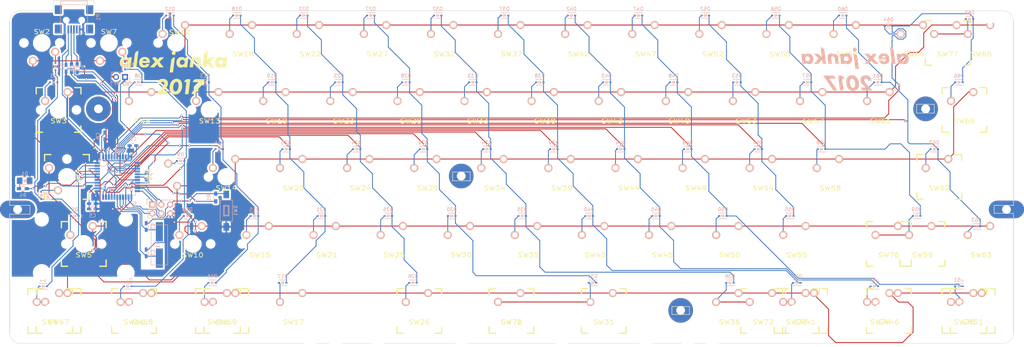
<source format=kicad_pcb>
(kicad_pcb (version 4) (host pcbnew 4.0.5)
  (layers (0 F.Cu signal) (31 B.Cu signal) (34 B.Paste user) (35 F.Paste user) (36 B.SilkS user) (37 F.SilkS user) (38 B.Mask user) (39 F.Mask user) (44 Edge.Cuts user))
  (net 0 "")
  (net 1 "Net-(C1-Pad1)")
  (net 2 GND)
  (net 3 "Net-(C2-Pad2)")
  (net 4 "Net-(C3-Pad1)")
  (net 5 "Net-(C7-Pad1)")
  (net 6 "Net-(C7-Pad2)")
  (net 7 "Net-(D1-Pad2)")
  (net 8 /COL1)
  (net 9 "Net-(D2-Pad2)")
  (net 10 "Net-(D3-Pad2)")
  (net 11 "Net-(D4-Pad2)")
  (net 12 "Net-(D5-Pad2)")
  (net 13 "Net-(D6-Pad2)")
  (net 14 /COL2)
  (net 15 "Net-(D7-Pad2)")
  (net 16 "Net-(D8-Pad2)")
  (net 17 "Net-(D9-Pad2)")
  (net 18 "Net-(D10-Pad2)")
  (net 19 "Net-(D11-Pad2)")
  (net 20 /COL3)
  (net 21 "Net-(D12-Pad2)")
  (net 22 "Net-(D13-Pad2)")
  (net 23 "Net-(D14-Pad2)")
  (net 24 "Net-(D15-Pad2)")
  (net 25 "Net-(D16-Pad2)")
  (net 26 /COL4)
  (net 27 "Net-(D17-Pad2)")
  (net 28 "Net-(D18-Pad2)")
  (net 29 "Net-(D19-Pad2)")
  (net 30 "Net-(D20-Pad2)")
  (net 31 "Net-(D21-Pad2)")
  (net 32 /COL5)
  (net 33 "Net-(D22-Pad2)")
  (net 34 "Net-(D23-Pad2)")
  (net 35 "Net-(D24-Pad2)")
  (net 36 "Net-(D25-Pad2)")
  (net 37 "Net-(D26-Pad2)")
  (net 38 /COL6)
  (net 39 "Net-(D27-Pad2)")
  (net 40 "Net-(D28-Pad2)")
  (net 41 "Net-(D29-Pad2)")
  (net 42 "Net-(D30-Pad2)")
  (net 43 "Net-(D31-Pad2)")
  (net 44 /COL7)
  (net 45 "Net-(D32-Pad2)")
  (net 46 "Net-(D33-Pad2)")
  (net 47 "Net-(D34-Pad2)")
  (net 48 "Net-(D35-Pad2)")
  (net 49 "Net-(D36-Pad2)")
  (net 50 /COL8)
  (net 51 "Net-(D37-Pad2)")
  (net 52 "Net-(D38-Pad2)")
  (net 53 "Net-(D39-Pad2)")
  (net 54 "Net-(D40-Pad2)")
  (net 55 "Net-(D41-Pad2)")
  (net 56 /COL9)
  (net 57 "Net-(D42-Pad2)")
  (net 58 "Net-(D43-Pad2)")
  (net 59 "Net-(D44-Pad2)")
  (net 60 "Net-(D45-Pad2)")
  (net 61 "Net-(D46-Pad2)")
  (net 62 /COL10)
  (net 63 "Net-(D47-Pad2)")
  (net 64 "Net-(D48-Pad2)")
  (net 65 "Net-(D49-Pad2)")
  (net 66 "Net-(D50-Pad2)")
  (net 67 "Net-(D51-Pad2)")
  (net 68 /COL11)
  (net 69 "Net-(D52-Pad2)")
  (net 70 "Net-(D53-Pad2)")
  (net 71 "Net-(D54-Pad2)")
  (net 72 "Net-(D55-Pad2)")
  (net 73 /COL12)
  (net 74 "Net-(D56-Pad2)")
  (net 75 "Net-(D57-Pad2)")
  (net 76 "Net-(D58-Pad2)")
  (net 77 "Net-(D59-Pad2)")
  (net 78 "Net-(D60-Pad2)")
  (net 79 /COL13)
  (net 80 "Net-(D61-Pad2)")
  (net 81 "Net-(D62-Pad2)")
  (net 82 "Net-(D63-Pad2)")
  (net 83 /COL14)
  (net 84 "Net-(D64-Pad2)")
  (net 85 "Net-(D65-Pad2)")
  (net 86 "Net-(D66-Pad2)")
  (net 87 "Net-(P1-Pad2)")
  (net 88 "Net-(P1-Pad3)")
  (net 89 "Net-(P1-Pad4)")
  (net 90 "Net-(P1-Pad6)")
  (net 91 "Net-(R1-Pad1)")
  (net 92 "Net-(R2-Pad1)")
  (net 93 "Net-(R3-Pad1)")
  (net 94 "Net-(R4-Pad2)")
  (net 95 /ROW1)
  (net 96 /ROW2)
  (net 97 /ROW3)
  (net 98 /ROW4)
  (net 99 /ROW5)
  (net 100 "Net-(U1-Pad9)")
  (net 101 "Net-(U1-Pad10)")
  (net 102 "Net-(U1-Pad11)")
  (net 103 "Net-(U1-Pad42)")
  (net 104 "Net-(P2-Pad1)")
  (net 105 "Net-(P2-Pad2)")
  (module newkeebs:logo (layer F.Cu) (at 126.5 93)
    (fp_text reference G*** hide)
    (fp_text value LOGO hide)
  )
  (module hole:PKRHC (layer F.Cu) (at 105.2 103.3)
    (fp_text reference HOLE hide)
    (fp_text value VAL** hide)
    (pad 1 thru_hole circle (at 0 0) (size 7.0013 7.0013) (drill 2.4994) (layers *.Cu *.Mask))
  )
  (module newkeebs:CHERRY_PCB_175H_SIDE (layer F.Cu) (at 96.2625 122.65 90)
    (fp_text reference SW4 (at 0 3.175 90) (layer F.SilkS) (effects (font (size 1.27 1.524) (thickness 0.2032))))
    (fp_text value SW_CAPS hide)
    (pad 1 thru_hole circle (at 2.54 -5.08 90) (size 2.286 2.286) (drill 1.4986) (layers *.Cu *.SilkS *.Mask) (net 97 /ROW3))
    (pad 2 thru_hole circle (at -3.81 -2.54 90) (size 2.286 2.286) (drill 1.4986) (layers *.Cu *.SilkS *.Mask) (net 11 "Net-(D4-Pad2)"))
    (pad HOLE np_thru_hole circle (at 0 0 90) (size 3.9878 3.9878) (drill 3.9878) (layers *.Cu))
    (pad HOLE np_thru_hole circle (at -5.08 0 90) (size 1.7018 1.7018) (drill 1.7018) (layers *.Cu))
    (pad HOLE np_thru_hole circle (at 5.08 0 90) (size 1.7018 1.7018) (drill 1.7018) (layers *.Cu))
  )
  (module Keyboard:TQFP-44_10x10mm_Pitch0.8mm (layer B.Cu) (at 110.55 122.7 180)
    (fp_text reference U1 (at 0 7.45 180) (layer B.SilkS) (effects (justify mirror)))
    (fp_text value ATmega32U4)
    (pad 1 smd rect (at -5.7 4 180) (size 1.5 0.55) (layers B.Cu B.Paste B.Mask) (net 56 /COL9))
    (pad 2 smd rect (at -5.7 3.2 180) (size 1.5 0.55) (layers B.Cu B.Paste B.Mask) (net 3 "Net-(C2-Pad2)"))
    (pad 3 smd rect (at -5.7 2.4 180) (size 1.5 0.55) (layers B.Cu B.Paste B.Mask) (net 92 "Net-(R2-Pad1)"))
    (pad 4 smd rect (at -5.7 1.6 180) (size 1.5 0.55) (layers B.Cu B.Paste B.Mask) (net 93 "Net-(R3-Pad1)"))
    (pad 5 smd rect (at -5.7 0.8 180) (size 1.5 0.55) (layers B.Cu B.Paste B.Mask) (net 6 "Net-(C7-Pad2)"))
    (pad 6 smd rect (at -5.7 0 180) (size 1.5 0.55) (layers B.Cu B.Paste B.Mask) (net 5 "Net-(C7-Pad1)"))
    (pad 7 smd rect (at -5.7 -0.8 180) (size 1.5 0.55) (layers B.Cu B.Paste B.Mask) (net 3 "Net-(C2-Pad2)"))
    (pad 8 smd rect (at -5.7 -1.6 180) (size 1.5 0.55) (layers B.Cu B.Paste B.Mask) (net 104 "Net-(P2-Pad1)"))
    (pad 9 smd rect (at -5.7 -2.4 180) (size 1.5 0.55) (layers B.Cu B.Paste B.Mask) (net 100 "Net-(U1-Pad9)"))
    (pad 10 smd rect (at -5.7 -3.2 180) (size 1.5 0.55) (layers B.Cu B.Paste B.Mask) (net 101 "Net-(U1-Pad10)"))
    (pad 11 smd rect (at -5.7 -4 180) (size 1.5 0.55) (layers B.Cu B.Paste B.Mask) (net 102 "Net-(U1-Pad11)"))
    (pad 12 smd rect (at -4 -5.7 90) (size 1.5 0.55) (layers B.Cu B.Paste B.Mask) (net 98 /ROW4))
    (pad 13 smd rect (at -3.2 -5.7 90) (size 1.5 0.55) (layers B.Cu B.Paste B.Mask) (net 91 "Net-(R1-Pad1)"))
    (pad 14 smd rect (at -2.4 -5.7 90) (size 1.5 0.55) (layers B.Cu B.Paste B.Mask) (net 3 "Net-(C2-Pad2)"))
    (pad 15 smd rect (at -1.6 -5.7 90) (size 1.5 0.55) (layers B.Cu B.Paste B.Mask) (net 2 GND))
    (pad 16 smd rect (at -0.8 -5.7 90) (size 1.5 0.55) (layers B.Cu B.Paste B.Mask) (net 4 "Net-(C3-Pad1)"))
    (pad 17 smd rect (at 0 -5.7 90) (size 1.5 0.55) (layers B.Cu B.Paste B.Mask) (net 1 "Net-(C1-Pad1)"))
    (pad 18 smd rect (at 0.8 -5.7 90) (size 1.5 0.55) (layers B.Cu B.Paste B.Mask) (net 14 /COL2))
    (pad 19 smd rect (at 1.6 -5.7 90) (size 1.5 0.55) (layers B.Cu B.Paste B.Mask) (net 20 /COL3))
    (pad 20 smd rect (at 2.4 -5.7 90) (size 1.5 0.55) (layers B.Cu B.Paste B.Mask) (net 26 /COL4))
    (pad 21 smd rect (at 3.2 -5.7 90) (size 1.5 0.55) (layers B.Cu B.Paste B.Mask) (net 32 /COL5))
    (pad 22 smd rect (at 4 -5.7 90) (size 1.5 0.55) (layers B.Cu B.Paste B.Mask) (net 44 /COL7))
    (pad 23 smd rect (at 5.7 -4 180) (size 1.5 0.55) (layers B.Cu B.Paste B.Mask) (net 2 GND))
    (pad 24 smd rect (at 5.7 -3.2 180) (size 1.5 0.55) (layers B.Cu B.Paste B.Mask) (net 3 "Net-(C2-Pad2)"))
    (pad 25 smd rect (at 5.7 -2.4 180) (size 1.5 0.55) (layers B.Cu B.Paste B.Mask) (net 38 /COL6))
    (pad 26 smd rect (at 5.7 -1.6 180) (size 1.5 0.55) (layers B.Cu B.Paste B.Mask) (net 94 "Net-(R4-Pad2)"))
    (pad 27 smd rect (at 5.7 -0.8 180) (size 1.5 0.55) (layers B.Cu B.Paste B.Mask) (net 50 /COL8))
    (pad 28 smd rect (at 5.7 0 180) (size 1.5 0.55) (layers B.Cu B.Paste B.Mask) (net 95 /ROW1))
    (pad 29 smd rect (at 5.7 0.8 180) (size 1.5 0.55) (layers B.Cu B.Paste B.Mask) (net 96 /ROW2))
    (pad 30 smd rect (at 5.7 1.6 180) (size 1.5 0.55) (layers B.Cu B.Paste B.Mask) (net 97 /ROW3))
    (pad 31 smd rect (at 5.7 2.4 180) (size 1.5 0.55) (layers B.Cu B.Paste B.Mask) (net 99 /ROW5))
    (pad 32 smd rect (at 5.7 3.2 180) (size 1.5 0.55) (layers B.Cu B.Paste B.Mask) (net 8 /COL1))
    (pad 33 smd rect (at 5.7 4 180) (size 1.5 0.55) (layers B.Cu B.Paste B.Mask) (net 2 GND))
    (pad 34 smd rect (at 4 5.7 90) (size 1.5 0.55) (layers B.Cu B.Paste B.Mask) (net 3 "Net-(C2-Pad2)"))
    (pad 35 smd rect (at 3.2 5.7 90) (size 1.5 0.55) (layers B.Cu B.Paste B.Mask) (net 2 GND))
    (pad 36 smd rect (at 2.4 5.7 90) (size 1.5 0.55) (layers B.Cu B.Paste B.Mask) (net 105 "Net-(P2-Pad2)"))
    (pad 37 smd rect (at 1.6 5.7 90) (size 1.5 0.55) (layers B.Cu B.Paste B.Mask) (net 83 /COL14))
    (pad 38 smd rect (at 0.8 5.7 90) (size 1.5 0.55) (layers B.Cu B.Paste B.Mask) (net 79 /COL13))
    (pad 39 smd rect (at 0 5.7 90) (size 1.5 0.55) (layers B.Cu B.Paste B.Mask) (net 73 /COL12))
    (pad 40 smd rect (at -0.8 5.7 90) (size 1.5 0.55) (layers B.Cu B.Paste B.Mask) (net 68 /COL11))
    (pad 41 smd rect (at -1.6 5.7 90) (size 1.5 0.55) (layers B.Cu B.Paste B.Mask) (net 62 /COL10))
    (pad 42 smd rect (at -2.4 5.7 90) (size 1.5 0.55) (layers B.Cu B.Paste B.Mask) (net 103 "Net-(U1-Pad42)"))
    (pad 43 smd rect (at -3.2 5.7 90) (size 1.5 0.55) (layers B.Cu B.Paste B.Mask) (net 2 GND))
    (pad 44 smd rect (at -4 5.7 90) (size 1.5 0.55) (layers B.Cu B.Paste B.Mask) (net 3 "Net-(C2-Pad2)"))
  )
  (module Capacitors_SMD:C_0603_HandSoldering (layer B.Cu) (at 118.75 144.25 90)
    (fp_text reference C1 (at 0 1.9 90) (layer B.SilkS) (effects (justify mirror)))
    (fp_text value 10pF)
    (pad 1 smd rect (at -0.95 0 90) (size 1.2 0.75) (layers B.Cu B.Paste B.Mask) (net 1 "Net-(C1-Pad1)"))
    (pad 2 smd rect (at 0.95 0 90) (size 1.2 0.75) (layers B.Cu B.Paste B.Mask) (net 2 GND))
  )
  (module Capacitors_SMD:C_0603_HandSoldering (layer B.Cu) (at 96 91.75 90)
    (fp_text reference C2 (at 0 1.9 90) (layer B.SilkS) (effects (justify mirror)))
    (fp_text value 1uF)
    (pad 1 smd rect (at -0.95 0 90) (size 1.2 0.75) (layers B.Cu B.Paste B.Mask) (net 2 GND))
    (pad 2 smd rect (at 0.95 0 90) (size 1.2 0.75) (layers B.Cu B.Paste B.Mask) (net 3 "Net-(C2-Pad2)"))
  )
  (module Capacitors_SMD:C_0603_HandSoldering (layer B.Cu) (at 118.75 136.75 90)
    (fp_text reference C3 (at 0 1.9 90) (layer B.SilkS) (effects (justify mirror)))
    (fp_text value 10pF)
    (pad 1 smd rect (at -0.95 0 90) (size 1.2 0.75) (layers B.Cu B.Paste B.Mask) (net 4 "Net-(C3-Pad1)"))
    (pad 2 smd rect (at 0.95 0 90) (size 1.2 0.75) (layers B.Cu B.Paste B.Mask) (net 2 GND))
  )
  (module Capacitors_SMD:C_0603_HandSoldering (layer B.Cu) (at 103.5 130.25)
    (fp_text reference C4 (at 0 1.9) (layer B.SilkS) (effects (justify mirror)))
    (fp_text value 0.1uF)
    (pad 1 smd rect (at -0.95 0) (size 1.2 0.75) (layers B.Cu B.Paste B.Mask) (net 3 "Net-(C2-Pad2)"))
    (pad 2 smd rect (at 0.95 0) (size 1.2 0.75) (layers B.Cu B.Paste B.Mask) (net 2 GND))
  )
  (module Capacitors_SMD:C_0603_HandSoldering (layer B.Cu) (at 103.5 131.75)
    (fp_text reference C5 (at 0 1.9) (layer B.SilkS) (effects (justify mirror)))
    (fp_text value 0.1uF)
    (pad 1 smd rect (at -0.95 0) (size 1.2 0.75) (layers B.Cu B.Paste B.Mask) (net 3 "Net-(C2-Pad2)"))
    (pad 2 smd rect (at 0.95 0) (size 1.2 0.75) (layers B.Cu B.Paste B.Mask) (net 2 GND))
  )
  (module Capacitors_SMD:C_0603_HandSoldering (layer B.Cu) (at 115 113.75 180)
    (fp_text reference C6 (at 0 1.9 180) (layer B.SilkS) (effects (justify mirror)))
    (fp_text value 0.1uF)
    (pad 1 smd rect (at -0.95 0 180) (size 1.2 0.75) (layers B.Cu B.Paste B.Mask) (net 3 "Net-(C2-Pad2)"))
    (pad 2 smd rect (at 0.95 0 180) (size 1.2 0.75) (layers B.Cu B.Paste B.Mask) (net 2 GND))
  )
  (module Capacitors_SMD:C_0603_HandSoldering (layer B.Cu) (at 118.75 122.5 90)
    (fp_text reference C7 (at 0 1.9 90) (layer B.SilkS) (effects (justify mirror)))
    (fp_text value 1uF)
    (pad 1 smd rect (at -0.95 0 90) (size 1.2 0.75) (layers B.Cu B.Paste B.Mask) (net 5 "Net-(C7-Pad1)"))
    (pad 2 smd rect (at 0.95 0 90) (size 1.2 0.75) (layers B.Cu B.Paste B.Mask) (net 6 "Net-(C7-Pad2)"))
  )
  (module Capacitors_SMD:C_0603_HandSoldering (layer B.Cu) (at 107 111 270)
    (fp_text reference C8 (at 0 1.9 270) (layer B.SilkS) (effects (justify mirror)))
    (fp_text value 0.1uF)
    (pad 1 smd rect (at -0.95 0 270) (size 1.2 0.75) (layers B.Cu B.Paste B.Mask) (net 3 "Net-(C2-Pad2)"))
    (pad 2 smd rect (at 0.95 0 270) (size 1.2 0.75) (layers B.Cu B.Paste B.Mask) (net 2 GND))
  )
  (module LEDs:LED_1206 (layer B.Cu) (at 84.25 123.75 180)
    (fp_text reference D1 (at 0 2 180) (layer B.SilkS) (effects (justify mirror)))
    (fp_text value LED)
    (pad 2 smd rect (at 1.41986 0) (size 1.59766 1.80086) (layers B.Cu B.Paste B.Mask) (net 7 "Net-(D1-Pad2)"))
    (pad 1 smd rect (at -1.41986 0) (size 1.59766 1.80086) (layers B.Cu B.Paste B.Mask) (net 2 GND))
  )
  (module Diodes_SMD:SOD-323 (layer B.Cu) (at 93 91.25 90)
    (fp_text reference D2 (at 0 1.85 90) (layer B.SilkS) (effects (justify mirror)))
    (fp_text value D)
    (pad 1 smd rect (at -1.055 0 90) (size 0.59 0.45) (layers B.Cu B.Paste B.Mask) (net 8 /COL1))
    (pad 2 smd rect (at 1.055 0 90) (size 0.59 0.45) (layers B.Cu B.Paste B.Mask) (net 9 "Net-(D2-Pad2)"))
  )
  (module Diodes_SMD:SOD-323 (layer B.Cu) (at 92.5 95.75 180)
    (fp_text reference D3 (at 0 1.85 180) (layer B.SilkS) (effects (justify mirror)))
    (fp_text value D)
    (pad 1 smd rect (at -1.055 0 180) (size 0.59 0.45) (layers B.Cu B.Paste B.Mask) (net 8 /COL1))
    (pad 2 smd rect (at 1.055 0 180) (size 0.59 0.45) (layers B.Cu B.Paste B.Mask) (net 10 "Net-(D3-Pad2)"))
  )
  (module Diodes_SMD:SOD-323 (layer B.Cu) (at 88.95 127.9 90)
    (fp_text reference D4 (at 0 1.85 90) (layer B.SilkS) (effects (justify mirror)))
    (fp_text value D)
    (pad 1 smd rect (at -1.055 0 90) (size 0.59 0.45) (layers B.Cu B.Paste B.Mask) (net 8 /COL1))
    (pad 2 smd rect (at 1.055 0 90) (size 0.59 0.45) (layers B.Cu B.Paste B.Mask) (net 11 "Net-(D4-Pad2)"))
  )
  (module Diodes_SMD:SOD-323 (layer B.Cu) (at 98.5 133.75 180)
    (fp_text reference D5 (at 0 1.85 180) (layer B.SilkS) (effects (justify mirror)))
    (fp_text value D)
    (pad 1 smd rect (at -1.055 0 180) (size 0.59 0.45) (layers B.Cu B.Paste B.Mask) (net 8 /COL1))
    (pad 2 smd rect (at 1.055 0 180) (size 0.59 0.45) (layers B.Cu B.Paste B.Mask) (net 12 "Net-(D5-Pad2)"))
  )
  (module Diodes_SMD:SOD-323 (layer B.Cu) (at 89.5 153.75 180)
    (fp_text reference D6 (at 0 1.85 180) (layer B.SilkS) (effects (justify mirror)))
    (fp_text value D)
    (pad 1 smd rect (at -1.055 0 180) (size 0.59 0.45) (layers B.Cu B.Paste B.Mask) (net 8 /COL1))
    (pad 2 smd rect (at 1.055 0 180) (size 0.59 0.45) (layers B.Cu B.Paste B.Mask) (net 13 "Net-(D6-Pad2)"))
  )
  (module Diodes_SMD:SOD-323 (layer B.Cu) (at 112.75 91 90)
    (fp_text reference D7 (at 0 1.85 90) (layer B.SilkS) (effects (justify mirror)))
    (fp_text value D)
    (pad 1 smd rect (at -1.055 0 90) (size 0.59 0.45) (layers B.Cu B.Paste B.Mask) (net 14 /COL2))
    (pad 2 smd rect (at 1.055 0 90) (size 0.59 0.45) (layers B.Cu B.Paste B.Mask) (net 15 "Net-(D7-Pad2)"))
  )
  (module Diodes_SMD:SOD-323 (layer B.Cu) (at 116.5 95.75 180)
    (fp_text reference D8 (at 0 1.85 180) (layer B.SilkS) (effects (justify mirror)))
    (fp_text value D)
    (pad 1 smd rect (at -1.055 0 180) (size 0.59 0.45) (layers B.Cu B.Paste B.Mask) (net 14 /COL2))
    (pad 2 smd rect (at 1.055 0 180) (size 0.59 0.45) (layers B.Cu B.Paste B.Mask) (net 16 "Net-(D8-Pad2)"))
  )
  (module Diodes_SMD:SOD-323 (layer B.Cu) (at 128.55 118.1 180)
    (fp_text reference D9 (at 0 1.85 180) (layer B.SilkS) (effects (justify mirror)))
    (fp_text value D)
    (pad 1 smd rect (at -1.055 0 180) (size 0.59 0.45) (layers B.Cu B.Paste B.Mask) (net 14 /COL2))
    (pad 2 smd rect (at 1.055 0 180) (size 0.59 0.45) (layers B.Cu B.Paste B.Mask) (net 17 "Net-(D9-Pad2)"))
  )
  (module Diodes_SMD:SOD-323 (layer B.Cu) (at 130.5 133.75 180)
    (fp_text reference D10 (at 0 1.85 180) (layer B.SilkS) (effects (justify mirror)))
    (fp_text value D)
    (pad 1 smd rect (at -1.055 0 180) (size 0.59 0.45) (layers B.Cu B.Paste B.Mask) (net 14 /COL2))
    (pad 2 smd rect (at 1.055 0 180) (size 0.59 0.45) (layers B.Cu B.Paste B.Mask) (net 18 "Net-(D10-Pad2)"))
  )
  (module Diodes_SMD:SOD-323 (layer B.Cu) (at 113.5 153.75 180)
    (fp_text reference D11 (at 0 1.85 180) (layer B.SilkS) (effects (justify mirror)))
    (fp_text value D)
    (pad 1 smd rect (at -1.055 0 180) (size 0.59 0.45) (layers B.Cu B.Paste B.Mask) (net 14 /COL2))
    (pad 2 smd rect (at 1.055 0 180) (size 0.59 0.45) (layers B.Cu B.Paste B.Mask) (net 19 "Net-(D11-Pad2)"))
  )
  (module Diodes_SMD:SOD-323 (layer B.Cu) (at 125.5 76.75 180)
    (fp_text reference D12 (at 0 1.85 180) (layer B.SilkS) (effects (justify mirror)))
    (fp_text value D)
    (pad 1 smd rect (at -1.055 0 180) (size 0.59 0.45) (layers B.Cu B.Paste B.Mask) (net 20 /COL3))
    (pad 2 smd rect (at 1.055 0 180) (size 0.59 0.45) (layers B.Cu B.Paste B.Mask) (net 21 "Net-(D12-Pad2)"))
  )
  (module Diodes_SMD:SOD-323 (layer B.Cu) (at 135.5 95.75 180)
    (fp_text reference D13 (at 0 1.85 180) (layer B.SilkS) (effects (justify mirror)))
    (fp_text value D)
    (pad 1 smd rect (at -1.055 0 180) (size 0.59 0.45) (layers B.Cu B.Paste B.Mask) (net 20 /COL3))
    (pad 2 smd rect (at 1.055 0 180) (size 0.59 0.45) (layers B.Cu B.Paste B.Mask) (net 22 "Net-(D13-Pad2)"))
  )
  (module Diodes_SMD:SOD-323 (layer B.Cu) (at 139.5 114.75 180)
    (fp_text reference D14 (at 0 1.85 180) (layer B.SilkS) (effects (justify mirror)))
    (fp_text value D)
    (pad 1 smd rect (at -1.055 0 180) (size 0.59 0.45) (layers B.Cu B.Paste B.Mask) (net 20 /COL3))
    (pad 2 smd rect (at 1.055 0 180) (size 0.59 0.45) (layers B.Cu B.Paste B.Mask) (net 23 "Net-(D14-Pad2)"))
  )
  (module Diodes_SMD:SOD-323 (layer B.Cu) (at 149.5 133.75 180)
    (fp_text reference D15 (at 0 1.85 180) (layer B.SilkS) (effects (justify mirror)))
    (fp_text value D)
    (pad 1 smd rect (at -1.055 0 180) (size 0.59 0.45) (layers B.Cu B.Paste B.Mask) (net 20 /COL3))
    (pad 2 smd rect (at 1.055 0 180) (size 0.59 0.45) (layers B.Cu B.Paste B.Mask) (net 24 "Net-(D15-Pad2)"))
  )
  (module Diodes_SMD:SOD-323 (layer B.Cu) (at 137.5 152.75 180)
    (fp_text reference D16 (at 0 1.85 180) (layer B.SilkS) (effects (justify mirror)))
    (fp_text value D)
    (pad 1 smd rect (at -1.055 0 180) (size 0.59 0.45) (layers B.Cu B.Paste B.Mask) (net 20 /COL3))
    (pad 2 smd rect (at 1.055 0 180) (size 0.59 0.45) (layers B.Cu B.Paste B.Mask) (net 25 "Net-(D16-Pad2)"))
  )
  (module Diodes_SMD:SOD-323 (layer B.Cu) (at 157.5 152.75 180)
    (fp_text reference D17 (at 0 1.85 180) (layer B.SilkS) (effects (justify mirror)))
    (fp_text value D)
    (pad 1 smd rect (at -1.055 0 180) (size 0.59 0.45) (layers B.Cu B.Paste B.Mask) (net 26 /COL4))
    (pad 2 smd rect (at 1.055 0 180) (size 0.59 0.45) (layers B.Cu B.Paste B.Mask) (net 27 "Net-(D17-Pad2)"))
  )
  (module Diodes_SMD:SOD-323 (layer B.Cu) (at 144.5 76.75 180)
    (fp_text reference D18 (at 0 1.85 180) (layer B.SilkS) (effects (justify mirror)))
    (fp_text value D)
    (pad 1 smd rect (at -1.055 0 180) (size 0.59 0.45) (layers B.Cu B.Paste B.Mask) (net 26 /COL4))
    (pad 2 smd rect (at 1.055 0 180) (size 0.59 0.45) (layers B.Cu B.Paste B.Mask) (net 28 "Net-(D18-Pad2)"))
  )
  (module Diodes_SMD:SOD-323 (layer B.Cu) (at 154.5 95.75 180)
    (fp_text reference D19 (at 0 1.85 180) (layer B.SilkS) (effects (justify mirror)))
    (fp_text value D)
    (pad 1 smd rect (at -1.055 0 180) (size 0.59 0.45) (layers B.Cu B.Paste B.Mask) (net 26 /COL4))
    (pad 2 smd rect (at 1.055 0 180) (size 0.59 0.45) (layers B.Cu B.Paste B.Mask) (net 29 "Net-(D19-Pad2)"))
  )
  (module Diodes_SMD:SOD-323 (layer B.Cu) (at 158.5 114.75 180)
    (fp_text reference D20 (at 0 1.85 180) (layer B.SilkS) (effects (justify mirror)))
    (fp_text value D)
    (pad 1 smd rect (at -1.055 0 180) (size 0.59 0.45) (layers B.Cu B.Paste B.Mask) (net 26 /COL4))
    (pad 2 smd rect (at 1.055 0 180) (size 0.59 0.45) (layers B.Cu B.Paste B.Mask) (net 30 "Net-(D20-Pad2)"))
  )
  (module Diodes_SMD:SOD-323 (layer B.Cu) (at 168.5 133.75 180)
    (fp_text reference D21 (at 0 1.85 180) (layer B.SilkS) (effects (justify mirror)))
    (fp_text value D)
    (pad 1 smd rect (at -1.055 0 180) (size 0.59 0.45) (layers B.Cu B.Paste B.Mask) (net 26 /COL4))
    (pad 2 smd rect (at 1.055 0 180) (size 0.59 0.45) (layers B.Cu B.Paste B.Mask) (net 31 "Net-(D21-Pad2)"))
  )
  (module Diodes_SMD:SOD-323 (layer B.Cu) (at 163.5 76.75 180)
    (fp_text reference D22 (at 0 1.85 180) (layer B.SilkS) (effects (justify mirror)))
    (fp_text value D)
    (pad 1 smd rect (at -1.055 0 180) (size 0.59 0.45) (layers B.Cu B.Paste B.Mask) (net 32 /COL5))
    (pad 2 smd rect (at 1.055 0 180) (size 0.59 0.45) (layers B.Cu B.Paste B.Mask) (net 33 "Net-(D22-Pad2)"))
  )
  (module Diodes_SMD:SOD-323 (layer B.Cu) (at 173.5 95.75 180)
    (fp_text reference D23 (at 0 1.85 180) (layer B.SilkS) (effects (justify mirror)))
    (fp_text value D)
    (pad 1 smd rect (at -1.055 0 180) (size 0.59 0.45) (layers B.Cu B.Paste B.Mask) (net 32 /COL5))
    (pad 2 smd rect (at 1.055 0 180) (size 0.59 0.45) (layers B.Cu B.Paste B.Mask) (net 34 "Net-(D23-Pad2)"))
  )
  (module Diodes_SMD:SOD-323 (layer B.Cu) (at 178.5 114.75 180)
    (fp_text reference D24 (at 0 1.85 180) (layer B.SilkS) (effects (justify mirror)))
    (fp_text value D)
    (pad 1 smd rect (at -1.055 0 180) (size 0.59 0.45) (layers B.Cu B.Paste B.Mask) (net 32 /COL5))
    (pad 2 smd rect (at 1.055 0 180) (size 0.59 0.45) (layers B.Cu B.Paste B.Mask) (net 35 "Net-(D24-Pad2)"))
  )
  (module Diodes_SMD:SOD-323 (layer B.Cu) (at 187.5 133.75 180)
    (fp_text reference D25 (at 0 1.85 180) (layer B.SilkS) (effects (justify mirror)))
    (fp_text value D)
    (pad 1 smd rect (at -1.055 0 180) (size 0.59 0.45) (layers B.Cu B.Paste B.Mask) (net 32 /COL5))
    (pad 2 smd rect (at 1.055 0 180) (size 0.59 0.45) (layers B.Cu B.Paste B.Mask) (net 36 "Net-(D25-Pad2)"))
  )
  (module Diodes_SMD:SOD-323 (layer B.Cu) (at 194.5 152.75 180)
    (fp_text reference D26 (at 0 1.85 180) (layer B.SilkS) (effects (justify mirror)))
    (fp_text value D)
    (pad 1 smd rect (at -1.055 0 180) (size 0.59 0.45) (layers B.Cu B.Paste B.Mask) (net 32 /COL5))
    (pad 2 smd rect (at 1.055 0 180) (size 0.59 0.45) (layers B.Cu B.Paste B.Mask) (net 37 "Net-(D26-Pad2)"))
  )
  (module Diodes_SMD:SOD-323 (layer B.Cu) (at 182.5 76.75 180)
    (fp_text reference D27 (at 0 1.85 180) (layer B.SilkS) (effects (justify mirror)))
    (fp_text value D)
    (pad 1 smd rect (at -1.055 0 180) (size 0.59 0.45) (layers B.Cu B.Paste B.Mask) (net 38 /COL6))
    (pad 2 smd rect (at 1.055 0 180) (size 0.59 0.45) (layers B.Cu B.Paste B.Mask) (net 39 "Net-(D27-Pad2)"))
  )
  (module Diodes_SMD:SOD-323 (layer B.Cu) (at 192.5 95.75 180)
    (fp_text reference D28 (at 0 1.85 180) (layer B.SilkS) (effects (justify mirror)))
    (fp_text value D)
    (pad 1 smd rect (at -1.055 0 180) (size 0.59 0.45) (layers B.Cu B.Paste B.Mask) (net 38 /COL6))
    (pad 2 smd rect (at 1.055 0 180) (size 0.59 0.45) (layers B.Cu B.Paste B.Mask) (net 40 "Net-(D28-Pad2)"))
  )
  (module Diodes_SMD:SOD-323 (layer B.Cu) (at 197.5 114.75 180)
    (fp_text reference D29 (at 0 1.85 180) (layer B.SilkS) (effects (justify mirror)))
    (fp_text value D)
    (pad 1 smd rect (at -1.055 0 180) (size 0.59 0.45) (layers B.Cu B.Paste B.Mask) (net 38 /COL6))
    (pad 2 smd rect (at 1.055 0 180) (size 0.59 0.45) (layers B.Cu B.Paste B.Mask) (net 41 "Net-(D29-Pad2)"))
  )
  (module Diodes_SMD:SOD-323 (layer B.Cu) (at 205.5 133.75 180)
    (fp_text reference D30 (at 0 1.85 180) (layer B.SilkS) (effects (justify mirror)))
    (fp_text value D)
    (pad 1 smd rect (at -1.055 0 180) (size 0.59 0.45) (layers B.Cu B.Paste B.Mask) (net 38 /COL6))
    (pad 2 smd rect (at 1.055 0 180) (size 0.59 0.45) (layers B.Cu B.Paste B.Mask) (net 42 "Net-(D30-Pad2)"))
  )
  (module Diodes_SMD:SOD-323 (layer B.Cu) (at 245.5 152.75 180)
    (fp_text reference D31 (at 0 1.85 180) (layer B.SilkS) (effects (justify mirror)))
    (fp_text value D)
    (pad 1 smd rect (at -1.055 0 180) (size 0.59 0.45) (layers B.Cu B.Paste B.Mask) (net 38 /COL6))
    (pad 2 smd rect (at 1.055 0 180) (size 0.59 0.45) (layers B.Cu B.Paste B.Mask) (net 43 "Net-(D31-Pad2)"))
  )
  (module Diodes_SMD:SOD-323 (layer B.Cu) (at 201.5 76.75 180)
    (fp_text reference D32 (at 0 1.85 180) (layer B.SilkS) (effects (justify mirror)))
    (fp_text value D)
    (pad 1 smd rect (at -1.055 0 180) (size 0.59 0.45) (layers B.Cu B.Paste B.Mask) (net 44 /COL7))
    (pad 2 smd rect (at 1.055 0 180) (size 0.59 0.45) (layers B.Cu B.Paste B.Mask) (net 45 "Net-(D32-Pad2)"))
  )
  (module Diodes_SMD:SOD-323 (layer B.Cu) (at 211.5 95.75 180)
    (fp_text reference D33 (at 0 1.85 180) (layer B.SilkS) (effects (justify mirror)))
    (fp_text value D)
    (pad 1 smd rect (at -1.055 0 180) (size 0.59 0.45) (layers B.Cu B.Paste B.Mask) (net 44 /COL7))
    (pad 2 smd rect (at 1.055 0 180) (size 0.59 0.45) (layers B.Cu B.Paste B.Mask) (net 46 "Net-(D33-Pad2)"))
  )
  (module Diodes_SMD:SOD-323 (layer B.Cu) (at 215.5 114.75 180)
    (fp_text reference D34 (at 0 1.85 180) (layer B.SilkS) (effects (justify mirror)))
    (fp_text value D)
    (pad 1 smd rect (at -1.055 0 180) (size 0.59 0.45) (layers B.Cu B.Paste B.Mask) (net 44 /COL7))
    (pad 2 smd rect (at 1.055 0 180) (size 0.59 0.45) (layers B.Cu B.Paste B.Mask) (net 47 "Net-(D34-Pad2)"))
  )
  (module Diodes_SMD:SOD-323 (layer B.Cu) (at 225.5 133.75 180)
    (fp_text reference D35 (at 0 1.85 180) (layer B.SilkS) (effects (justify mirror)))
    (fp_text value D)
    (pad 1 smd rect (at -1.055 0 180) (size 0.59 0.45) (layers B.Cu B.Paste B.Mask) (net 44 /COL7))
    (pad 2 smd rect (at 1.055 0 180) (size 0.59 0.45) (layers B.Cu B.Paste B.Mask) (net 48 "Net-(D35-Pad2)"))
  )
  (module Diodes_SMD:SOD-323 (layer B.Cu) (at 284.5 152.75 180)
    (fp_text reference D36 (at 0 1.85 180) (layer B.SilkS) (effects (justify mirror)))
    (fp_text value D)
    (pad 1 smd rect (at -1.055 0 180) (size 0.59 0.45) (layers B.Cu B.Paste B.Mask) (net 44 /COL7))
    (pad 2 smd rect (at 1.055 0 180) (size 0.59 0.45) (layers B.Cu B.Paste B.Mask) (net 49 "Net-(D36-Pad2)"))
  )
  (module Diodes_SMD:SOD-323 (layer B.Cu) (at 220.5 76.75 180)
    (fp_text reference D37 (at 0 1.85 180) (layer B.SilkS) (effects (justify mirror)))
    (fp_text value D)
    (pad 1 smd rect (at -1.055 0 180) (size 0.59 0.45) (layers B.Cu B.Paste B.Mask) (net 50 /COL8))
    (pad 2 smd rect (at 1.055 0 180) (size 0.59 0.45) (layers B.Cu B.Paste B.Mask) (net 51 "Net-(D37-Pad2)"))
  )
  (module Diodes_SMD:SOD-323 (layer B.Cu) (at 230.5 95.75 180)
    (fp_text reference D38 (at 0 1.85 180) (layer B.SilkS) (effects (justify mirror)))
    (fp_text value D)
    (pad 1 smd rect (at -1.055 0 180) (size 0.59 0.45) (layers B.Cu B.Paste B.Mask) (net 50 /COL8))
    (pad 2 smd rect (at 1.055 0 180) (size 0.59 0.45) (layers B.Cu B.Paste B.Mask) (net 52 "Net-(D38-Pad2)"))
  )
  (module Diodes_SMD:SOD-323 (layer B.Cu) (at 234.5 114.75 180)
    (fp_text reference D39 (at 0 1.85 180) (layer B.SilkS) (effects (justify mirror)))
    (fp_text value D)
    (pad 1 smd rect (at -1.055 0 180) (size 0.59 0.45) (layers B.Cu B.Paste B.Mask) (net 50 /COL8))
    (pad 2 smd rect (at 1.055 0 180) (size 0.59 0.45) (layers B.Cu B.Paste B.Mask) (net 53 "Net-(D39-Pad2)"))
  )
  (module Diodes_SMD:SOD-323 (layer B.Cu) (at 244.5 133.75 180)
    (fp_text reference D40 (at 0 1.85 180) (layer B.SilkS) (effects (justify mirror)))
    (fp_text value D)
    (pad 1 smd rect (at -1.055 0 180) (size 0.59 0.45) (layers B.Cu B.Paste B.Mask) (net 50 /COL8))
    (pad 2 smd rect (at 1.055 0 180) (size 0.59 0.45) (layers B.Cu B.Paste B.Mask) (net 54 "Net-(D40-Pad2)"))
  )
  (module Diodes_SMD:SOD-323 (layer B.Cu) (at 303.5 152.75 180)
    (fp_text reference D41 (at 0 1.85 180) (layer B.SilkS) (effects (justify mirror)))
    (fp_text value D)
    (pad 1 smd rect (at -1.055 0 180) (size 0.59 0.45) (layers B.Cu B.Paste B.Mask) (net 50 /COL8))
    (pad 2 smd rect (at 1.055 0 180) (size 0.59 0.45) (layers B.Cu B.Paste B.Mask) (net 55 "Net-(D41-Pad2)"))
  )
  (module Diodes_SMD:SOD-323 (layer B.Cu) (at 239.5 76.75 180)
    (fp_text reference D42 (at 0 1.85 180) (layer B.SilkS) (effects (justify mirror)))
    (fp_text value D)
    (pad 1 smd rect (at -1.055 0 180) (size 0.59 0.45) (layers B.Cu B.Paste B.Mask) (net 56 /COL9))
    (pad 2 smd rect (at 1.055 0 180) (size 0.59 0.45) (layers B.Cu B.Paste B.Mask) (net 57 "Net-(D42-Pad2)"))
  )
  (module Diodes_SMD:SOD-323 (layer B.Cu) (at 249.5 95.75 180)
    (fp_text reference D43 (at 0 1.85 180) (layer B.SilkS) (effects (justify mirror)))
    (fp_text value D)
    (pad 1 smd rect (at -1.055 0 180) (size 0.59 0.45) (layers B.Cu B.Paste B.Mask) (net 56 /COL9))
    (pad 2 smd rect (at 1.055 0 180) (size 0.59 0.45) (layers B.Cu B.Paste B.Mask) (net 58 "Net-(D43-Pad2)"))
  )
  (module Diodes_SMD:SOD-323 (layer B.Cu) (at 253.5 114.75 180)
    (fp_text reference D44 (at 0 1.85 180) (layer B.SilkS) (effects (justify mirror)))
    (fp_text value D)
    (pad 1 smd rect (at -1.055 0 180) (size 0.59 0.45) (layers B.Cu B.Paste B.Mask) (net 56 /COL9))
    (pad 2 smd rect (at 1.055 0 180) (size 0.59 0.45) (layers B.Cu B.Paste B.Mask) (net 59 "Net-(D44-Pad2)"))
  )
  (module Diodes_SMD:SOD-323 (layer B.Cu) (at 263.5 133.75 180)
    (fp_text reference D45 (at 0 1.85 180) (layer B.SilkS) (effects (justify mirror)))
    (fp_text value D)
    (pad 1 smd rect (at -1.055 0 180) (size 0.59 0.45) (layers B.Cu B.Paste B.Mask) (net 56 /COL9))
    (pad 2 smd rect (at 1.055 0 180) (size 0.59 0.45) (layers B.Cu B.Paste B.Mask) (net 60 "Net-(D45-Pad2)"))
  )
  (module Diodes_SMD:SOD-323 (layer B.Cu) (at 325.5 153.75 180)
    (fp_text reference D46 (at 0 1.85 180) (layer B.SilkS) (effects (justify mirror)))
    (fp_text value D)
    (pad 1 smd rect (at -1.055 0 180) (size 0.59 0.45) (layers B.Cu B.Paste B.Mask) (net 56 /COL9))
    (pad 2 smd rect (at 1.055 0 180) (size 0.59 0.45) (layers B.Cu B.Paste B.Mask) (net 61 "Net-(D46-Pad2)"))
  )
  (module Diodes_SMD:SOD-323 (layer B.Cu) (at 258.5 76.75 180)
    (fp_text reference D47 (at 0 1.85 180) (layer B.SilkS) (effects (justify mirror)))
    (fp_text value D)
    (pad 1 smd rect (at -1.055 0 180) (size 0.59 0.45) (layers B.Cu B.Paste B.Mask) (net 62 /COL10))
    (pad 2 smd rect (at 1.055 0 180) (size 0.59 0.45) (layers B.Cu B.Paste B.Mask) (net 63 "Net-(D47-Pad2)"))
  )
  (module Diodes_SMD:SOD-323 (layer B.Cu) (at 268.5 95.75 180)
    (fp_text reference D48 (at 0 1.85 180) (layer B.SilkS) (effects (justify mirror)))
    (fp_text value D)
    (pad 1 smd rect (at -1.055 0 180) (size 0.59 0.45) (layers B.Cu B.Paste B.Mask) (net 62 /COL10))
    (pad 2 smd rect (at 1.055 0 180) (size 0.59 0.45) (layers B.Cu B.Paste B.Mask) (net 64 "Net-(D48-Pad2)"))
  )
  (module Diodes_SMD:SOD-323 (layer B.Cu) (at 272.5 114.75 180)
    (fp_text reference D49 (at 0 1.85 180) (layer B.SilkS) (effects (justify mirror)))
    (fp_text value D)
    (pad 1 smd rect (at -1.055 0 180) (size 0.59 0.45) (layers B.Cu B.Paste B.Mask) (net 62 /COL10))
    (pad 2 smd rect (at 1.055 0 180) (size 0.59 0.45) (layers B.Cu B.Paste B.Mask) (net 65 "Net-(D49-Pad2)"))
  )
  (module Diodes_SMD:SOD-323 (layer B.Cu) (at 282.5 133.75 180)
    (fp_text reference D50 (at 0 1.85 180) (layer B.SilkS) (effects (justify mirror)))
    (fp_text value D)
    (pad 1 smd rect (at -1.055 0 180) (size 0.59 0.45) (layers B.Cu B.Paste B.Mask) (net 62 /COL10))
    (pad 2 smd rect (at 1.055 0 180) (size 0.59 0.45) (layers B.Cu B.Paste B.Mask) (net 66 "Net-(D50-Pad2)"))
  )
  (module Diodes_SMD:SOD-323 (layer B.Cu) (at 349.5 153.75 180)
    (fp_text reference D51 (at 0 1.85 180) (layer B.SilkS) (effects (justify mirror)))
    (fp_text value D)
    (pad 1 smd rect (at -1.055 0 180) (size 0.59 0.45) (layers B.Cu B.Paste B.Mask) (net 62 /COL10))
    (pad 2 smd rect (at 1.055 0 180) (size 0.59 0.45) (layers B.Cu B.Paste B.Mask) (net 67 "Net-(D51-Pad2)"))
  )
  (module Diodes_SMD:SOD-323 (layer B.Cu) (at 277.5 76.75 180)
    (fp_text reference D52 (at 0 1.85 180) (layer B.SilkS) (effects (justify mirror)))
    (fp_text value D)
    (pad 1 smd rect (at -1.055 0 180) (size 0.59 0.45) (layers B.Cu B.Paste B.Mask) (net 68 /COL11))
    (pad 2 smd rect (at 1.055 0 180) (size 0.59 0.45) (layers B.Cu B.Paste B.Mask) (net 69 "Net-(D52-Pad2)"))
  )
  (module Diodes_SMD:SOD-323 (layer B.Cu) (at 286.5 95.75 180)
    (fp_text reference D53 (at 0 1.85 180) (layer B.SilkS) (effects (justify mirror)))
    (fp_text value D)
    (pad 1 smd rect (at -1.055 0 180) (size 0.59 0.45) (layers B.Cu B.Paste B.Mask) (net 68 /COL11))
    (pad 2 smd rect (at 1.055 0 180) (size 0.59 0.45) (layers B.Cu B.Paste B.Mask) (net 70 "Net-(D53-Pad2)"))
  )
  (module Diodes_SMD:SOD-323 (layer B.Cu) (at 292.5 114.75 180)
    (fp_text reference D54 (at 0 1.85 180) (layer B.SilkS) (effects (justify mirror)))
    (fp_text value D)
    (pad 1 smd rect (at -1.055 0 180) (size 0.59 0.45) (layers B.Cu B.Paste B.Mask) (net 68 /COL11))
    (pad 2 smd rect (at 1.055 0 180) (size 0.59 0.45) (layers B.Cu B.Paste B.Mask) (net 71 "Net-(D54-Pad2)"))
  )
  (module Diodes_SMD:SOD-323 (layer B.Cu) (at 301.5 133.75 180)
    (fp_text reference D55 (at 0 1.85 180) (layer B.SilkS) (effects (justify mirror)))
    (fp_text value D)
    (pad 1 smd rect (at -1.055 0 180) (size 0.59 0.45) (layers B.Cu B.Paste B.Mask) (net 68 /COL11))
    (pad 2 smd rect (at 1.055 0 180) (size 0.59 0.45) (layers B.Cu B.Paste B.Mask) (net 72 "Net-(D55-Pad2)"))
  )
  (module Diodes_SMD:SOD-323 (layer B.Cu) (at 297.5 76.75 180)
    (fp_text reference D56 (at 0 1.85 180) (layer B.SilkS) (effects (justify mirror)))
    (fp_text value D)
    (pad 1 smd rect (at -1.055 0 180) (size 0.59 0.45) (layers B.Cu B.Paste B.Mask) (net 73 /COL12))
    (pad 2 smd rect (at 1.055 0 180) (size 0.59 0.45) (layers B.Cu B.Paste B.Mask) (net 74 "Net-(D56-Pad2)"))
  )
  (module Diodes_SMD:SOD-323 (layer B.Cu) (at 306.5 95.75 180)
    (fp_text reference D57 (at 0 1.85 180) (layer B.SilkS) (effects (justify mirror)))
    (fp_text value D)
    (pad 1 smd rect (at -1.055 0 180) (size 0.59 0.45) (layers B.Cu B.Paste B.Mask) (net 73 /COL12))
    (pad 2 smd rect (at 1.055 0 180) (size 0.59 0.45) (layers B.Cu B.Paste B.Mask) (net 75 "Net-(D57-Pad2)"))
  )
  (module Diodes_SMD:SOD-323 (layer B.Cu) (at 310.5 114.75 180)
    (fp_text reference D58 (at 0 1.85 180) (layer B.SilkS) (effects (justify mirror)))
    (fp_text value D)
    (pad 1 smd rect (at -1.055 0 180) (size 0.59 0.45) (layers B.Cu B.Paste B.Mask) (net 73 /COL12))
    (pad 2 smd rect (at 1.055 0 180) (size 0.59 0.45) (layers B.Cu B.Paste B.Mask) (net 76 "Net-(D58-Pad2)"))
  )
  (module Diodes_SMD:SOD-323 (layer B.Cu) (at 337.5 133.75 180)
    (fp_text reference D59 (at 0 1.85 180) (layer B.SilkS) (effects (justify mirror)))
    (fp_text value D)
    (pad 1 smd rect (at -1.055 0 180) (size 0.59 0.45) (layers B.Cu B.Paste B.Mask) (net 73 /COL12))
    (pad 2 smd rect (at 1.055 0 180) (size 0.59 0.45) (layers B.Cu B.Paste B.Mask) (net 77 "Net-(D59-Pad2)"))
  )
  (module Diodes_SMD:SOD-323 (layer B.Cu) (at 316.5 76.75 180)
    (fp_text reference D60 (at 0 1.85 180) (layer B.SilkS) (effects (justify mirror)))
    (fp_text value D)
    (pad 1 smd rect (at -1.055 0 180) (size 0.59 0.45) (layers B.Cu B.Paste B.Mask) (net 79 /COL13))
    (pad 2 smd rect (at 1.055 0 180) (size 0.59 0.45) (layers B.Cu B.Paste B.Mask) (net 78 "Net-(D60-Pad2)"))
  )
  (module Diodes_SMD:SOD-323 (layer B.Cu) (at 326.5 95.75 180)
    (fp_text reference D61 (at 0 1.85 180) (layer B.SilkS) (effects (justify mirror)))
    (fp_text value D)
    (pad 1 smd rect (at -1.055 0 180) (size 0.59 0.45) (layers B.Cu B.Paste B.Mask) (net 79 /COL13))
    (pad 2 smd rect (at 1.055 0 180) (size 0.59 0.45) (layers B.Cu B.Paste B.Mask) (net 80 "Net-(D61-Pad2)"))
  )
  (module Diodes_SMD:SOD-323 (layer B.Cu) (at 342.5 114.75 180)
    (fp_text reference D62 (at 0 1.85 180) (layer B.SilkS) (effects (justify mirror)))
    (fp_text value D)
    (pad 1 smd rect (at -1.055 0 180) (size 0.59 0.45) (layers B.Cu B.Paste B.Mask) (net 79 /COL13))
    (pad 2 smd rect (at 1.055 0 180) (size 0.59 0.45) (layers B.Cu B.Paste B.Mask) (net 81 "Net-(D62-Pad2)"))
  )
  (module Diodes_SMD:SOD-323 (layer B.Cu) (at 354.5 136.75 180)
    (fp_text reference D63 (at 0 1.85 180) (layer B.SilkS) (effects (justify mirror)))
    (fp_text value D)
    (pad 1 smd rect (at -1.055 0 180) (size 0.59 0.45) (layers B.Cu B.Paste B.Mask) (net 79 /COL13))
    (pad 2 smd rect (at 1.055 0 180) (size 0.59 0.45) (layers B.Cu B.Paste B.Mask) (net 82 "Net-(D63-Pad2)"))
  )
  (module Diodes_SMD:SOD-323 (layer B.Cu) (at 329.5 79.75 180)
    (fp_text reference D64 (at 0 1.85 180) (layer B.SilkS) (effects (justify mirror)))
    (fp_text value D)
    (pad 1 smd rect (at -1.055 0 180) (size 0.59 0.45) (layers B.Cu B.Paste B.Mask) (net 83 /COL14))
    (pad 2 smd rect (at 1.055 0 180) (size 0.59 0.45) (layers B.Cu B.Paste B.Mask) (net 84 "Net-(D64-Pad2)"))
  )
  (module Diodes_SMD:SOD-323 (layer B.Cu) (at 352.5 77.75 180)
    (fp_text reference D65 (at 0 1.85 180) (layer B.SilkS) (effects (justify mirror)))
    (fp_text value D)
    (pad 1 smd rect (at -1.055 0 180) (size 0.59 0.45) (layers B.Cu B.Paste B.Mask) (net 83 /COL14))
    (pad 2 smd rect (at 1.055 0 180) (size 0.59 0.45) (layers B.Cu B.Paste B.Mask) (net 85 "Net-(D65-Pad2)"))
  )
  (module Diodes_SMD:SOD-323 (layer B.Cu) (at 349.5 95.75 180)
    (fp_text reference D66 (at 0 1.85 180) (layer B.SilkS) (effects (justify mirror)))
    (fp_text value D)
    (pad 1 smd rect (at -1.055 0 180) (size 0.59 0.45) (layers B.Cu B.Paste B.Mask) (net 83 /COL14))
    (pad 2 smd rect (at 1.055 0 180) (size 0.59 0.45) (layers B.Cu B.Paste B.Mask) (net 86 "Net-(D66-Pad2)"))
  )
  (module Connect:USB_Mini-B (layer B.Cu) (at 98.25 77.25 270)
    (fp_text reference P1 (at 0 -6.90118 270) (layer B.SilkS) (effects (justify mirror)))
    (fp_text value USB_OTG)
    (pad 1 smd rect (at 3.44932 1.6002 270) (size 2.30124 0.50038) (layers B.Cu B.Paste B.Mask) (net 3 "Net-(C2-Pad2)"))
    (pad 2 smd rect (at 3.44932 0.8001 270) (size 2.30124 0.50038) (layers B.Cu B.Paste B.Mask) (net 87 "Net-(P1-Pad2)"))
    (pad 3 smd rect (at 3.44932 0 270) (size 2.30124 0.50038) (layers B.Cu B.Paste B.Mask) (net 88 "Net-(P1-Pad3)"))
    (pad 4 smd rect (at 3.44932 -0.8001 270) (size 2.30124 0.50038) (layers B.Cu B.Paste B.Mask) (net 89 "Net-(P1-Pad4)"))
    (pad 5 smd rect (at 3.44932 -1.6002 270) (size 2.30124 0.50038) (layers B.Cu B.Paste B.Mask) (net 2 GND))
    (pad 6 smd rect (at 3.35026 4.45008 270) (size 2.49936 1.99898) (layers B.Cu B.Paste B.Mask) (net 90 "Net-(P1-Pad6)"))
    (pad 6 smd rect (at -2.14884 4.45008 270) (size 2.49936 1.99898) (layers B.Cu B.Paste B.Mask) (net 90 "Net-(P1-Pad6)"))
    (pad 6 smd rect (at 3.35026 -4.45008 270) (size 2.49936 1.99898) (layers B.Cu B.Paste B.Mask) (net 90 "Net-(P1-Pad6)"))
    (pad 6 smd rect (at -2.14884 -4.45008 270) (size 2.49936 1.99898) (layers B.Cu B.Paste B.Mask) (net 90 "Net-(P1-Pad6)"))
    (pad "" np_thru_hole circle (at 0.8509 2.19964 270) (size 0.89916 0.89916) (drill 0.89916) (layers *.Cu *.Mask B.SilkS))
    (pad "" np_thru_hole circle (at 0.8509 -2.19964 270) (size 0.89916 0.89916) (drill 0.89916) (layers *.Cu *.Mask B.SilkS))
  )
  (module Resistors_SMD:R_0603_HandSoldering (layer B.Cu) (at 138.5 128.5 270)
    (fp_text reference R1 (at 0 1.9 270) (layer B.SilkS) (effects (justify mirror)))
    (fp_text value 100k)
    (pad 1 smd rect (at -1.1 0 270) (size 1.2 0.9) (layers B.Cu B.Paste B.Mask) (net 91 "Net-(R1-Pad1)"))
    (pad 2 smd rect (at 1.1 0 270) (size 1.2 0.9) (layers B.Cu B.Paste B.Mask) (net 3 "Net-(C2-Pad2)"))
  )
  (module Resistors_SMD:R_0603_HandSoldering (layer B.Cu) (at 97.55 91.7 90)
    (fp_text reference R2 (at 0 1.9 90) (layer B.SilkS) (effects (justify mirror)))
    (fp_text value 22)
    (pad 1 smd rect (at -1.1 0 90) (size 1.2 0.9) (layers B.Cu B.Paste B.Mask) (net 92 "Net-(R2-Pad1)"))
    (pad 2 smd rect (at 1.1 0 90) (size 1.2 0.9) (layers B.Cu B.Paste B.Mask) (net 87 "Net-(P1-Pad2)"))
  )
  (module Resistors_SMD:R_0603_HandSoldering (layer B.Cu) (at 99.15 91.7 90)
    (fp_text reference R3 (at 0 1.9 90) (layer B.SilkS) (effects (justify mirror)))
    (fp_text value 22)
    (pad 1 smd rect (at -1.1 0 90) (size 1.2 0.9) (layers B.Cu B.Paste B.Mask) (net 93 "Net-(R3-Pad1)"))
    (pad 2 smd rect (at 1.1 0 90) (size 1.2 0.9) (layers B.Cu B.Paste B.Mask) (net 88 "Net-(P1-Pad3)"))
  )
  (module Resistors_SMD:R_0603_HandSoldering (layer B.Cu) (at 83.75 126)
    (fp_text reference R4 (at 0 1.9) (layer B.SilkS) (effects (justify mirror)))
    (fp_text value 200)
    (pad 1 smd rect (at -1.1 0) (size 1.2 0.9) (layers B.Cu B.Paste B.Mask) (net 7 "Net-(D1-Pad2)"))
    (pad 2 smd rect (at 1.1 0) (size 1.2 0.9) (layers B.Cu B.Paste B.Mask) (net 94 "Net-(R4-Pad2)"))
  )
  (module Buttons_Switches_SMD:SW_SPST_FSMSM (layer B.Cu) (at 141.5 132.25 90)
    (fp_text reference SW1 (at 0.01011 2.60022 90) (layer B.SilkS) (effects (justify mirror)))
    (fp_text value SW_RESET)
    (pad 1 smd rect (at -4.60243 0.00232 90) (size 2.18 1.6) (layers B.Cu B.Paste B.Mask) (net 2 GND))
    (pad 2 smd rect (at 4.60243 -0.00232 90) (size 2.18 1.6) (layers B.Cu B.Paste B.Mask) (net 91 "Net-(R1-Pad1)"))
  )
  (module Keyboard:CHERRY_PCB_150H (layer F.Cu) (at 93.8813 103.6)
    (fp_text reference SW3 (at 0 3.175) (layer F.SilkS) (effects (font (size 1.27 1.524) (thickness 0.2032))))
    (fp_text value SW_TAB hide)
    (pad 1 thru_hole circle (at 2.54 -5.08) (size 2.286 2.286) (drill 1.4986) (layers *.Cu *.SilkS *.Mask) (net 96 /ROW2))
    (pad 2 thru_hole circle (at -3.81 -2.54) (size 2.286 2.286) (drill 1.4986) (layers *.Cu *.SilkS *.Mask) (net 10 "Net-(D3-Pad2)"))
    (pad HOLE np_thru_hole circle (at 0 0) (size 3.9878 3.9878) (drill 3.9878) (layers *.Cu))
    (pad HOLE np_thru_hole circle (at -5.08 0) (size 1.7018 1.7018) (drill 1.7018) (layers *.Cu))
    (pad HOLE np_thru_hole circle (at 5.08 0) (size 1.7018 1.7018) (drill 1.7018) (layers *.Cu))
  )
  (module Keyboard:CHERRY_PCB_225H (layer F.Cu) (at 101.025 141.7)
    (fp_text reference SW5 (at 0 3.175) (layer F.SilkS) (effects (font (size 1.27 1.524) (thickness 0.2032))))
    (fp_text value SW_LSHIFT hide)
    (pad 1 thru_hole circle (at 2.54 -5.08) (size 2.286 2.286) (drill 1.4986) (layers *.Cu *.SilkS *.Mask) (net 98 /ROW4))
    (pad 2 thru_hole circle (at -3.81 -2.54) (size 2.286 2.286) (drill 1.4986) (layers *.Cu *.SilkS *.Mask) (net 12 "Net-(D5-Pad2)"))
    (pad HOLE np_thru_hole circle (at 0 0) (size 3.9878 3.9878) (drill 3.9878) (layers *.Cu))
    (pad HOLE np_thru_hole circle (at -5.08 0) (size 1.7018 1.7018) (drill 1.7018) (layers *.Cu))
    (pad HOLE np_thru_hole circle (at 5.08 0) (size 1.7018 1.7018) (drill 1.7018) (layers *.Cu))
    (pad HOLE np_thru_hole circle (at -11.938 -6.985) (size 3.048 3.048) (drill 3.048) (layers *.Cu))
    (pad HOLE np_thru_hole circle (at 11.938 -6.985) (size 3.048 3.048) (drill 3.048) (layers *.Cu))
    (pad HOLE np_thru_hole circle (at -11.938 8.255) (size 3.9878 3.9878) (drill 3.9878) (layers *.Cu))
    (pad HOLE np_thru_hole circle (at 11.938 8.255) (size 3.9878 3.9878) (drill 3.9878) (layers *.Cu))
  )
  (module Keyboard:CHERRY_PCB_125H (layer F.Cu) (at 91.5 160.75)
    (fp_text reference SW6 (at 0 3.175) (layer F.SilkS) (effects (font (size 1.27 1.524) (thickness 0.2032))))
    (fp_text value SW_LCTRL hide)
    (pad 1 thru_hole circle (at 2.54 -5.08) (size 2.286 2.286) (drill 1.4986) (layers *.Cu *.SilkS *.Mask) (net 99 /ROW5))
    (pad 2 thru_hole circle (at -3.81 -2.54) (size 2.286 2.286) (drill 1.4986) (layers *.Cu *.SilkS *.Mask) (net 13 "Net-(D6-Pad2)"))
    (pad HOLE np_thru_hole circle (at 0 0) (size 3.9878 3.9878) (drill 3.9878) (layers *.Cu))
    (pad HOLE np_thru_hole circle (at -5.08 0) (size 1.7018 1.7018) (drill 1.7018) (layers *.Cu))
    (pad HOLE np_thru_hole circle (at 5.08 0) (size 1.7018 1.7018) (drill 1.7018) (layers *.Cu))
  )
  (module Keyboard:CHERRY_PCB_125H (layer F.Cu) (at 115.3125 160.75)
    (fp_text reference SW11 (at 0 3.175) (layer F.SilkS) (effects (font (size 1.27 1.524) (thickness 0.2032))))
    (fp_text value SW_LSUP hide)
    (pad 1 thru_hole circle (at 2.54 -5.08) (size 2.286 2.286) (drill 1.4986) (layers *.Cu *.SilkS *.Mask) (net 99 /ROW5))
    (pad 2 thru_hole circle (at -3.81 -2.54) (size 2.286 2.286) (drill 1.4986) (layers *.Cu *.SilkS *.Mask) (net 19 "Net-(D11-Pad2)"))
    (pad HOLE np_thru_hole circle (at 0 0) (size 3.9878 3.9878) (drill 3.9878) (layers *.Cu))
    (pad HOLE np_thru_hole circle (at -5.08 0) (size 1.7018 1.7018) (drill 1.7018) (layers *.Cu))
    (pad HOLE np_thru_hole circle (at 5.08 0) (size 1.7018 1.7018) (drill 1.7018) (layers *.Cu))
  )
  (module Keyboard:CHERRY_PCB_125H (layer F.Cu) (at 139.125 160.75)
    (fp_text reference SW16 (at 0 3.175) (layer F.SilkS) (effects (font (size 1.27 1.524) (thickness 0.2032))))
    (fp_text value SW_LALT hide)
    (pad 1 thru_hole circle (at 2.54 -5.08) (size 2.286 2.286) (drill 1.4986) (layers *.Cu *.SilkS *.Mask) (net 99 /ROW5))
    (pad 2 thru_hole circle (at -3.81 -2.54) (size 2.286 2.286) (drill 1.4986) (layers *.Cu *.SilkS *.Mask) (net 25 "Net-(D16-Pad2)"))
    (pad HOLE np_thru_hole circle (at 0 0) (size 3.9878 3.9878) (drill 3.9878) (layers *.Cu))
    (pad HOLE np_thru_hole circle (at -5.08 0) (size 1.7018 1.7018) (drill 1.7018) (layers *.Cu))
    (pad HOLE np_thru_hole circle (at 5.08 0) (size 1.7018 1.7018) (drill 1.7018) (layers *.Cu))
  )
  (module Keyboard:CHERRY_PCB_275H (layer F.Cu) (at 196.275 160.75)
    (fp_text reference SW26 (at 0 3.175) (layer F.SilkS) (effects (font (size 1.27 1.524) (thickness 0.2032))))
    (fp_text value SW_F4 hide)
    (pad 1 thru_hole circle (at 2.54 -5.08) (size 2.286 2.286) (drill 1.4986) (layers *.Cu *.SilkS *.Mask) (net 99 /ROW5))
    (pad 2 thru_hole circle (at -3.81 -2.54) (size 2.286 2.286) (drill 1.4986) (layers *.Cu *.SilkS *.Mask) (net 37 "Net-(D26-Pad2)"))
    (pad HOLE np_thru_hole circle (at 0 0) (size 3.9878 3.9878) (drill 3.9878) (layers *.Cu))
    (pad HOLE np_thru_hole circle (at -5.08 0) (size 1.7018 1.7018) (drill 1.7018) (layers *.Cu))
    (pad HOLE np_thru_hole circle (at 5.08 0) (size 1.7018 1.7018) (drill 1.7018) (layers *.Cu))
    (pad HOLE np_thru_hole circle (at -11.938 -6.985) (size 3.048 3.048) (drill 3.048) (layers *.Cu))
    (pad HOLE np_thru_hole circle (at 11.938 -6.985) (size 3.048 3.048) (drill 3.048) (layers *.Cu))
    (pad HOLE np_thru_hole circle (at -11.938 8.255) (size 3.9878 3.9878) (drill 3.9878) (layers *.Cu))
    (pad HOLE np_thru_hole circle (at 11.938 8.255) (size 3.9878 3.9878) (drill 3.9878) (layers *.Cu))
  )
  (module Keyboard:CHERRY_PCB_275H (layer F.Cu) (at 248.663 160.75)
    (fp_text reference SW31 (at 0 3.175) (layer F.SilkS) (effects (font (size 1.27 1.524) (thickness 0.2032))))
    (fp_text value SW_SPACE hide)
    (pad 1 thru_hole circle (at 2.54 -5.08) (size 2.286 2.286) (drill 1.4986) (layers *.Cu *.SilkS *.Mask) (net 99 /ROW5))
    (pad 2 thru_hole circle (at -3.81 -2.54) (size 2.286 2.286) (drill 1.4986) (layers *.Cu *.SilkS *.Mask) (net 43 "Net-(D31-Pad2)"))
    (pad HOLE np_thru_hole circle (at 0 0) (size 3.9878 3.9878) (drill 3.9878) (layers *.Cu))
    (pad HOLE np_thru_hole circle (at -5.08 0) (size 1.7018 1.7018) (drill 1.7018) (layers *.Cu))
    (pad HOLE np_thru_hole circle (at 5.08 0) (size 1.7018 1.7018) (drill 1.7018) (layers *.Cu))
    (pad HOLE np_thru_hole circle (at -11.938 -6.985) (size 3.048 3.048) (drill 3.048) (layers *.Cu))
    (pad HOLE np_thru_hole circle (at 11.938 -6.985) (size 3.048 3.048) (drill 3.048) (layers *.Cu))
    (pad HOLE np_thru_hole circle (at -11.938 8.255) (size 3.9878 3.9878) (drill 3.9878) (layers *.Cu))
    (pad HOLE np_thru_hole circle (at 11.938 8.255) (size 3.9878 3.9878) (drill 3.9878) (layers *.Cu))
  )
  (module Keyboard:CHERRY_PCB_125H (layer F.Cu) (at 305.813 160.75)
    (fp_text reference SW41 (at 0 3.175) (layer F.SilkS) (effects (font (size 1.27 1.524) (thickness 0.2032))))
    (fp_text value SW_RALT hide)
    (pad 1 thru_hole circle (at 2.54 -5.08) (size 2.286 2.286) (drill 1.4986) (layers *.Cu *.SilkS *.Mask) (net 99 /ROW5))
    (pad 2 thru_hole circle (at -3.81 -2.54) (size 2.286 2.286) (drill 1.4986) (layers *.Cu *.SilkS *.Mask) (net 55 "Net-(D41-Pad2)"))
    (pad HOLE np_thru_hole circle (at 0 0) (size 3.9878 3.9878) (drill 3.9878) (layers *.Cu))
    (pad HOLE np_thru_hole circle (at -5.08 0) (size 1.7018 1.7018) (drill 1.7018) (layers *.Cu))
    (pad HOLE np_thru_hole circle (at 5.08 0) (size 1.7018 1.7018) (drill 1.7018) (layers *.Cu))
  )
  (module Keyboard:CHERRY_PCB_125H (layer F.Cu) (at 329.625 160.75)
    (fp_text reference SW46 (at 0 3.175) (layer F.SilkS) (effects (font (size 1.27 1.524) (thickness 0.2032))))
    (fp_text value SW_RSUP hide)
    (pad 1 thru_hole circle (at 2.54 -5.08) (size 2.286 2.286) (drill 1.4986) (layers *.Cu *.SilkS *.Mask) (net 99 /ROW5))
    (pad 2 thru_hole circle (at -3.81 -2.54) (size 2.286 2.286) (drill 1.4986) (layers *.Cu *.SilkS *.Mask) (net 61 "Net-(D46-Pad2)"))
    (pad HOLE np_thru_hole circle (at 0 0) (size 3.9878 3.9878) (drill 3.9878) (layers *.Cu))
    (pad HOLE np_thru_hole circle (at -5.08 0) (size 1.7018 1.7018) (drill 1.7018) (layers *.Cu))
    (pad HOLE np_thru_hole circle (at 5.08 0) (size 1.7018 1.7018) (drill 1.7018) (layers *.Cu))
  )
  (module Keyboard:CHERRY_PCB_125H (layer F.Cu) (at 353.438 160.75)
    (fp_text reference SW51 (at 0 3.175) (layer F.SilkS) (effects (font (size 1.27 1.524) (thickness 0.2032))))
    (fp_text value SW_RCTRL hide)
    (pad 1 thru_hole circle (at 2.54 -5.08) (size 2.286 2.286) (drill 1.4986) (layers *.Cu *.SilkS *.Mask) (net 99 /ROW5))
    (pad 2 thru_hole circle (at -3.81 -2.54) (size 2.286 2.286) (drill 1.4986) (layers *.Cu *.SilkS *.Mask) (net 67 "Net-(D51-Pad2)"))
    (pad HOLE np_thru_hole circle (at 0 0) (size 3.9878 3.9878) (drill 3.9878) (layers *.Cu))
    (pad HOLE np_thru_hole circle (at -5.08 0) (size 1.7018 1.7018) (drill 1.7018) (layers *.Cu))
    (pad HOLE np_thru_hole circle (at 5.08 0) (size 1.7018 1.7018) (drill 1.7018) (layers *.Cu))
  )
  (module Keyboard:CHERRY_PCB_275H (layer F.Cu) (at 339.15 141.7)
    (fp_text reference SW59 (at 0 3.175) (layer F.SilkS) (effects (font (size 1.27 1.524) (thickness 0.2032))))
    (fp_text value SW_RSHIFT hide)
    (pad 1 thru_hole circle (at 2.54 -5.08) (size 2.286 2.286) (drill 1.4986) (layers *.Cu *.SilkS *.Mask) (net 98 /ROW4))
    (pad 2 thru_hole circle (at -3.81 -2.54) (size 2.286 2.286) (drill 1.4986) (layers *.Cu *.SilkS *.Mask) (net 77 "Net-(D59-Pad2)"))
    (pad HOLE np_thru_hole circle (at 0 0) (size 3.9878 3.9878) (drill 3.9878) (layers *.Cu))
    (pad HOLE np_thru_hole circle (at -5.08 0) (size 1.7018 1.7018) (drill 1.7018) (layers *.Cu))
    (pad HOLE np_thru_hole circle (at 5.08 0) (size 1.7018 1.7018) (drill 1.7018) (layers *.Cu))
    (pad HOLE np_thru_hole circle (at -11.938 -6.985) (size 3.048 3.048) (drill 3.048) (layers *.Cu))
    (pad HOLE np_thru_hole circle (at 11.938 -6.985) (size 3.048 3.048) (drill 3.048) (layers *.Cu))
    (pad HOLE np_thru_hole circle (at -11.938 8.255) (size 3.9878 3.9878) (drill 3.9878) (layers *.Cu))
    (pad HOLE np_thru_hole circle (at 11.938 8.255) (size 3.9878 3.9878) (drill 3.9878) (layers *.Cu))
  )
  (module Keyboard:CHERRY_PCB_225H (layer F.Cu) (at 343.913 122.65)
    (fp_text reference SW62 (at 0 3.175) (layer F.SilkS) (effects (font (size 1.27 1.524) (thickness 0.2032))))
    (fp_text value SW_ENTER hide)
    (pad 1 thru_hole circle (at 2.54 -5.08) (size 2.286 2.286) (drill 1.4986) (layers *.Cu *.SilkS *.Mask) (net 97 /ROW3))
    (pad 2 thru_hole circle (at -3.81 -2.54) (size 2.286 2.286) (drill 1.4986) (layers *.Cu *.SilkS *.Mask) (net 81 "Net-(D62-Pad2)"))
    (pad HOLE np_thru_hole circle (at 0 0) (size 3.9878 3.9878) (drill 3.9878) (layers *.Cu))
    (pad HOLE np_thru_hole circle (at -5.08 0) (size 1.7018 1.7018) (drill 1.7018) (layers *.Cu))
    (pad HOLE np_thru_hole circle (at 5.08 0) (size 1.7018 1.7018) (drill 1.7018) (layers *.Cu))
    (pad HOLE np_thru_hole circle (at -11.938 -6.985) (size 3.048 3.048) (drill 3.048) (layers *.Cu))
    (pad HOLE np_thru_hole circle (at 11.938 -6.985) (size 3.048 3.048) (drill 3.048) (layers *.Cu))
    (pad HOLE np_thru_hole circle (at -11.938 8.255) (size 3.9878 3.9878) (drill 3.9878) (layers *.Cu))
    (pad HOLE np_thru_hole circle (at 11.938 8.255) (size 3.9878 3.9878) (drill 3.9878) (layers *.Cu))
  )
  (module Keyboard:CHERRY_PCB_150H (layer F.Cu) (at 93.8813 160.75)
    (fp_text reference SW67 (at 0 3.175) (layer F.SilkS) (effects (font (size 1.27 1.524) (thickness 0.2032))))
    (fp_text value SW_LCTRL2 hide)
    (pad 1 thru_hole circle (at 2.54 -5.08) (size 2.286 2.286) (drill 1.4986) (layers *.Cu *.SilkS *.Mask) (net 99 /ROW5))
    (pad 2 thru_hole circle (at -3.81 -2.54) (size 2.286 2.286) (drill 1.4986) (layers *.Cu *.SilkS *.Mask) (net 13 "Net-(D6-Pad2)"))
    (pad HOLE np_thru_hole circle (at 0 0) (size 3.9878 3.9878) (drill 3.9878) (layers *.Cu))
    (pad HOLE np_thru_hole circle (at -5.08 0) (size 1.7018 1.7018) (drill 1.7018) (layers *.Cu))
    (pad HOLE np_thru_hole circle (at 5.08 0) (size 1.7018 1.7018) (drill 1.7018) (layers *.Cu))
  )
  (module Keyboard:CHERRY_PCB_150H (layer F.Cu) (at 141.5063 160.75)
    (fp_text reference SW69 (at 0 3.175) (layer F.SilkS) (effects (font (size 1.27 1.524) (thickness 0.2032))))
    (fp_text value SW_LALT2 hide)
    (pad 1 thru_hole circle (at 2.54 -5.08) (size 2.286 2.286) (drill 1.4986) (layers *.Cu *.SilkS *.Mask) (net 99 /ROW5))
    (pad 2 thru_hole circle (at -3.81 -2.54) (size 2.286 2.286) (drill 1.4986) (layers *.Cu *.SilkS *.Mask) (net 25 "Net-(D16-Pad2)"))
    (pad HOLE np_thru_hole circle (at 0 0) (size 3.9878 3.9878) (drill 3.9878) (layers *.Cu))
    (pad HOLE np_thru_hole circle (at -5.08 0) (size 1.7018 1.7018) (drill 1.7018) (layers *.Cu))
    (pad HOLE np_thru_hole circle (at 5.08 0) (size 1.7018 1.7018) (drill 1.7018) (layers *.Cu))
  )
  (module Keyboard:CHERRY_PCB_625H (layer F.Cu) (at 222.469 160.75)
    (fp_text reference SW70 (at 0 3.175) (layer F.SilkS) (effects (font (size 1.27 1.524) (thickness 0.2032))))
    (fp_text value SW_SPACE2 hide)
    (pad 1 thru_hole circle (at 2.54 -5.08) (size 2.286 2.286) (drill 1.4986) (layers *.Cu *.SilkS *.Mask) (net 99 /ROW5))
    (pad 2 thru_hole circle (at -3.81 -2.54) (size 2.286 2.286) (drill 1.4986) (layers *.Cu *.SilkS *.Mask) (net 43 "Net-(D31-Pad2)"))
    (pad HOLE np_thru_hole circle (at 0 0) (size 3.9878 3.9878) (drill 3.9878) (layers *.Cu))
    (pad HOLE np_thru_hole circle (at -5.08 0) (size 1.7018 1.7018) (drill 1.7018) (layers *.Cu))
    (pad HOLE np_thru_hole circle (at 5.08 0) (size 1.7018 1.7018) (drill 1.7018) (layers *.Cu))
    (pad HOLE np_thru_hole circle (at -50.038 -6.985) (size 3.048 3.048) (drill 3.048) (layers *.Cu))
    (pad HOLE np_thru_hole circle (at 50.038 -6.985) (size 3.048 3.048) (drill 3.048) (layers *.Cu))
    (pad HOLE np_thru_hole circle (at -50.038 8.255) (size 3.9878 3.9878) (drill 3.9878) (layers *.Cu))
    (pad HOLE np_thru_hole circle (at 50.038 8.255) (size 3.9878 3.9878) (drill 3.9878) (layers *.Cu))
  )
  (module Keyboard:CHERRY_PCB_700H (layer F.Cu) (at 222.469 160.75)
    (fp_text reference SW71 (at 0 3.175) (layer F.SilkS) (effects (font (size 1.27 1.524) (thickness 0.2032))))
    (fp_text value SW_SPACE3 hide)
    (pad 1 thru_hole circle (at 2.54 -5.08) (size 2.286 2.286) (drill 1.4986) (layers *.Cu *.SilkS *.Mask) (net 99 /ROW5))
    (pad 2 thru_hole circle (at -3.81 -2.54) (size 2.286 2.286) (drill 1.4986) (layers *.Cu *.SilkS *.Mask) (net 43 "Net-(D31-Pad2)"))
    (pad HOLE np_thru_hole circle (at 0 0) (size 3.9878 3.9878) (drill 3.9878) (layers *.Cu))
    (pad HOLE np_thru_hole circle (at -5.08 0) (size 1.7018 1.7018) (drill 1.7018) (layers *.Cu))
    (pad HOLE np_thru_hole circle (at 5.08 0) (size 1.7018 1.7018) (drill 1.7018) (layers *.Cu))
    (pad "" np_thru_hole circle (at -57.1818 -6.985) (size 3.048 3.048) (drill 3.048) (layers *.Cu))
    (pad "" np_thru_hole circle (at 57.1818 -6.985) (size 3.048 3.048) (drill 3.048) (layers *.Cu))
    (pad "" np_thru_hole circle (at -57.1818 8.255) (size 3.9878 3.9878) (drill 3.9878) (layers *.Cu))
    (pad "" np_thru_hole circle (at 57.1818 8.255) (size 3.9878 3.9878) (drill 3.9878) (layers *.Cu))
  )
  (module Keyboard:CHERRY_PCB_125H (layer F.Cu) (at 293.906 160.75)
    (fp_text reference SW72 (at 0 3.175) (layer F.SilkS) (effects (font (size 1.27 1.524) (thickness 0.2032))))
    (fp_text value SW_F32 hide)
    (pad 1 thru_hole circle (at 2.54 -5.08) (size 2.286 2.286) (drill 1.4986) (layers *.Cu *.SilkS *.Mask) (net 99 /ROW5))
    (pad 2 thru_hole circle (at -3.81 -2.54) (size 2.286 2.286) (drill 1.4986) (layers *.Cu *.SilkS *.Mask) (net 49 "Net-(D36-Pad2)"))
    (pad HOLE np_thru_hole circle (at 0 0) (size 3.9878 3.9878) (drill 3.9878) (layers *.Cu))
    (pad HOLE np_thru_hole circle (at -5.08 0) (size 1.7018 1.7018) (drill 1.7018) (layers *.Cu))
    (pad HOLE np_thru_hole circle (at 5.08 0) (size 1.7018 1.7018) (drill 1.7018) (layers *.Cu))
  )
  (module Keyboard:CHERRY_PCB_150H (layer F.Cu) (at 303.431 160.75)
    (fp_text reference SW73 (at 0 3.175) (layer F.SilkS) (effects (font (size 1.27 1.524) (thickness 0.2032))))
    (fp_text value SW_RALT2 hide)
    (pad 1 thru_hole circle (at 2.54 -5.08) (size 2.286 2.286) (drill 1.4986) (layers *.Cu *.SilkS *.Mask) (net 99 /ROW5))
    (pad 2 thru_hole circle (at -3.81 -2.54) (size 2.286 2.286) (drill 1.4986) (layers *.Cu *.SilkS *.Mask) (net 55 "Net-(D41-Pad2)"))
    (pad HOLE np_thru_hole circle (at 0 0) (size 3.9878 3.9878) (drill 3.9878) (layers *.Cu))
    (pad HOLE np_thru_hole circle (at -5.08 0) (size 1.7018 1.7018) (drill 1.7018) (layers *.Cu))
    (pad HOLE np_thru_hole circle (at 5.08 0) (size 1.7018 1.7018) (drill 1.7018) (layers *.Cu))
  )
  (module Keyboard:CHERRY_PCB_150H (layer F.Cu) (at 351.056 160.75)
    (fp_text reference SW75 (at 0 3.175) (layer F.SilkS) (effects (font (size 1.27 1.524) (thickness 0.2032))))
    (fp_text value SW_RCTRL2 hide)
    (pad 1 thru_hole circle (at 2.54 -5.08) (size 2.286 2.286) (drill 1.4986) (layers *.Cu *.SilkS *.Mask) (net 99 /ROW5))
    (pad 2 thru_hole circle (at -3.81 -2.54) (size 2.286 2.286) (drill 1.4986) (layers *.Cu *.SilkS *.Mask) (net 67 "Net-(D51-Pad2)"))
    (pad HOLE np_thru_hole circle (at 0 0) (size 3.9878 3.9878) (drill 3.9878) (layers *.Cu))
    (pad HOLE np_thru_hole circle (at -5.08 0) (size 1.7018 1.7018) (drill 1.7018) (layers *.Cu))
    (pad HOLE np_thru_hole circle (at 5.08 0) (size 1.7018 1.7018) (drill 1.7018) (layers *.Cu))
  )
  (module Keyboard:CHERRY_PCB_175H (layer F.Cu) (at 329.625 141.7)
    (fp_text reference SW76 (at 0 3.175) (layer F.SilkS) (effects (font (size 1.27 1.524) (thickness 0.2032))))
    (fp_text value SW_RSHIFT2 hide)
    (pad 1 thru_hole circle (at 2.54 -5.08) (size 2.286 2.286) (drill 1.4986) (layers *.Cu *.SilkS *.Mask) (net 98 /ROW4))
    (pad 2 thru_hole circle (at -3.81 -2.54) (size 2.286 2.286) (drill 1.4986) (layers *.Cu *.SilkS *.Mask) (net 77 "Net-(D59-Pad2)"))
    (pad HOLE np_thru_hole circle (at 0 0) (size 3.9878 3.9878) (drill 3.9878) (layers *.Cu))
    (pad HOLE np_thru_hole circle (at -5.08 0) (size 1.7018 1.7018) (drill 1.7018) (layers *.Cu))
    (pad HOLE np_thru_hole circle (at 5.08 0) (size 1.7018 1.7018) (drill 1.7018) (layers *.Cu))
  )
  (module Keyboard:CHERRY_PCB_200H (layer F.Cu) (at 346.294 84.55)
    (fp_text reference SW77 (at 0 3.175) (layer F.SilkS) (effects (font (size 1.27 1.524) (thickness 0.2032))))
    (fp_text value SW_BKSP22 hide)
    (pad 1 thru_hole circle (at 2.54 -5.08) (size 2.286 2.286) (drill 1.4986) (layers *.Cu *.SilkS *.Mask) (net 96 /ROW2))
    (pad 2 thru_hole circle (at -3.81 -2.54) (size 2.286 2.286) (drill 1.4986) (layers *.Cu *.SilkS *.Mask) (net 85 "Net-(D65-Pad2)"))
    (pad HOLE np_thru_hole circle (at 0 0) (size 3.9878 3.9878) (drill 3.9878) (layers *.Cu))
    (pad HOLE np_thru_hole circle (at -5.08 0) (size 1.7018 1.7018) (drill 1.7018) (layers *.Cu))
    (pad HOLE np_thru_hole circle (at 5.08 0) (size 1.7018 1.7018) (drill 1.7018) (layers *.Cu))
    (pad HOLE np_thru_hole circle (at -11.938 -6.985) (size 3.048 3.048) (drill 3.048) (layers *.Cu))
    (pad HOLE np_thru_hole circle (at 11.938 -6.985) (size 3.048 3.048) (drill 3.048) (layers *.Cu))
    (pad HOLE np_thru_hole circle (at -11.938 8.255) (size 3.9878 3.9878) (drill 3.9878) (layers *.Cu))
    (pad HOLE np_thru_hole circle (at 11.938 8.255) (size 3.9878 3.9878) (drill 3.9878) (layers *.Cu))
  )
  (module Pin_Headers:Pin_Header_Straight_2x03 (layer B.Cu) (at 120.5 130.5 270)
    (fp_text reference U2 (at 0 5.1 270) (layer B.SilkS) (effects (justify mirror)))
    (fp_text value ISP)
    (pad 1 thru_hole rect (at 0 0 270) (size 1.7272 1.7272) (drill 1.016) (layers *.Cu *.Mask B.SilkS) (net 102 "Net-(U1-Pad11)"))
    (pad 2 thru_hole oval (at 2.54 0 270) (size 1.7272 1.7272) (drill 1.016) (layers *.Cu *.Mask B.SilkS) (net 3 "Net-(C2-Pad2)"))
    (pad 3 thru_hole oval (at 0 -2.54 270) (size 1.7272 1.7272) (drill 1.016) (layers *.Cu *.Mask B.SilkS) (net 100 "Net-(U1-Pad9)"))
    (pad 4 thru_hole oval (at 2.54 -2.54 270) (size 1.7272 1.7272) (drill 1.016) (layers *.Cu *.Mask B.SilkS) (net 101 "Net-(U1-Pad10)"))
    (pad 5 thru_hole oval (at 0 -5.08 270) (size 1.7272 1.7272) (drill 1.016) (layers *.Cu *.Mask B.SilkS) (net 91 "Net-(R1-Pad1)"))
    (pad 6 thru_hole oval (at 2.54 -5.08 270) (size 1.7272 1.7272) (drill 1.016) (layers *.Cu *.Mask B.SilkS) (net 2 GND))
  )
  (module Keyboard:HC49SM (layer B.Cu) (at 122.5 142 90)
    (fp_text reference Y1 (at 0 -0.5 90) (layer B.SilkS) (effects (justify mirror)))
    (fp_text value 16MHz)
    (pad 2 smd rect (at 3.75 0 90) (size 5.5 2) (layers B.Cu B.Paste B.Mask) (net 4 "Net-(C3-Pad1)"))
    (pad 1 smd rect (at -3.75 0 90) (size 5.5 2) (layers B.Cu B.Paste B.Mask) (net 1 "Net-(C1-Pad1)"))
  )
  (module Keyboard:CHERRY_PCB_150H (layer F.Cu) (at 351.056 103.6)
    (fp_text reference SW66 (at 0 3.175) (layer F.SilkS) (effects (font (size 1.27 1.524) (thickness 0.2032))))
    (fp_text value SW_BKSLASH hide)
    (pad 1 thru_hole circle (at 2.54 -5.08) (size 2.286 2.286) (drill 1.4986) (layers *.Cu *.SilkS *.Mask) (net 97 /ROW3))
    (pad 2 thru_hole circle (at -3.81 -2.54) (size 2.286 2.286) (drill 1.4986) (layers *.Cu *.SilkS *.Mask) (net 86 "Net-(D66-Pad2)"))
    (pad HOLE np_thru_hole circle (at 0 0) (size 3.9878 3.9878) (drill 3.9878) (layers *.Cu))
    (pad HOLE np_thru_hole circle (at -5.08 0) (size 1.7018 1.7018) (drill 1.7018) (layers *.Cu))
    (pad HOLE np_thru_hole circle (at 5.08 0) (size 1.7018 1.7018) (drill 1.7018) (layers *.Cu))
  )
  (module newkeebs:logo (layer B.Cu) (at 320 92 180)
    (fp_text reference G*** hide)
    (fp_text value LOGO hide)
  )
  (module hole:PKRHSL (layer F.Cu) (at 82.25 131.9)
    (fp_text reference HOLE hide)
    (fp_text value VAL** hide)
    (pad 1 thru_hole oval (at 0 0) (size 9.99998 5.00126) (drill 2.49936) (layers *.Cu *.Mask))
  )
  (module hole:PKRHSL (layer F.Cu) (at 363 131.9)
    (fp_text reference HOLE hide)
    (fp_text value VAL** hide)
    (pad 1 thru_hole oval (at 0 0) (size 9.99998 5.00126) (drill 2.49936) (layers *.Cu *.Mask))
  )
  (module hole:PKRH (layer F.Cu) (at 208.2 122.4)
    (fp_text reference HOLE hide)
    (fp_text value VAL** hide)
    (pad 1 thru_hole circle (at 0 0) (size 7.00024 7.00024) (drill 2.49936) (layers *.Cu *.Mask))
  )
  (module hole:PKRH (layer F.Cu) (at 340.05 103.3)
    (fp_text reference HOLE hide)
    (fp_text value VAL** hide)
    (pad 1 thru_hole circle (at 0 0) (size 7.00024 7.00024) (drill 2.49936) (layers *.Cu *.Mask))
  )
  (module hole:PKRH (layer F.Cu) (at 270.5 160.6)
    (fp_text reference HOLE hide)
    (fp_text value VAL** hide)
    (pad 1 thru_hole circle (at 0 0) (size 7.00024 7.00024) (drill 2.49936) (layers *.Cu *.Mask))
  )
  (module newkeebs:CHERRY_PCB_100H_NOSS (layer F.Cu) (at 108.1688 84.55 180)
    (fp_text reference SW7 (at 0 3.175 180) (layer F.SilkS) (effects (font (size 1.27 1.524) (thickness 0.2032))))
    (fp_text value SW_1 hide)
    (pad 1 thru_hole circle (at 2.54 -5.08 180) (size 2.286 2.286) (drill 1.4986) (layers *.Cu *.SilkS *.Mask) (net 95 /ROW1))
    (pad 2 thru_hole circle (at -3.81 -2.54 180) (size 2.286 2.286) (drill 1.4986) (layers *.Cu *.SilkS *.Mask) (net 15 "Net-(D7-Pad2)"))
    (pad HOLE np_thru_hole circle (at 0 0 180) (size 3.9878 3.9878) (drill 3.9878) (layers *.Cu))
    (pad HOLE np_thru_hole circle (at -5.08 0 180) (size 1.7018 1.7018) (drill 1.7018) (layers *.Cu))
    (pad HOLE np_thru_hole circle (at 5.08 0 180) (size 1.7018 1.7018) (drill 1.7018) (layers *.Cu))
  )
  (module newkeebs:CHERRY_PCB_100H_NOSS (layer F.Cu) (at 327.244 160.75)
    (fp_text reference SW74 (at 0 3.175) (layer F.SilkS) (effects (font (size 1.27 1.524) (thickness 0.2032))))
    (fp_text value SW_RSUP2 hide)
    (pad 1 thru_hole circle (at 2.54 -5.08) (size 2.286 2.286) (drill 1.4986) (layers *.Cu *.SilkS *.Mask) (net 99 /ROW5))
    (pad 2 thru_hole circle (at -3.81 -2.54) (size 2.286 2.286) (drill 1.4986) (layers *.Cu *.SilkS *.Mask) (net 61 "Net-(D46-Pad2)"))
    (pad HOLE np_thru_hole circle (at 0 0) (size 3.9878 3.9878) (drill 3.9878) (layers *.Cu))
    (pad HOLE np_thru_hole circle (at -5.08 0) (size 1.7018 1.7018) (drill 1.7018) (layers *.Cu))
    (pad HOLE np_thru_hole circle (at 5.08 0) (size 1.7018 1.7018) (drill 1.7018) (layers *.Cu))
  )
  (module newkeebs:CHERRY_PCB_100H_NOSS (layer F.Cu) (at 117.6938 160.75)
    (fp_text reference SW68 (at 0 3.175) (layer F.SilkS) (effects (font (size 1.27 1.524) (thickness 0.2032))))
    (fp_text value SW_LSUP2 hide)
    (pad 1 thru_hole circle (at 2.54 -5.08) (size 2.286 2.286) (drill 1.4986) (layers *.Cu *.SilkS *.Mask) (net 99 /ROW5))
    (pad 2 thru_hole circle (at -3.81 -2.54) (size 2.286 2.286) (drill 1.4986) (layers *.Cu *.SilkS *.Mask) (net 19 "Net-(D11-Pad2)"))
    (pad HOLE np_thru_hole circle (at 0 0) (size 3.9878 3.9878) (drill 3.9878) (layers *.Cu))
    (pad HOLE np_thru_hole circle (at -5.08 0) (size 1.7018 1.7018) (drill 1.7018) (layers *.Cu))
    (pad HOLE np_thru_hole circle (at 5.08 0) (size 1.7018 1.7018) (drill 1.7018) (layers *.Cu))
  )
  (module newkeebs:CHERRY_PCB_100H_NOSS (layer F.Cu) (at 355.819 84.55)
    (fp_text reference SW65 (at 0 3.175) (layer F.SilkS) (effects (font (size 1.27 1.524) (thickness 0.2032))))
    (fp_text value SW_BKSP2 hide)
    (pad 1 thru_hole circle (at 2.54 -5.08) (size 2.286 2.286) (drill 1.4986) (layers *.Cu *.SilkS *.Mask) (net 96 /ROW2))
    (pad 2 thru_hole circle (at -3.81 -2.54) (size 2.286 2.286) (drill 1.4986) (layers *.Cu *.SilkS *.Mask) (net 85 "Net-(D65-Pad2)"))
    (pad HOLE np_thru_hole circle (at 0 0) (size 3.9878 3.9878) (drill 3.9878) (layers *.Cu))
    (pad HOLE np_thru_hole circle (at -5.08 0) (size 1.7018 1.7018) (drill 1.7018) (layers *.Cu))
    (pad HOLE np_thru_hole circle (at 5.08 0) (size 1.7018 1.7018) (drill 1.7018) (layers *.Cu))
  )
  (module newkeebs:CHERRY_PCB_100H_NOSS (layer F.Cu) (at 336.769 84.55)
    (fp_text reference SW64 (at 0 3.175) (layer F.SilkS) (effects (font (size 1.27 1.524) (thickness 0.2032))))
    (fp_text value SW_BKSP1 hide)
    (pad 1 thru_hole circle (at 2.54 -5.08) (size 2.286 2.286) (drill 1.4986) (layers *.Cu *.SilkS *.Mask) (net 95 /ROW1))
    (pad 2 thru_hole circle (at -3.81 -2.54) (size 2.286 2.286) (drill 1.4986) (layers *.Cu *.SilkS *.Mask) (net 84 "Net-(D64-Pad2)"))
    (pad HOLE np_thru_hole circle (at 0 0) (size 3.9878 3.9878) (drill 3.9878) (layers *.Cu))
    (pad HOLE np_thru_hole circle (at -5.08 0) (size 1.7018 1.7018) (drill 1.7018) (layers *.Cu))
    (pad HOLE np_thru_hole circle (at 5.08 0) (size 1.7018 1.7018) (drill 1.7018) (layers *.Cu))
  )
  (module newkeebs:CHERRY_PCB_100H_NOSS (layer F.Cu) (at 355.819 141.7)
    (fp_text reference SW63 (at 0 3.175) (layer F.SilkS) (effects (font (size 1.27 1.524) (thickness 0.2032))))
    (fp_text value SW_F1 hide)
    (pad 1 thru_hole circle (at 2.54 -5.08) (size 2.286 2.286) (drill 1.4986) (layers *.Cu *.SilkS *.Mask) (net 98 /ROW4))
    (pad 2 thru_hole circle (at -3.81 -2.54) (size 2.286 2.286) (drill 1.4986) (layers *.Cu *.SilkS *.Mask) (net 82 "Net-(D63-Pad2)"))
    (pad HOLE np_thru_hole circle (at 0 0) (size 3.9878 3.9878) (drill 3.9878) (layers *.Cu))
    (pad HOLE np_thru_hole circle (at -5.08 0) (size 1.7018 1.7018) (drill 1.7018) (layers *.Cu))
    (pad HOLE np_thru_hole circle (at 5.08 0) (size 1.7018 1.7018) (drill 1.7018) (layers *.Cu))
  )
  (module newkeebs:CHERRY_PCB_100H_NOSS (layer F.Cu) (at 327.244 103.6)
    (fp_text reference SW61 (at 0 3.175) (layer F.SilkS) (effects (font (size 1.27 1.524) (thickness 0.2032))))
    (fp_text value SW_BRKR hide)
    (pad 1 thru_hole circle (at 2.54 -5.08) (size 2.286 2.286) (drill 1.4986) (layers *.Cu *.SilkS *.Mask) (net 96 /ROW2))
    (pad 2 thru_hole circle (at -3.81 -2.54) (size 2.286 2.286) (drill 1.4986) (layers *.Cu *.SilkS *.Mask) (net 80 "Net-(D61-Pad2)"))
    (pad HOLE np_thru_hole circle (at 0 0) (size 3.9878 3.9878) (drill 3.9878) (layers *.Cu))
    (pad HOLE np_thru_hole circle (at -5.08 0) (size 1.7018 1.7018) (drill 1.7018) (layers *.Cu))
    (pad HOLE np_thru_hole circle (at 5.08 0) (size 1.7018 1.7018) (drill 1.7018) (layers *.Cu))
  )
  (module newkeebs:CHERRY_PCB_100H_NOSS (layer F.Cu) (at 317.719 84.55)
    (fp_text reference SW60 (at 0 3.175) (layer F.SilkS) (effects (font (size 1.27 1.524) (thickness 0.2032))))
    (fp_text value SW_PLUS hide)
    (pad 1 thru_hole circle (at 2.54 -5.08) (size 2.286 2.286) (drill 1.4986) (layers *.Cu *.SilkS *.Mask) (net 95 /ROW1))
    (pad 2 thru_hole circle (at -3.81 -2.54) (size 2.286 2.286) (drill 1.4986) (layers *.Cu *.SilkS *.Mask) (net 78 "Net-(D60-Pad2)"))
    (pad HOLE np_thru_hole circle (at 0 0) (size 3.9878 3.9878) (drill 3.9878) (layers *.Cu))
    (pad HOLE np_thru_hole circle (at -5.08 0) (size 1.7018 1.7018) (drill 1.7018) (layers *.Cu))
    (pad HOLE np_thru_hole circle (at 5.08 0) (size 1.7018 1.7018) (drill 1.7018) (layers *.Cu))
  )
  (module newkeebs:CHERRY_PCB_100H_NOSS (layer F.Cu) (at 312.956 122.65)
    (fp_text reference SW58 (at 0 3.175) (layer F.SilkS) (effects (font (size 1.27 1.524) (thickness 0.2032))))
    (fp_text value SW_QUOTE hide)
    (pad 1 thru_hole circle (at 2.54 -5.08) (size 2.286 2.286) (drill 1.4986) (layers *.Cu *.SilkS *.Mask) (net 97 /ROW3))
    (pad 2 thru_hole circle (at -3.81 -2.54) (size 2.286 2.286) (drill 1.4986) (layers *.Cu *.SilkS *.Mask) (net 76 "Net-(D58-Pad2)"))
    (pad HOLE np_thru_hole circle (at 0 0) (size 3.9878 3.9878) (drill 3.9878) (layers *.Cu))
    (pad HOLE np_thru_hole circle (at -5.08 0) (size 1.7018 1.7018) (drill 1.7018) (layers *.Cu))
    (pad HOLE np_thru_hole circle (at 5.08 0) (size 1.7018 1.7018) (drill 1.7018) (layers *.Cu))
  )
  (module newkeebs:CHERRY_PCB_100H_NOSS (layer F.Cu) (at 308.194 103.6)
    (fp_text reference SW57 (at 0 3.175) (layer F.SilkS) (effects (font (size 1.27 1.524) (thickness 0.2032))))
    (fp_text value SW_BRKL hide)
    (pad 1 thru_hole circle (at 2.54 -5.08) (size 2.286 2.286) (drill 1.4986) (layers *.Cu *.SilkS *.Mask) (net 96 /ROW2))
    (pad 2 thru_hole circle (at -3.81 -2.54) (size 2.286 2.286) (drill 1.4986) (layers *.Cu *.SilkS *.Mask) (net 75 "Net-(D57-Pad2)"))
    (pad HOLE np_thru_hole circle (at 0 0) (size 3.9878 3.9878) (drill 3.9878) (layers *.Cu))
    (pad HOLE np_thru_hole circle (at -5.08 0) (size 1.7018 1.7018) (drill 1.7018) (layers *.Cu))
    (pad HOLE np_thru_hole circle (at 5.08 0) (size 1.7018 1.7018) (drill 1.7018) (layers *.Cu))
  )
  (module newkeebs:CHERRY_PCB_100H_NOSS (layer F.Cu) (at 298.669 84.55)
    (fp_text reference SW56 (at 0 3.175) (layer F.SilkS) (effects (font (size 1.27 1.524) (thickness 0.2032))))
    (fp_text value SW_MINUS hide)
    (pad 1 thru_hole circle (at 2.54 -5.08) (size 2.286 2.286) (drill 1.4986) (layers *.Cu *.SilkS *.Mask) (net 95 /ROW1))
    (pad 2 thru_hole circle (at -3.81 -2.54) (size 2.286 2.286) (drill 1.4986) (layers *.Cu *.SilkS *.Mask) (net 74 "Net-(D56-Pad2)"))
    (pad HOLE np_thru_hole circle (at 0 0) (size 3.9878 3.9878) (drill 3.9878) (layers *.Cu))
    (pad HOLE np_thru_hole circle (at -5.08 0) (size 1.7018 1.7018) (drill 1.7018) (layers *.Cu))
    (pad HOLE np_thru_hole circle (at 5.08 0) (size 1.7018 1.7018) (drill 1.7018) (layers *.Cu))
  )
  (module newkeebs:CHERRY_PCB_100H_NOSS (layer F.Cu) (at 303.431 141.7)
    (fp_text reference SW55 (at 0 3.175) (layer F.SilkS) (effects (font (size 1.27 1.524) (thickness 0.2032))))
    (fp_text value SW_FSLASH hide)
    (pad 1 thru_hole circle (at 2.54 -5.08) (size 2.286 2.286) (drill 1.4986) (layers *.Cu *.SilkS *.Mask) (net 98 /ROW4))
    (pad 2 thru_hole circle (at -3.81 -2.54) (size 2.286 2.286) (drill 1.4986) (layers *.Cu *.SilkS *.Mask) (net 72 "Net-(D55-Pad2)"))
    (pad HOLE np_thru_hole circle (at 0 0) (size 3.9878 3.9878) (drill 3.9878) (layers *.Cu))
    (pad HOLE np_thru_hole circle (at -5.08 0) (size 1.7018 1.7018) (drill 1.7018) (layers *.Cu))
    (pad HOLE np_thru_hole circle (at 5.08 0) (size 1.7018 1.7018) (drill 1.7018) (layers *.Cu))
  )
  (module newkeebs:CHERRY_PCB_100H_NOSS (layer F.Cu) (at 293.906 122.65)
    (fp_text reference SW54 (at 0 3.175) (layer F.SilkS) (effects (font (size 1.27 1.524) (thickness 0.2032))))
    (fp_text value SW_COLON hide)
    (pad 1 thru_hole circle (at 2.54 -5.08) (size 2.286 2.286) (drill 1.4986) (layers *.Cu *.SilkS *.Mask) (net 97 /ROW3))
    (pad 2 thru_hole circle (at -3.81 -2.54) (size 2.286 2.286) (drill 1.4986) (layers *.Cu *.SilkS *.Mask) (net 71 "Net-(D54-Pad2)"))
    (pad HOLE np_thru_hole circle (at 0 0) (size 3.9878 3.9878) (drill 3.9878) (layers *.Cu))
    (pad HOLE np_thru_hole circle (at -5.08 0) (size 1.7018 1.7018) (drill 1.7018) (layers *.Cu))
    (pad HOLE np_thru_hole circle (at 5.08 0) (size 1.7018 1.7018) (drill 1.7018) (layers *.Cu))
  )
  (module newkeebs:CHERRY_PCB_100H_NOSS (layer F.Cu) (at 289.144 103.6)
    (fp_text reference SW53 (at 0 3.175) (layer F.SilkS) (effects (font (size 1.27 1.524) (thickness 0.2032))))
    (fp_text value SW_P hide)
    (pad 1 thru_hole circle (at 2.54 -5.08) (size 2.286 2.286) (drill 1.4986) (layers *.Cu *.SilkS *.Mask) (net 96 /ROW2))
    (pad 2 thru_hole circle (at -3.81 -2.54) (size 2.286 2.286) (drill 1.4986) (layers *.Cu *.SilkS *.Mask) (net 70 "Net-(D53-Pad2)"))
    (pad HOLE np_thru_hole circle (at 0 0) (size 3.9878 3.9878) (drill 3.9878) (layers *.Cu))
    (pad HOLE np_thru_hole circle (at -5.08 0) (size 1.7018 1.7018) (drill 1.7018) (layers *.Cu))
    (pad HOLE np_thru_hole circle (at 5.08 0) (size 1.7018 1.7018) (drill 1.7018) (layers *.Cu))
  )
  (module newkeebs:CHERRY_PCB_100H_NOSS (layer F.Cu) (at 279.619 84.55)
    (fp_text reference SW52 (at 0 3.175) (layer F.SilkS) (effects (font (size 1.27 1.524) (thickness 0.2032))))
    (fp_text value SW_0 hide)
    (pad 1 thru_hole circle (at 2.54 -5.08) (size 2.286 2.286) (drill 1.4986) (layers *.Cu *.SilkS *.Mask) (net 95 /ROW1))
    (pad 2 thru_hole circle (at -3.81 -2.54) (size 2.286 2.286) (drill 1.4986) (layers *.Cu *.SilkS *.Mask) (net 69 "Net-(D52-Pad2)"))
    (pad HOLE np_thru_hole circle (at 0 0) (size 3.9878 3.9878) (drill 3.9878) (layers *.Cu))
    (pad HOLE np_thru_hole circle (at -5.08 0) (size 1.7018 1.7018) (drill 1.7018) (layers *.Cu))
    (pad HOLE np_thru_hole circle (at 5.08 0) (size 1.7018 1.7018) (drill 1.7018) (layers *.Cu))
  )
  (module newkeebs:CHERRY_PCB_100H_NOSS (layer F.Cu) (at 284.381 141.7)
    (fp_text reference SW50 (at 0 3.175) (layer F.SilkS) (effects (font (size 1.27 1.524) (thickness 0.2032))))
    (fp_text value SW_FSTOP hide)
    (pad 1 thru_hole circle (at 2.54 -5.08) (size 2.286 2.286) (drill 1.4986) (layers *.Cu *.SilkS *.Mask) (net 98 /ROW4))
    (pad 2 thru_hole circle (at -3.81 -2.54) (size 2.286 2.286) (drill 1.4986) (layers *.Cu *.SilkS *.Mask) (net 66 "Net-(D50-Pad2)"))
    (pad HOLE np_thru_hole circle (at 0 0) (size 3.9878 3.9878) (drill 3.9878) (layers *.Cu))
    (pad HOLE np_thru_hole circle (at -5.08 0) (size 1.7018 1.7018) (drill 1.7018) (layers *.Cu))
    (pad HOLE np_thru_hole circle (at 5.08 0) (size 1.7018 1.7018) (drill 1.7018) (layers *.Cu))
  )
  (module newkeebs:CHERRY_PCB_100H_NOSS (layer F.Cu) (at 274.856 122.65)
    (fp_text reference SW49 (at 0 3.175) (layer F.SilkS) (effects (font (size 1.27 1.524) (thickness 0.2032))))
    (fp_text value SW_L hide)
    (pad 1 thru_hole circle (at 2.54 -5.08) (size 2.286 2.286) (drill 1.4986) (layers *.Cu *.SilkS *.Mask) (net 97 /ROW3))
    (pad 2 thru_hole circle (at -3.81 -2.54) (size 2.286 2.286) (drill 1.4986) (layers *.Cu *.SilkS *.Mask) (net 65 "Net-(D49-Pad2)"))
    (pad HOLE np_thru_hole circle (at 0 0) (size 3.9878 3.9878) (drill 3.9878) (layers *.Cu))
    (pad HOLE np_thru_hole circle (at -5.08 0) (size 1.7018 1.7018) (drill 1.7018) (layers *.Cu))
    (pad HOLE np_thru_hole circle (at 5.08 0) (size 1.7018 1.7018) (drill 1.7018) (layers *.Cu))
  )
  (module newkeebs:CHERRY_PCB_100H_NOSS (layer F.Cu) (at 270.094 103.6)
    (fp_text reference SW48 (at 0 3.175) (layer F.SilkS) (effects (font (size 1.27 1.524) (thickness 0.2032))))
    (fp_text value SW_O hide)
    (pad 1 thru_hole circle (at 2.54 -5.08) (size 2.286 2.286) (drill 1.4986) (layers *.Cu *.SilkS *.Mask) (net 96 /ROW2))
    (pad 2 thru_hole circle (at -3.81 -2.54) (size 2.286 2.286) (drill 1.4986) (layers *.Cu *.SilkS *.Mask) (net 64 "Net-(D48-Pad2)"))
    (pad HOLE np_thru_hole circle (at 0 0) (size 3.9878 3.9878) (drill 3.9878) (layers *.Cu))
    (pad HOLE np_thru_hole circle (at -5.08 0) (size 1.7018 1.7018) (drill 1.7018) (layers *.Cu))
    (pad HOLE np_thru_hole circle (at 5.08 0) (size 1.7018 1.7018) (drill 1.7018) (layers *.Cu))
  )
  (module newkeebs:CHERRY_PCB_100H_NOSS (layer F.Cu) (at 260.569 84.55)
    (fp_text reference SW47 (at 0 3.175) (layer F.SilkS) (effects (font (size 1.27 1.524) (thickness 0.2032))))
    (fp_text value SW_9 hide)
    (pad 1 thru_hole circle (at 2.54 -5.08) (size 2.286 2.286) (drill 1.4986) (layers *.Cu *.SilkS *.Mask) (net 95 /ROW1))
    (pad 2 thru_hole circle (at -3.81 -2.54) (size 2.286 2.286) (drill 1.4986) (layers *.Cu *.SilkS *.Mask) (net 63 "Net-(D47-Pad2)"))
    (pad HOLE np_thru_hole circle (at 0 0) (size 3.9878 3.9878) (drill 3.9878) (layers *.Cu))
    (pad HOLE np_thru_hole circle (at -5.08 0) (size 1.7018 1.7018) (drill 1.7018) (layers *.Cu))
    (pad HOLE np_thru_hole circle (at 5.08 0) (size 1.7018 1.7018) (drill 1.7018) (layers *.Cu))
  )
  (module newkeebs:CHERRY_PCB_100H_NOSS (layer F.Cu) (at 265.331 141.7)
    (fp_text reference SW45 (at 0 3.175) (layer F.SilkS) (effects (font (size 1.27 1.524) (thickness 0.2032))))
    (fp_text value SW_COMMA hide)
    (pad 1 thru_hole circle (at 2.54 -5.08) (size 2.286 2.286) (drill 1.4986) (layers *.Cu *.SilkS *.Mask) (net 98 /ROW4))
    (pad 2 thru_hole circle (at -3.81 -2.54) (size 2.286 2.286) (drill 1.4986) (layers *.Cu *.SilkS *.Mask) (net 60 "Net-(D45-Pad2)"))
    (pad HOLE np_thru_hole circle (at 0 0) (size 3.9878 3.9878) (drill 3.9878) (layers *.Cu))
    (pad HOLE np_thru_hole circle (at -5.08 0) (size 1.7018 1.7018) (drill 1.7018) (layers *.Cu))
    (pad HOLE np_thru_hole circle (at 5.08 0) (size 1.7018 1.7018) (drill 1.7018) (layers *.Cu))
  )
  (module newkeebs:CHERRY_PCB_100H_NOSS (layer F.Cu) (at 255.806 122.65)
    (fp_text reference SW44 (at 0 3.175) (layer F.SilkS) (effects (font (size 1.27 1.524) (thickness 0.2032))))
    (fp_text value SW_K hide)
    (pad 1 thru_hole circle (at 2.54 -5.08) (size 2.286 2.286) (drill 1.4986) (layers *.Cu *.SilkS *.Mask) (net 97 /ROW3))
    (pad 2 thru_hole circle (at -3.81 -2.54) (size 2.286 2.286) (drill 1.4986) (layers *.Cu *.SilkS *.Mask) (net 59 "Net-(D44-Pad2)"))
    (pad HOLE np_thru_hole circle (at 0 0) (size 3.9878 3.9878) (drill 3.9878) (layers *.Cu))
    (pad HOLE np_thru_hole circle (at -5.08 0) (size 1.7018 1.7018) (drill 1.7018) (layers *.Cu))
    (pad HOLE np_thru_hole circle (at 5.08 0) (size 1.7018 1.7018) (drill 1.7018) (layers *.Cu))
  )
  (module newkeebs:CHERRY_PCB_100H_NOSS (layer F.Cu) (at 251.044 103.6)
    (fp_text reference SW43 (at 0 3.175) (layer F.SilkS) (effects (font (size 1.27 1.524) (thickness 0.2032))))
    (fp_text value SW_I hide)
    (pad 1 thru_hole circle (at 2.54 -5.08) (size 2.286 2.286) (drill 1.4986) (layers *.Cu *.SilkS *.Mask) (net 96 /ROW2))
    (pad 2 thru_hole circle (at -3.81 -2.54) (size 2.286 2.286) (drill 1.4986) (layers *.Cu *.SilkS *.Mask) (net 58 "Net-(D43-Pad2)"))
    (pad HOLE np_thru_hole circle (at 0 0) (size 3.9878 3.9878) (drill 3.9878) (layers *.Cu))
    (pad HOLE np_thru_hole circle (at -5.08 0) (size 1.7018 1.7018) (drill 1.7018) (layers *.Cu))
    (pad HOLE np_thru_hole circle (at 5.08 0) (size 1.7018 1.7018) (drill 1.7018) (layers *.Cu))
  )
  (module newkeebs:CHERRY_PCB_100H_NOSS (layer F.Cu) (at 241.519 84.55)
    (fp_text reference SW42 (at 0 3.175) (layer F.SilkS) (effects (font (size 1.27 1.524) (thickness 0.2032))))
    (fp_text value SW_8 hide)
    (pad 1 thru_hole circle (at 2.54 -5.08) (size 2.286 2.286) (drill 1.4986) (layers *.Cu *.SilkS *.Mask) (net 95 /ROW1))
    (pad 2 thru_hole circle (at -3.81 -2.54) (size 2.286 2.286) (drill 1.4986) (layers *.Cu *.SilkS *.Mask) (net 57 "Net-(D42-Pad2)"))
    (pad HOLE np_thru_hole circle (at 0 0) (size 3.9878 3.9878) (drill 3.9878) (layers *.Cu))
    (pad HOLE np_thru_hole circle (at -5.08 0) (size 1.7018 1.7018) (drill 1.7018) (layers *.Cu))
    (pad HOLE np_thru_hole circle (at 5.08 0) (size 1.7018 1.7018) (drill 1.7018) (layers *.Cu))
  )
  (module newkeebs:CHERRY_PCB_100H_NOSS (layer F.Cu) (at 246.281 141.7)
    (fp_text reference SW40 (at 0 3.175) (layer F.SilkS) (effects (font (size 1.27 1.524) (thickness 0.2032))))
    (fp_text value SW_M hide)
    (pad 1 thru_hole circle (at 2.54 -5.08) (size 2.286 2.286) (drill 1.4986) (layers *.Cu *.SilkS *.Mask) (net 98 /ROW4))
    (pad 2 thru_hole circle (at -3.81 -2.54) (size 2.286 2.286) (drill 1.4986) (layers *.Cu *.SilkS *.Mask) (net 54 "Net-(D40-Pad2)"))
    (pad HOLE np_thru_hole circle (at 0 0) (size 3.9878 3.9878) (drill 3.9878) (layers *.Cu))
    (pad HOLE np_thru_hole circle (at -5.08 0) (size 1.7018 1.7018) (drill 1.7018) (layers *.Cu))
    (pad HOLE np_thru_hole circle (at 5.08 0) (size 1.7018 1.7018) (drill 1.7018) (layers *.Cu))
  )
  (module newkeebs:CHERRY_PCB_100H_NOSS (layer F.Cu) (at 231.994 103.6)
    (fp_text reference SW38 (at 0 3.175) (layer F.SilkS) (effects (font (size 1.27 1.524) (thickness 0.2032))))
    (fp_text value SW_U hide)
    (pad 1 thru_hole circle (at 2.54 -5.08) (size 2.286 2.286) (drill 1.4986) (layers *.Cu *.SilkS *.Mask) (net 96 /ROW2))
    (pad 2 thru_hole circle (at -3.81 -2.54) (size 2.286 2.286) (drill 1.4986) (layers *.Cu *.SilkS *.Mask) (net 52 "Net-(D38-Pad2)"))
    (pad HOLE np_thru_hole circle (at 0 0) (size 3.9878 3.9878) (drill 3.9878) (layers *.Cu))
    (pad HOLE np_thru_hole circle (at -5.08 0) (size 1.7018 1.7018) (drill 1.7018) (layers *.Cu))
    (pad HOLE np_thru_hole circle (at 5.08 0) (size 1.7018 1.7018) (drill 1.7018) (layers *.Cu))
  )
  (module newkeebs:CHERRY_PCB_100H_NOSS (layer F.Cu) (at 222.469 84.55)
    (fp_text reference SW37 (at 0 3.175) (layer F.SilkS) (effects (font (size 1.27 1.524) (thickness 0.2032))))
    (fp_text value SW_7 hide)
    (pad 1 thru_hole circle (at 2.54 -5.08) (size 2.286 2.286) (drill 1.4986) (layers *.Cu *.SilkS *.Mask) (net 95 /ROW1))
    (pad 2 thru_hole circle (at -3.81 -2.54) (size 2.286 2.286) (drill 1.4986) (layers *.Cu *.SilkS *.Mask) (net 51 "Net-(D37-Pad2)"))
    (pad HOLE np_thru_hole circle (at 0 0) (size 3.9878 3.9878) (drill 3.9878) (layers *.Cu))
    (pad HOLE np_thru_hole circle (at -5.08 0) (size 1.7018 1.7018) (drill 1.7018) (layers *.Cu))
    (pad HOLE np_thru_hole circle (at 5.08 0) (size 1.7018 1.7018) (drill 1.7018) (layers *.Cu))
  )
  (module newkeebs:CHERRY_PCB_100H_NOSS (layer F.Cu) (at 284.381 160.75)
    (fp_text reference SW36 (at 0 3.175) (layer F.SilkS) (effects (font (size 1.27 1.524) (thickness 0.2032))))
    (fp_text value SW_F3 hide)
    (pad 1 thru_hole circle (at 2.54 -5.08) (size 2.286 2.286) (drill 1.4986) (layers *.Cu *.SilkS *.Mask) (net 99 /ROW5))
    (pad 2 thru_hole circle (at -3.81 -2.54) (size 2.286 2.286) (drill 1.4986) (layers *.Cu *.SilkS *.Mask) (net 49 "Net-(D36-Pad2)"))
    (pad HOLE np_thru_hole circle (at 0 0) (size 3.9878 3.9878) (drill 3.9878) (layers *.Cu))
    (pad HOLE np_thru_hole circle (at -5.08 0) (size 1.7018 1.7018) (drill 1.7018) (layers *.Cu))
    (pad HOLE np_thru_hole circle (at 5.08 0) (size 1.7018 1.7018) (drill 1.7018) (layers *.Cu))
  )
  (module newkeebs:CHERRY_PCB_100H_NOSS (layer F.Cu) (at 227.231 141.7)
    (fp_text reference SW35 (at 0 3.175) (layer F.SilkS) (effects (font (size 1.27 1.524) (thickness 0.2032))))
    (fp_text value SW_N hide)
    (pad 1 thru_hole circle (at 2.54 -5.08) (size 2.286 2.286) (drill 1.4986) (layers *.Cu *.SilkS *.Mask) (net 98 /ROW4))
    (pad 2 thru_hole circle (at -3.81 -2.54) (size 2.286 2.286) (drill 1.4986) (layers *.Cu *.SilkS *.Mask) (net 48 "Net-(D35-Pad2)"))
    (pad HOLE np_thru_hole circle (at 0 0) (size 3.9878 3.9878) (drill 3.9878) (layers *.Cu))
    (pad HOLE np_thru_hole circle (at -5.08 0) (size 1.7018 1.7018) (drill 1.7018) (layers *.Cu))
    (pad HOLE np_thru_hole circle (at 5.08 0) (size 1.7018 1.7018) (drill 1.7018) (layers *.Cu))
  )
  (module newkeebs:CHERRY_PCB_100H_NOSS (layer F.Cu) (at 217.706 122.65)
    (fp_text reference SW34 (at 0 3.175) (layer F.SilkS) (effects (font (size 1.27 1.524) (thickness 0.2032))))
    (fp_text value SW_H hide)
    (pad 1 thru_hole circle (at 2.54 -5.08) (size 2.286 2.286) (drill 1.4986) (layers *.Cu *.SilkS *.Mask) (net 97 /ROW3))
    (pad 2 thru_hole circle (at -3.81 -2.54) (size 2.286 2.286) (drill 1.4986) (layers *.Cu *.SilkS *.Mask) (net 47 "Net-(D34-Pad2)"))
    (pad HOLE np_thru_hole circle (at 0 0) (size 3.9878 3.9878) (drill 3.9878) (layers *.Cu))
    (pad HOLE np_thru_hole circle (at -5.08 0) (size 1.7018 1.7018) (drill 1.7018) (layers *.Cu))
    (pad HOLE np_thru_hole circle (at 5.08 0) (size 1.7018 1.7018) (drill 1.7018) (layers *.Cu))
  )
  (module newkeebs:CHERRY_PCB_100H_NOSS (layer F.Cu) (at 212.944 103.6)
    (fp_text reference SW33 (at 0 3.175) (layer F.SilkS) (effects (font (size 1.27 1.524) (thickness 0.2032))))
    (fp_text value SW_Y hide)
    (pad 1 thru_hole circle (at 2.54 -5.08) (size 2.286 2.286) (drill 1.4986) (layers *.Cu *.SilkS *.Mask) (net 96 /ROW2))
    (pad 2 thru_hole circle (at -3.81 -2.54) (size 2.286 2.286) (drill 1.4986) (layers *.Cu *.SilkS *.Mask) (net 46 "Net-(D33-Pad2)"))
    (pad HOLE np_thru_hole circle (at 0 0) (size 3.9878 3.9878) (drill 3.9878) (layers *.Cu))
    (pad HOLE np_thru_hole circle (at -5.08 0) (size 1.7018 1.7018) (drill 1.7018) (layers *.Cu))
    (pad HOLE np_thru_hole circle (at 5.08 0) (size 1.7018 1.7018) (drill 1.7018) (layers *.Cu))
  )
  (module newkeebs:CHERRY_PCB_100H_NOSS (layer F.Cu) (at 203.419 84.55)
    (fp_text reference SW32 (at 0 3.175) (layer F.SilkS) (effects (font (size 1.27 1.524) (thickness 0.2032))))
    (fp_text value SW_6 hide)
    (pad 1 thru_hole circle (at 2.54 -5.08) (size 2.286 2.286) (drill 1.4986) (layers *.Cu *.SilkS *.Mask) (net 95 /ROW1))
    (pad 2 thru_hole circle (at -3.81 -2.54) (size 2.286 2.286) (drill 1.4986) (layers *.Cu *.SilkS *.Mask) (net 45 "Net-(D32-Pad2)"))
    (pad HOLE np_thru_hole circle (at 0 0) (size 3.9878 3.9878) (drill 3.9878) (layers *.Cu))
    (pad HOLE np_thru_hole circle (at -5.08 0) (size 1.7018 1.7018) (drill 1.7018) (layers *.Cu))
    (pad HOLE np_thru_hole circle (at 5.08 0) (size 1.7018 1.7018) (drill 1.7018) (layers *.Cu))
  )
  (module newkeebs:CHERRY_PCB_100H_NOSS (layer F.Cu) (at 208.181 141.7)
    (fp_text reference SW30 (at 0 3.175) (layer F.SilkS) (effects (font (size 1.27 1.524) (thickness 0.2032))))
    (fp_text value SW_B hide)
    (pad 1 thru_hole circle (at 2.54 -5.08) (size 2.286 2.286) (drill 1.4986) (layers *.Cu *.SilkS *.Mask) (net 98 /ROW4))
    (pad 2 thru_hole circle (at -3.81 -2.54) (size 2.286 2.286) (drill 1.4986) (layers *.Cu *.SilkS *.Mask) (net 42 "Net-(D30-Pad2)"))
    (pad HOLE np_thru_hole circle (at 0 0) (size 3.9878 3.9878) (drill 3.9878) (layers *.Cu))
    (pad HOLE np_thru_hole circle (at -5.08 0) (size 1.7018 1.7018) (drill 1.7018) (layers *.Cu))
    (pad HOLE np_thru_hole circle (at 5.08 0) (size 1.7018 1.7018) (drill 1.7018) (layers *.Cu))
  )
  (module newkeebs:CHERRY_PCB_100H_NOSS (layer F.Cu) (at 198.656 122.65)
    (fp_text reference SW29 (at 0 3.175) (layer F.SilkS) (effects (font (size 1.27 1.524) (thickness 0.2032))))
    (fp_text value SW_G hide)
    (pad 1 thru_hole circle (at 2.54 -5.08) (size 2.286 2.286) (drill 1.4986) (layers *.Cu *.SilkS *.Mask) (net 97 /ROW3))
    (pad 2 thru_hole circle (at -3.81 -2.54) (size 2.286 2.286) (drill 1.4986) (layers *.Cu *.SilkS *.Mask) (net 41 "Net-(D29-Pad2)"))
    (pad HOLE np_thru_hole circle (at 0 0) (size 3.9878 3.9878) (drill 3.9878) (layers *.Cu))
    (pad HOLE np_thru_hole circle (at -5.08 0) (size 1.7018 1.7018) (drill 1.7018) (layers *.Cu))
    (pad HOLE np_thru_hole circle (at 5.08 0) (size 1.7018 1.7018) (drill 1.7018) (layers *.Cu))
  )
  (module newkeebs:CHERRY_PCB_100H_NOSS (layer F.Cu) (at 193.894 103.6)
    (fp_text reference SW28 (at 0 3.175) (layer F.SilkS) (effects (font (size 1.27 1.524) (thickness 0.2032))))
    (fp_text value SW_T hide)
    (pad 1 thru_hole circle (at 2.54 -5.08) (size 2.286 2.286) (drill 1.4986) (layers *.Cu *.SilkS *.Mask) (net 96 /ROW2))
    (pad 2 thru_hole circle (at -3.81 -2.54) (size 2.286 2.286) (drill 1.4986) (layers *.Cu *.SilkS *.Mask) (net 40 "Net-(D28-Pad2)"))
    (pad HOLE np_thru_hole circle (at 0 0) (size 3.9878 3.9878) (drill 3.9878) (layers *.Cu))
    (pad HOLE np_thru_hole circle (at -5.08 0) (size 1.7018 1.7018) (drill 1.7018) (layers *.Cu))
    (pad HOLE np_thru_hole circle (at 5.08 0) (size 1.7018 1.7018) (drill 1.7018) (layers *.Cu))
  )
  (module newkeebs:CHERRY_PCB_100H_NOSS (layer F.Cu) (at 184.369 84.55)
    (fp_text reference SW27 (at 0 3.175) (layer F.SilkS) (effects (font (size 1.27 1.524) (thickness 0.2032))))
    (fp_text value SW_5 hide)
    (pad 1 thru_hole circle (at 2.54 -5.08) (size 2.286 2.286) (drill 1.4986) (layers *.Cu *.SilkS *.Mask) (net 95 /ROW1))
    (pad 2 thru_hole circle (at -3.81 -2.54) (size 2.286 2.286) (drill 1.4986) (layers *.Cu *.SilkS *.Mask) (net 39 "Net-(D27-Pad2)"))
    (pad HOLE np_thru_hole circle (at 0 0) (size 3.9878 3.9878) (drill 3.9878) (layers *.Cu))
    (pad HOLE np_thru_hole circle (at -5.08 0) (size 1.7018 1.7018) (drill 1.7018) (layers *.Cu))
    (pad HOLE np_thru_hole circle (at 5.08 0) (size 1.7018 1.7018) (drill 1.7018) (layers *.Cu))
  )
  (module newkeebs:CHERRY_PCB_100H_NOSS (layer F.Cu) (at 189.131 141.7)
    (fp_text reference SW25 (at 0 3.175) (layer F.SilkS) (effects (font (size 1.27 1.524) (thickness 0.2032))))
    (fp_text value SW_V hide)
    (pad 1 thru_hole circle (at 2.54 -5.08) (size 2.286 2.286) (drill 1.4986) (layers *.Cu *.SilkS *.Mask) (net 98 /ROW4))
    (pad 2 thru_hole circle (at -3.81 -2.54) (size 2.286 2.286) (drill 1.4986) (layers *.Cu *.SilkS *.Mask) (net 36 "Net-(D25-Pad2)"))
    (pad HOLE np_thru_hole circle (at 0 0) (size 3.9878 3.9878) (drill 3.9878) (layers *.Cu))
    (pad HOLE np_thru_hole circle (at -5.08 0) (size 1.7018 1.7018) (drill 1.7018) (layers *.Cu))
    (pad HOLE np_thru_hole circle (at 5.08 0) (size 1.7018 1.7018) (drill 1.7018) (layers *.Cu))
  )
  (module newkeebs:CHERRY_PCB_100H_NOSS (layer F.Cu) (at 179.606 122.65)
    (fp_text reference SW24 (at 0 3.175) (layer F.SilkS) (effects (font (size 1.27 1.524) (thickness 0.2032))))
    (fp_text value SW_F hide)
    (pad 1 thru_hole circle (at 2.54 -5.08) (size 2.286 2.286) (drill 1.4986) (layers *.Cu *.SilkS *.Mask) (net 97 /ROW3))
    (pad 2 thru_hole circle (at -3.81 -2.54) (size 2.286 2.286) (drill 1.4986) (layers *.Cu *.SilkS *.Mask) (net 35 "Net-(D24-Pad2)"))
    (pad HOLE np_thru_hole circle (at 0 0) (size 3.9878 3.9878) (drill 3.9878) (layers *.Cu))
    (pad HOLE np_thru_hole circle (at -5.08 0) (size 1.7018 1.7018) (drill 1.7018) (layers *.Cu))
    (pad HOLE np_thru_hole circle (at 5.08 0) (size 1.7018 1.7018) (drill 1.7018) (layers *.Cu))
  )
  (module newkeebs:CHERRY_PCB_100H_NOSS (layer F.Cu) (at 174.844 103.6)
    (fp_text reference SW23 (at 0 3.175) (layer F.SilkS) (effects (font (size 1.27 1.524) (thickness 0.2032))))
    (fp_text value SW_R hide)
    (pad 1 thru_hole circle (at 2.54 -5.08) (size 2.286 2.286) (drill 1.4986) (layers *.Cu *.SilkS *.Mask) (net 96 /ROW2))
    (pad 2 thru_hole circle (at -3.81 -2.54) (size 2.286 2.286) (drill 1.4986) (layers *.Cu *.SilkS *.Mask) (net 34 "Net-(D23-Pad2)"))
    (pad HOLE np_thru_hole circle (at 0 0) (size 3.9878 3.9878) (drill 3.9878) (layers *.Cu))
    (pad HOLE np_thru_hole circle (at -5.08 0) (size 1.7018 1.7018) (drill 1.7018) (layers *.Cu))
    (pad HOLE np_thru_hole circle (at 5.08 0) (size 1.7018 1.7018) (drill 1.7018) (layers *.Cu))
  )
  (module newkeebs:CHERRY_PCB_100H_NOSS (layer F.Cu) (at 165.319 84.55)
    (fp_text reference SW22 (at 0 3.175) (layer F.SilkS) (effects (font (size 1.27 1.524) (thickness 0.2032))))
    (fp_text value SW_4 hide)
    (pad 1 thru_hole circle (at 2.54 -5.08) (size 2.286 2.286) (drill 1.4986) (layers *.Cu *.SilkS *.Mask) (net 95 /ROW1))
    (pad 2 thru_hole circle (at -3.81 -2.54) (size 2.286 2.286) (drill 1.4986) (layers *.Cu *.SilkS *.Mask) (net 33 "Net-(D22-Pad2)"))
    (pad HOLE np_thru_hole circle (at 0 0) (size 3.9878 3.9878) (drill 3.9878) (layers *.Cu))
    (pad HOLE np_thru_hole circle (at -5.08 0) (size 1.7018 1.7018) (drill 1.7018) (layers *.Cu))
    (pad HOLE np_thru_hole circle (at 5.08 0) (size 1.7018 1.7018) (drill 1.7018) (layers *.Cu))
  )
  (module newkeebs:CHERRY_PCB_100H_NOSS (layer F.Cu) (at 170.081 141.7)
    (fp_text reference SW21 (at 0 3.175) (layer F.SilkS) (effects (font (size 1.27 1.524) (thickness 0.2032))))
    (fp_text value SW_C hide)
    (pad 1 thru_hole circle (at 2.54 -5.08) (size 2.286 2.286) (drill 1.4986) (layers *.Cu *.SilkS *.Mask) (net 98 /ROW4))
    (pad 2 thru_hole circle (at -3.81 -2.54) (size 2.286 2.286) (drill 1.4986) (layers *.Cu *.SilkS *.Mask) (net 31 "Net-(D21-Pad2)"))
    (pad HOLE np_thru_hole circle (at 0 0) (size 3.9878 3.9878) (drill 3.9878) (layers *.Cu))
    (pad HOLE np_thru_hole circle (at -5.08 0) (size 1.7018 1.7018) (drill 1.7018) (layers *.Cu))
    (pad HOLE np_thru_hole circle (at 5.08 0) (size 1.7018 1.7018) (drill 1.7018) (layers *.Cu))
  )
  (module newkeebs:CHERRY_PCB_100H_NOSS (layer F.Cu) (at 160.5563 122.65)
    (fp_text reference SW20 (at 0 3.175) (layer F.SilkS) (effects (font (size 1.27 1.524) (thickness 0.2032))))
    (fp_text value SW_D hide)
    (pad 1 thru_hole circle (at 2.54 -5.08) (size 2.286 2.286) (drill 1.4986) (layers *.Cu *.SilkS *.Mask) (net 97 /ROW3))
    (pad 2 thru_hole circle (at -3.81 -2.54) (size 2.286 2.286) (drill 1.4986) (layers *.Cu *.SilkS *.Mask) (net 30 "Net-(D20-Pad2)"))
    (pad HOLE np_thru_hole circle (at 0 0) (size 3.9878 3.9878) (drill 3.9878) (layers *.Cu))
    (pad HOLE np_thru_hole circle (at -5.08 0) (size 1.7018 1.7018) (drill 1.7018) (layers *.Cu))
    (pad HOLE np_thru_hole circle (at 5.08 0) (size 1.7018 1.7018) (drill 1.7018) (layers *.Cu))
  )
  (module newkeebs:CHERRY_PCB_100H_NOSS (layer F.Cu) (at 155.7938 103.6)
    (fp_text reference SW19 (at 0 3.175) (layer F.SilkS) (effects (font (size 1.27 1.524) (thickness 0.2032))))
    (fp_text value SW_E hide)
    (pad 1 thru_hole circle (at 2.54 -5.08) (size 2.286 2.286) (drill 1.4986) (layers *.Cu *.SilkS *.Mask) (net 96 /ROW2))
    (pad 2 thru_hole circle (at -3.81 -2.54) (size 2.286 2.286) (drill 1.4986) (layers *.Cu *.SilkS *.Mask) (net 29 "Net-(D19-Pad2)"))
    (pad HOLE np_thru_hole circle (at 0 0) (size 3.9878 3.9878) (drill 3.9878) (layers *.Cu))
    (pad HOLE np_thru_hole circle (at -5.08 0) (size 1.7018 1.7018) (drill 1.7018) (layers *.Cu))
    (pad HOLE np_thru_hole circle (at 5.08 0) (size 1.7018 1.7018) (drill 1.7018) (layers *.Cu))
  )
  (module newkeebs:CHERRY_PCB_100H_NOSS (layer F.Cu) (at 146.2688 84.55)
    (fp_text reference SW18 (at 0 3.175) (layer F.SilkS) (effects (font (size 1.27 1.524) (thickness 0.2032))))
    (fp_text value SW_3 hide)
    (pad 1 thru_hole circle (at 2.54 -5.08) (size 2.286 2.286) (drill 1.4986) (layers *.Cu *.SilkS *.Mask) (net 95 /ROW1))
    (pad 2 thru_hole circle (at -3.81 -2.54) (size 2.286 2.286) (drill 1.4986) (layers *.Cu *.SilkS *.Mask) (net 28 "Net-(D18-Pad2)"))
    (pad HOLE np_thru_hole circle (at 0 0) (size 3.9878 3.9878) (drill 3.9878) (layers *.Cu))
    (pad HOLE np_thru_hole circle (at -5.08 0) (size 1.7018 1.7018) (drill 1.7018) (layers *.Cu))
    (pad HOLE np_thru_hole circle (at 5.08 0) (size 1.7018 1.7018) (drill 1.7018) (layers *.Cu))
  )
  (module newkeebs:CHERRY_PCB_100H_NOSS (layer F.Cu) (at 160.5563 160.75)
    (fp_text reference SW17 (at 0 3.175) (layer F.SilkS) (effects (font (size 1.27 1.524) (thickness 0.2032))))
    (fp_text value SW_F2 hide)
    (pad 1 thru_hole circle (at 2.54 -5.08) (size 2.286 2.286) (drill 1.4986) (layers *.Cu *.SilkS *.Mask) (net 99 /ROW5))
    (pad 2 thru_hole circle (at -3.81 -2.54) (size 2.286 2.286) (drill 1.4986) (layers *.Cu *.SilkS *.Mask) (net 27 "Net-(D17-Pad2)"))
    (pad HOLE np_thru_hole circle (at 0 0) (size 3.9878 3.9878) (drill 3.9878) (layers *.Cu))
    (pad HOLE np_thru_hole circle (at -5.08 0) (size 1.7018 1.7018) (drill 1.7018) (layers *.Cu))
    (pad HOLE np_thru_hole circle (at 5.08 0) (size 1.7018 1.7018) (drill 1.7018) (layers *.Cu))
  )
  (module newkeebs:CHERRY_PCB_100H_NOSS (layer F.Cu) (at 151.0313 141.7)
    (fp_text reference SW15 (at 0 3.175) (layer F.SilkS) (effects (font (size 1.27 1.524) (thickness 0.2032))))
    (fp_text value SW_X hide)
    (pad 1 thru_hole circle (at 2.54 -5.08) (size 2.286 2.286) (drill 1.4986) (layers *.Cu *.SilkS *.Mask) (net 98 /ROW4))
    (pad 2 thru_hole circle (at -3.81 -2.54) (size 2.286 2.286) (drill 1.4986) (layers *.Cu *.SilkS *.Mask) (net 24 "Net-(D15-Pad2)"))
    (pad HOLE np_thru_hole circle (at 0 0) (size 3.9878 3.9878) (drill 3.9878) (layers *.Cu))
    (pad HOLE np_thru_hole circle (at -5.08 0) (size 1.7018 1.7018) (drill 1.7018) (layers *.Cu))
    (pad HOLE np_thru_hole circle (at 5.08 0) (size 1.7018 1.7018) (drill 1.7018) (layers *.Cu))
  )
  (module newkeebs:CHERRY_PCB_100H_NOSS (layer F.Cu) (at 141.5063 122.65)
    (fp_text reference SW14 (at 0 3.175) (layer F.SilkS) (effects (font (size 1.27 1.524) (thickness 0.2032))))
    (fp_text value SW_S hide)
    (pad 1 thru_hole circle (at 2.54 -5.08) (size 2.286 2.286) (drill 1.4986) (layers *.Cu *.SilkS *.Mask) (net 97 /ROW3))
    (pad 2 thru_hole circle (at -3.81 -2.54) (size 2.286 2.286) (drill 1.4986) (layers *.Cu *.SilkS *.Mask) (net 23 "Net-(D14-Pad2)"))
    (pad HOLE np_thru_hole circle (at 0 0) (size 3.9878 3.9878) (drill 3.9878) (layers *.Cu))
    (pad HOLE np_thru_hole circle (at -5.08 0) (size 1.7018 1.7018) (drill 1.7018) (layers *.Cu))
    (pad HOLE np_thru_hole circle (at 5.08 0) (size 1.7018 1.7018) (drill 1.7018) (layers *.Cu))
  )
  (module newkeebs:CHERRY_PCB_100H_NOSS (layer F.Cu) (at 136.7438 103.6)
    (fp_text reference SW13 (at 0 3.175) (layer F.SilkS) (effects (font (size 1.27 1.524) (thickness 0.2032))))
    (fp_text value SW_W hide)
    (pad 1 thru_hole circle (at 2.54 -5.08) (size 2.286 2.286) (drill 1.4986) (layers *.Cu *.SilkS *.Mask) (net 96 /ROW2))
    (pad 2 thru_hole circle (at -3.81 -2.54) (size 2.286 2.286) (drill 1.4986) (layers *.Cu *.SilkS *.Mask) (net 22 "Net-(D13-Pad2)"))
    (pad HOLE np_thru_hole circle (at 0 0) (size 3.9878 3.9878) (drill 3.9878) (layers *.Cu))
    (pad HOLE np_thru_hole circle (at -5.08 0) (size 1.7018 1.7018) (drill 1.7018) (layers *.Cu))
    (pad HOLE np_thru_hole circle (at 5.08 0) (size 1.7018 1.7018) (drill 1.7018) (layers *.Cu))
  )
  (module newkeebs:CHERRY_PCB_100H_NOSS (layer F.Cu) (at 127.2188 84.55)
    (fp_text reference SW12 (at 1 -3) (layer F.SilkS) (effects (font (size 1.27 1.524) (thickness 0.2032))))
    (fp_text value SW_2 hide)
    (pad 1 thru_hole circle (at 2.54 -5.08) (size 2.286 2.286) (drill 1.4986) (layers *.Cu *.SilkS *.Mask) (net 95 /ROW1))
    (pad 2 thru_hole circle (at -3.81 -2.54) (size 2.286 2.286) (drill 1.4986) (layers *.Cu *.SilkS *.Mask) (net 21 "Net-(D12-Pad2)"))
    (pad HOLE np_thru_hole circle (at 0 0) (size 3.9878 3.9878) (drill 3.9878) (layers *.Cu))
    (pad HOLE np_thru_hole circle (at -5.08 0) (size 1.7018 1.7018) (drill 1.7018) (layers *.Cu))
    (pad HOLE np_thru_hole circle (at 5.08 0) (size 1.7018 1.7018) (drill 1.7018) (layers *.Cu))
  )
  (module newkeebs:CHERRY_PCB_100H_NOSS (layer F.Cu) (at 131.9813 141.7)
    (fp_text reference SW10 (at 0 3.175) (layer F.SilkS) (effects (font (size 1.27 1.524) (thickness 0.2032))))
    (fp_text value SW_Z hide)
    (pad 1 thru_hole circle (at 2.54 -5.08) (size 2.286 2.286) (drill 1.4986) (layers *.Cu *.SilkS *.Mask) (net 98 /ROW4))
    (pad 2 thru_hole circle (at -3.81 -2.54) (size 2.286 2.286) (drill 1.4986) (layers *.Cu *.SilkS *.Mask) (net 18 "Net-(D10-Pad2)"))
    (pad HOLE np_thru_hole circle (at 0 0) (size 3.9878 3.9878) (drill 3.9878) (layers *.Cu))
    (pad HOLE np_thru_hole circle (at -5.08 0) (size 1.7018 1.7018) (drill 1.7018) (layers *.Cu))
    (pad HOLE np_thru_hole circle (at 5.08 0) (size 1.7018 1.7018) (drill 1.7018) (layers *.Cu))
  )
  (module newkeebs:CHERRY_PCB_100H_NOSS (layer F.Cu) (at 122.4563 122.65 270)
    (fp_text reference SW9 (at 0 3.175 270) (layer F.SilkS) (effects (font (size 1.27 1.524) (thickness 0.2032))))
    (fp_text value SW_A hide)
    (pad 1 thru_hole circle (at 2.54 -5.08 270) (size 2.286 2.286) (drill 1.4986) (layers *.Cu *.SilkS *.Mask) (net 97 /ROW3))
    (pad 2 thru_hole circle (at -3.81 -2.54 270) (size 2.286 2.286) (drill 1.4986) (layers *.Cu *.SilkS *.Mask) (net 17 "Net-(D9-Pad2)"))
    (pad HOLE np_thru_hole circle (at 0 0 270) (size 3.9878 3.9878) (drill 3.9878) (layers *.Cu))
    (pad HOLE np_thru_hole circle (at -5.08 0 270) (size 1.7018 1.7018) (drill 1.7018) (layers *.Cu))
    (pad HOLE np_thru_hole circle (at 5.08 0 270) (size 1.7018 1.7018) (drill 1.7018) (layers *.Cu))
  )
  (module newkeebs:CHERRY_PCB_100H_NOSS (layer F.Cu) (at 117.6938 103.6)
    (fp_text reference SW8 (at 0 3.175) (layer F.SilkS) (effects (font (size 1.27 1.524) (thickness 0.2032))))
    (fp_text value SW_Q hide)
    (pad 1 thru_hole circle (at 2.54 -5.08) (size 2.286 2.286) (drill 1.4986) (layers *.Cu *.SilkS *.Mask) (net 96 /ROW2))
    (pad 2 thru_hole circle (at -3.81 -2.54) (size 2.286 2.286) (drill 1.4986) (layers *.Cu *.SilkS *.Mask) (net 16 "Net-(D8-Pad2)"))
    (pad HOLE np_thru_hole circle (at 0 0) (size 3.9878 3.9878) (drill 3.9878) (layers *.Cu))
    (pad HOLE np_thru_hole circle (at -5.08 0) (size 1.7018 1.7018) (drill 1.7018) (layers *.Cu))
    (pad HOLE np_thru_hole circle (at 5.08 0) (size 1.7018 1.7018) (drill 1.7018) (layers *.Cu))
  )
  (module newkeebs:CHERRY_PCB_100H_NOSS (layer F.Cu) (at 89.1188 84.55 180)
    (fp_text reference SW2 (at 0 3.175 180) (layer F.SilkS) (effects (font (size 1.27 1.524) (thickness 0.2032))))
    (fp_text value SW_ESC hide)
    (pad 1 thru_hole circle (at 2.54 -5.08 180) (size 2.286 2.286) (drill 1.4986) (layers *.Cu *.SilkS *.Mask) (net 95 /ROW1))
    (pad 2 thru_hole circle (at -3.81 -2.54 180) (size 2.286 2.286) (drill 1.4986) (layers *.Cu *.SilkS *.Mask) (net 9 "Net-(D2-Pad2)"))
    (pad HOLE np_thru_hole circle (at 0 0 180) (size 3.9878 3.9878) (drill 3.9878) (layers *.Cu))
    (pad HOLE np_thru_hole circle (at -5.08 0 180) (size 1.7018 1.7018) (drill 1.7018) (layers *.Cu))
    (pad HOLE np_thru_hole circle (at 5.08 0 180) (size 1.7018 1.7018) (drill 1.7018) (layers *.Cu))
  )
  (module newkeebs:CHERRY_PCB_100H_NOSS (layer F.Cu) (at 236.756 122.65)
    (fp_text reference SW39 (at 0 3.175) (layer F.SilkS) (effects (font (size 1.27 1.524) (thickness 0.2032))))
    (fp_text value SW_J hide)
    (pad 1 thru_hole circle (at 2.54 -5.08) (size 2.286 2.286) (drill 1.4986) (layers *.Cu *.SilkS *.Mask) (net 97 /ROW3))
    (pad 2 thru_hole circle (at -3.81 -2.54) (size 2.286 2.286) (drill 1.4986) (layers *.Cu *.SilkS *.Mask) (net 53 "Net-(D39-Pad2)"))
    (pad HOLE np_thru_hole circle (at 0 0) (size 3.9878 3.9878) (drill 3.9878) (layers *.Cu))
    (pad HOLE np_thru_hole circle (at -5.08 0) (size 1.7018 1.7018) (drill 1.7018) (layers *.Cu))
    (pad HOLE np_thru_hole circle (at 5.08 0) (size 1.7018 1.7018) (drill 1.7018) (layers *.Cu))
  )
  (module Pin_Headers:Pin_Header_Straight_1x02_Pitch2.54mm (layer B.Cu) (at 112.75 94.25 90)
    (fp_text reference "PB0 PF7" (at -2 -1 180) (layer B.SilkS) (effects (justify mirror)))
    (fp_text value CONN_01X02)
    (pad 1 thru_hole rect (at 0 0 90) (size 1.7 1.7) (drill 1) (layers *.Cu *.Mask) (net 104 "Net-(P2-Pad1)"))
    (pad 2 thru_hole oval (at 0 -2.54 90) (size 1.7 1.7) (drill 1) (layers *.Cu *.Mask) (net 105 "Net-(P2-Pad2)"))
  )
  (gr_line (start 337.5 104.5) (end 337.5 102) (angle 90) (layer Edge.Cuts) (width 0.2))
  (gr_line (start 342.5 104.5) (end 337.5 104.5) (angle 90) (layer Edge.Cuts) (width 0.2))
  (gr_line (start 342.5 102) (end 342.5 104.5) (angle 90) (layer Edge.Cuts) (width 0.2))
  (gr_line (start 337.5 102) (end 342.5 102) (angle 90) (layer Edge.Cuts) (width 0.2))
  (gr_line (start 268 161.75) (end 268 159.5) (angle 90) (layer Edge.Cuts) (width 0.2))
  (gr_line (start 273 161.75) (end 268 161.75) (angle 90) (layer Edge.Cuts) (width 0.2))
  (gr_line (start 273 159.5) (end 273 161.75) (angle 90) (layer Edge.Cuts) (width 0.2))
  (gr_line (start 268 159.5) (end 273 159.5) (angle 90) (layer Edge.Cuts) (width 0.2))
  (gr_line (start 365 133) (end 365 167) (angle 90) (layer Edge.Cuts) (width 0.2))
  (gr_line (start 365 78.41) (end 365 130.75) (angle 90) (layer Edge.Cuts) (width 0.2))
  (gr_line (start 359.5 133) (end 365 133) (angle 90) (layer Edge.Cuts) (width 0.2))
  (gr_line (start 359.5 130.75) (end 359.5 133) (angle 90) (layer Edge.Cuts) (width 0.2))
  (gr_line (start 365 130.75) (end 359.5 130.75) (angle 90) (layer Edge.Cuts) (width 0.2))
  (gr_line (start 80 133.25) (end 80 167) (angle 90) (layer Edge.Cuts) (width 0.2))
  (gr_line (start 80 78.5) (end 80 130.75) (angle 90) (layer Edge.Cuts) (width 0.2))
  (gr_line (start 85.75 133.25) (end 80 133.25) (angle 90) (layer Edge.Cuts) (width 0.2))
  (gr_line (start 85.75 130.75) (end 85.75 133.25) (angle 90) (layer Edge.Cuts) (width 0.2))
  (gr_line (start 80 130.75) (end 85.75 130.75) (angle 90) (layer Edge.Cuts) (width 0.2))
  (gr_line (start 210.75 123.75) (end 205.75 123.75) (angle 90) (layer Edge.Cuts) (width 0.2))
  (gr_line (start 210.75 121.25) (end 210.75 123.75) (angle 90) (layer Edge.Cuts) (width 0.2))
  (gr_line (start 205.75 121.25) (end 210.75 121.25) (angle 90) (layer Edge.Cuts) (width 0.2))
  (gr_line (start 205.75 123.75) (end 205.75 121.25) (angle 90) (layer Edge.Cuts) (width 0.2))
  (gr_line (start 103.9 75.4) (end 362 75.4) (layer Edge.Cuts) (width 0.1))
  (gr_line (start 83 75.4) (end 92.5 75.4) (layer Edge.Cuts) (width 0.1))
  (gr_line (start 103.9 72.4) (end 103.9 75.4) (layer Edge.Cuts) (width 0.1))
  (gr_line (start 92.5 72.4) (end 103.9 72.4) (layer Edge.Cuts) (width 0.1))
  (gr_line (start 92.5 75.4) (end 92.5 72.4) (layer Edge.Cuts) (width 0.1))
  (gr_arc (start 83 167) (end 80 167) (angle -90) (layer Edge.Cuts) (width 0.1))
  (gr_arc (start 362 167) (end 362 170) (angle -90) (layer Edge.Cuts) (width 0.1))
  (gr_arc (start 362 78.4) (end 365 78.4) (angle -90) (layer Edge.Cuts) (width 0.1))
  (gr_arc (start 83 78.4) (end 83 75.4) (angle -90) (layer Edge.Cuts) (width 0.1))
  (gr_line (start 83 170) (end 362 170) (layer Edge.Cuts) (width 0.1))
  (segment (start 118.75 145.2) (end 121.95 145.2) (width 0.25) (layer B.Cu) (net 1))
  (segment (start 121.95 145.2) (end 122.5 145.75) (width 0.25) (layer B.Cu) (net 1))
  (segment (start 118.75 145.2) (end 117.049998 143.499998) (width 0.25) (layer B.Cu) (net 1))
  (segment (start 110.55 131.05) (end 110.55 128.4) (width 0.25) (layer B.Cu) (net 1))
  (segment (start 112 132.5) (end 110.55 131.05) (width 0.25) (layer B.Cu) (net 1))
  (segment (start 116.363602 132.5) (end 112 132.5) (width 0.25) (layer B.Cu) (net 1))
  (segment (start 117.049998 133.186396) (end 116.363602 132.5) (width 0.25) (layer B.Cu) (net 1))
  (segment (start 117.049998 133.299998) (end 117.049998 133.186396) (width 0.25) (layer B.Cu) (net 1))
  (segment (start 117.049998 143.499998) (end 117.049998 133.299998) (width 0.25) (layer B.Cu) (net 1))
  (segment (start 121.55 146.7) (end 122.5 145.75) (width 0.25) (layer B.Cu) (net 1))
  (segment (start 112.633265 114.403087) (end 112.867279 114.637101) (width 0.25) (layer F.Cu) (net 2))
  (segment (start 110.117223 114.403087) (end 112.633265 114.403087) (width 0.25) (layer F.Cu) (net 2))
  (segment (start 112.867279 114.637101) (end 113.167278 114.9371) (width 0.25) (layer F.Cu) (net 2))
  (segment (start 107.35 114.75) (end 107.996912 114.103088) (width 0.25) (layer B.Cu) (net 2))
  (segment (start 113.467277 115.237099) (end 113.167278 114.9371) (width 0.25) (layer B.Cu) (net 2))
  (segment (start 113.75 115.519822) (end 113.467277 115.237099) (width 0.25) (layer B.Cu) (net 2))
  (segment (start 109.817224 114.103088) (end 110.117223 114.403087) (width 0.25) (layer B.Cu) (net 2))
  (via (at 113.167278 114.9371) (size 0.6) (drill 0.4) (layers F.Cu B.Cu) (net 2))
  (via (at 110.117223 114.403087) (size 0.6) (drill 0.4) (layers F.Cu B.Cu) (net 2))
  (segment (start 107.996912 114.103088) (end 109.817224 114.103088) (width 0.25) (layer B.Cu) (net 2))
  (segment (start 113.75 116) (end 113.75 115.519822) (width 0.25) (layer B.Cu) (net 2))
  (segment (start 107.245847 115.25) (end 107.049988 115.054141) (width 0.25) (layer B.Cu) (net 2))
  (segment (start 107.049988 115.054141) (end 106.749989 114.754142) (width 0.25) (layer B.Cu) (net 2))
  (segment (start 107.35 115.25) (end 107.245847 115.25) (width 0.25) (layer B.Cu) (net 2))
  (segment (start 105.754131 115.75) (end 106.44999 115.054141) (width 0.25) (layer F.Cu) (net 2))
  (segment (start 105 115.75) (end 105.754131 115.75) (width 0.25) (layer F.Cu) (net 2))
  (segment (start 106.44999 115.054141) (end 106.749989 114.754142) (width 0.25) (layer F.Cu) (net 2))
  (via (at 106.749989 114.754142) (size 0.6) (drill 0.4) (layers F.Cu B.Cu) (net 2))
  (segment (start 107.35 113.15) (end 107.35 114.75) (width 0.25) (layer B.Cu) (net 2))
  (segment (start 107.35 114.75) (end 107.35 115.25) (width 0.25) (layer B.Cu) (net 2))
  (segment (start 107.35 115.25) (end 107.35 116) (width 0.25) (layer B.Cu) (net 2))
  (segment (start 104.85 118.7) (end 104.85 115.9) (width 0.25) (layer B.Cu) (net 2))
  (segment (start 104.85 115.9) (end 105 115.75) (width 0.25) (layer B.Cu) (net 2))
  (via (at 105 115.75) (size 0.6) (drill 0.4) (layers F.Cu B.Cu) (net 2))
  (segment (start 101.25 91.25) (end 101.25 81.59893) (width 0.25) (layer B.Cu) (net 2))
  (segment (start 101.25 81.59893) (end 100.35039 80.69932) (width 0.25) (layer B.Cu) (net 2))
  (segment (start 100.35039 80.69932) (end 99.8502 80.69932) (width 0.25) (layer B.Cu) (net 2))
  (segment (start 101.75 94.75) (end 101.25 94.25) (width 0.25) (layer F.Cu) (net 2))
  (segment (start 101.25 94.25) (end 101.25 91.25) (width 0.25) (layer F.Cu) (net 2))
  (via (at 101.25 91.25) (size 0.6) (drill 0.4) (layers F.Cu B.Cu) (net 2))
  (segment (start 98.374999 93.660001) (end 98.439999 93.725001) (width 0.25) (layer B.Cu) (net 2))
  (segment (start 96 92.7) (end 96 92.475) (width 0.25) (layer B.Cu) (net 2))
  (segment (start 96 92.475) (end 96.625 91.85) (width 0.25) (layer B.Cu) (net 2))
  (segment (start 96.625 91.85) (end 98.235002 91.85) (width 0.25) (layer B.Cu) (net 2))
  (segment (start 98.235002 91.85) (end 98.374999 91.989997) (width 0.25) (layer B.Cu) (net 2))
  (segment (start 98.374999 91.989997) (end 98.374999 93.660001) (width 0.25) (layer B.Cu) (net 2))
  (segment (start 98.439999 93.725001) (end 100.725001 93.725001) (width 0.25) (layer B.Cu) (net 2))
  (segment (start 100.725001 93.725001) (end 101.75 94.75) (width 0.25) (layer B.Cu) (net 2))
  (via (at 101.75 94.75) (size 0.6) (drill 0.4) (layers F.Cu B.Cu) (net 2))
  (via (at 104.45 128) (size 0.6) (drill 0.4) (layers F.Cu B.Cu) (net 2))
  (segment (start 101.5 118.75) (end 101.5 125.05) (width 0.25) (layer F.Cu) (net 2))
  (segment (start 101.5 125.05) (end 104.45 128) (width 0.25) (layer F.Cu) (net 2))
  (segment (start 104.85 118.7) (end 101.55 118.7) (width 0.25) (layer B.Cu) (net 2))
  (segment (start 101.55 118.7) (end 101.5 118.75) (width 0.25) (layer B.Cu) (net 2))
  (via (at 101.5 118.75) (size 0.6) (drill 0.4) (layers F.Cu B.Cu) (net 2))
  (segment (start 126.75 135.5) (end 126.75 134.21) (width 0.25) (layer B.Cu) (net 2))
  (segment (start 126.75 134.21) (end 125.58 133.04) (width 0.25) (layer B.Cu) (net 2))
  (segment (start 131.25 135.5) (end 126.75 135.5) (width 0.25) (layer F.Cu) (net 2))
  (via (at 126.75 135.5) (size 0.6) (drill 0.4) (layers F.Cu B.Cu) (net 2))
  (segment (start 132.449999 138.625001) (end 131.25 137.425002) (width 0.25) (layer B.Cu) (net 2))
  (segment (start 141.50232 136.85243) (end 140.45232 136.85243) (width 0.25) (layer B.Cu) (net 2))
  (segment (start 140.45232 136.85243) (end 138.679749 138.625001) (width 0.25) (layer B.Cu) (net 2))
  (segment (start 138.679749 138.625001) (end 132.449999 138.625001) (width 0.25) (layer B.Cu) (net 2))
  (segment (start 131.25 137.425002) (end 131.25 135.5) (width 0.25) (layer B.Cu) (net 2))
  (via (at 131.25 135.5) (size 0.6) (drill 0.4) (layers F.Cu B.Cu) (net 2))
  (segment (start 118.75 143.3) (end 119.375 143.3) (width 0.25) (layer B.Cu) (net 2))
  (segment (start 119.375 143.3) (end 121.349999 141.325001) (width 0.25) (layer B.Cu) (net 2))
  (segment (start 121.349999 141.325001) (end 123.760001 141.325001) (width 0.25) (layer B.Cu) (net 2))
  (segment (start 123.760001 141.325001) (end 123.941388 141.143614) (width 0.25) (layer B.Cu) (net 2))
  (segment (start 123.941388 141.143614) (end 123.941388 134.678612) (width 0.25) (layer B.Cu) (net 2))
  (segment (start 118.75 135.8) (end 119.49913 135.8) (width 0.25) (layer B.Cu) (net 2))
  (segment (start 124.716401 133.903599) (end 125.58 133.04) (width 0.25) (layer B.Cu) (net 2))
  (segment (start 120.620519 134.678612) (end 123.941388 134.678612) (width 0.25) (layer B.Cu) (net 2))
  (segment (start 119.49913 135.8) (end 120.620519 134.678612) (width 0.25) (layer B.Cu) (net 2))
  (segment (start 123.941388 134.678612) (end 124.716401 133.903599) (width 0.25) (layer B.Cu) (net 2))
  (segment (start 104 114.5) (end 104 112) (width 0.25) (layer F.Cu) (net 2))
  (via (at 104 112) (size 0.6) (drill 0.4) (layers F.Cu B.Cu) (net 2))
  (segment (start 104.85 118.7) (end 104.85 115.35) (width 0.25) (layer B.Cu) (net 2))
  (segment (start 104.85 115.35) (end 104 114.5) (width 0.25) (layer B.Cu) (net 2))
  (via (at 104 114.5) (size 0.6) (drill 0.4) (layers F.Cu B.Cu) (net 2))
  (segment (start 114.05 113.75) (end 114.05 114.375) (width 0.25) (layer B.Cu) (net 2))
  (segment (start 114.05 114.375) (end 113.75 114.675) (width 0.25) (layer B.Cu) (net 2))
  (segment (start 113.75 114.675) (end 113.75 116) (width 0.25) (layer B.Cu) (net 2))
  (segment (start 113.75 116) (end 113.75 117) (width 0.25) (layer B.Cu) (net 2))
  (segment (start 107 111.95) (end 107 112.8) (width 0.25) (layer B.Cu) (net 2))
  (segment (start 107 112.8) (end 107.35 113.15) (width 0.25) (layer B.Cu) (net 2))
  (segment (start 107.35 116) (end 107.35 117) (width 0.25) (layer B.Cu) (net 2))
  (segment (start 112.25 130.75) (end 112.25 128.5) (width 0.25) (layer B.Cu) (net 2))
  (segment (start 112.25 128.5) (end 112.15 128.4) (width 0.25) (layer B.Cu) (net 2))
  (segment (start 109.25 131.75) (end 111.25 131.75) (width 0.25) (layer F.Cu) (net 2))
  (segment (start 111.25 131.75) (end 112.25 130.75) (width 0.25) (layer F.Cu) (net 2))
  (via (at 112.25 130.75) (size 0.6) (drill 0.4) (layers F.Cu B.Cu) (net 2))
  (segment (start 104.45 131.75) (end 109.25 131.75) (width 0.25) (layer B.Cu) (net 2))
  (via (at 109.25 131.75) (size 0.6) (drill 0.4) (layers F.Cu B.Cu) (net 2))
  (segment (start 104.45 130.25) (end 104.45 127.1) (width 0.25) (layer B.Cu) (net 2))
  (segment (start 104.45 127.1) (end 104.85 126.7) (width 0.25) (layer B.Cu) (net 2))
  (segment (start 106.124987 111.150013) (end 106.124987 115.574987) (width 0.25) (layer B.Cu) (net 3))
  (segment (start 107 110.275) (end 106.124987 111.150013) (width 0.25) (layer B.Cu) (net 3))
  (segment (start 106.124987 115.574987) (end 106.55 116) (width 0.25) (layer B.Cu) (net 3))
  (segment (start 107 110.05) (end 107 110.275) (width 0.25) (layer B.Cu) (net 3))
  (segment (start 109.75 120.5) (end 109.75 121) (width 0.25) (layer B.Cu) (net 3))
  (segment (start 109.75 121) (end 109.75 121.75) (width 0.25) (layer B.Cu) (net 3))
  (segment (start 109 121) (end 109.75 121) (width 0.25) (layer B.Cu) (net 3))
  (segment (start 108 119.5) (end 108 120) (width 0.25) (layer F.Cu) (net 3))
  (segment (start 108 120) (end 109 121) (width 0.25) (layer F.Cu) (net 3))
  (via (at 109 121) (size 0.6) (drill 0.4) (layers F.Cu B.Cu) (net 3))
  (segment (start 108 118.075001) (end 106.625001 118.075001) (width 0.25) (layer B.Cu) (net 3))
  (segment (start 114.285001 118.075001) (end 108 118.075001) (width 0.25) (layer B.Cu) (net 3))
  (segment (start 108 118.075001) (end 108 119.5) (width 0.25) (layer B.Cu) (net 3))
  (via (at 108 119.5) (size 0.6) (drill 0.4) (layers F.Cu B.Cu) (net 3))
  (segment (start 115.95 113.75) (end 115.95 116.125) (width 0.25) (layer B.Cu) (net 3))
  (segment (start 115.95 116.125) (end 115.075 117) (width 0.25) (layer B.Cu) (net 3))
  (segment (start 115.075 117) (end 114.55 117) (width 0.25) (layer B.Cu) (net 3))
  (segment (start 109.75 121.75) (end 111.5 123.5) (width 0.25) (layer B.Cu) (net 3))
  (segment (start 111.5 123.5) (end 116.25 123.5) (width 0.25) (layer B.Cu) (net 3))
  (segment (start 110 120.25) (end 109.75 120.5) (width 0.25) (layer B.Cu) (net 3))
  (segment (start 112.291207 120.25) (end 110 120.25) (width 0.25) (layer B.Cu) (net 3))
  (segment (start 113.041207 119.5) (end 112.291207 120.25) (width 0.25) (layer B.Cu) (net 3))
  (segment (start 116.25 119.5) (end 113.041207 119.5) (width 0.25) (layer B.Cu) (net 3))
  (segment (start 114.55 117) (end 114.55 117.810002) (width 0.25) (layer B.Cu) (net 3))
  (segment (start 114.55 117.810002) (end 114.285001 118.075001) (width 0.25) (layer B.Cu) (net 3))
  (segment (start 106.625001 118.075001) (end 106.55 118) (width 0.25) (layer B.Cu) (net 3))
  (segment (start 106.55 118) (end 106.55 117) (width 0.25) (layer B.Cu) (net 3))
  (segment (start 106.55 116) (end 106.55 117) (width 0.25) (layer B.Cu) (net 3))
  (segment (start 96.6498 80.69932) (end 96.6498 86.5) (width 0.25) (layer B.Cu) (net 3))
  (segment (start 96.6498 86.5) (end 96.6498 87.8502) (width 0.25) (layer B.Cu) (net 3))
  (segment (start 106.55 116) (end 96.200201 105.650201) (width 0.25) (layer B.Cu) (net 3))
  (segment (start 96.200201 105.650201) (end 96.200201 100.471543) (width 0.25) (layer B.Cu) (net 3))
  (segment (start 96.200201 100.471543) (end 94.953299 99.224641) (width 0.25) (layer B.Cu) (net 3))
  (segment (start 94.953299 99.224641) (end 94.953299 88.196501) (width 0.25) (layer B.Cu) (net 3))
  (segment (start 94.953299 88.196501) (end 96.6498 86.5) (width 0.25) (layer B.Cu) (net 3))
  (segment (start 102.55 131.75) (end 102.55 130.25) (width 0.25) (layer B.Cu) (net 3))
  (segment (start 104.85 125.9) (end 103.85 125.9) (width 0.25) (layer B.Cu) (net 3))
  (segment (start 103.85 125.9) (end 102.55 127.2) (width 0.25) (layer B.Cu) (net 3))
  (segment (start 102.55 127.2) (end 102.55 129.625) (width 0.25) (layer B.Cu) (net 3))
  (segment (start 102.55 129.625) (end 102.55 130.25) (width 0.25) (layer B.Cu) (net 3))
  (segment (start 107.5 127) (end 111.097657 127) (width 0.25) (layer F.Cu) (net 3))
  (segment (start 111.097657 127) (end 112.772646 125.325011) (width 0.25) (layer F.Cu) (net 3))
  (segment (start 106.5 126) (end 107.5 127) (width 0.25) (layer F.Cu) (net 3))
  (via (at 106.5 126) (size 0.6) (drill 0.4) (layers F.Cu B.Cu) (net 3))
  (segment (start 104.85 125.9) (end 106.4 125.9) (width 0.25) (layer B.Cu) (net 3))
  (segment (start 106.4 125.9) (end 106.5 126) (width 0.25) (layer B.Cu) (net 3))
  (segment (start 124.811884 125.561884) (end 114.75 125.561884) (width 0.25) (layer F.Cu) (net 3))
  (segment (start 114.75 125.561884) (end 114.528806 125.561884) (width 0.25) (layer F.Cu) (net 3))
  (segment (start 114.75 125) (end 114.75 125.561884) (width 0.25) (layer F.Cu) (net 3))
  (via (at 114.75 125) (size 0.6) (drill 0.4) (layers F.Cu B.Cu) (net 3))
  (segment (start 116.25 123.5) (end 115.25 123.5) (width 0.25) (layer B.Cu) (net 3))
  (segment (start 115.25 123.5) (end 114.75 124) (width 0.25) (layer B.Cu) (net 3))
  (segment (start 114.75 124) (end 114.75 125) (width 0.25) (layer B.Cu) (net 3))
  (segment (start 113.072645 125.62501) (end 112.772646 125.325011) (width 0.25) (layer F.Cu) (net 3))
  (segment (start 113.255424 125.807789) (end 113.072645 125.62501) (width 0.25) (layer F.Cu) (net 3))
  (segment (start 114.528806 125.561884) (end 114.282901 125.807789) (width 0.25) (layer F.Cu) (net 3))
  (segment (start 126.5 127.25) (end 124.811884 125.561884) (width 0.25) (layer F.Cu) (net 3))
  (segment (start 114.282901 125.807789) (end 113.255424 125.807789) (width 0.25) (layer F.Cu) (net 3))
  (segment (start 112.95 125.502365) (end 112.772646 125.325011) (width 0.25) (layer B.Cu) (net 3))
  (via (at 112.772646 125.325011) (size 0.6) (drill 0.4) (layers F.Cu B.Cu) (net 3))
  (segment (start 112.95 128.4) (end 112.95 125.502365) (width 0.25) (layer B.Cu) (net 3))
  (segment (start 96 88.5) (end 96 90.8) (width 0.25) (layer B.Cu) (net 3))
  (segment (start 96.6498 87.8502) (end 96 88.5) (width 0.25) (layer B.Cu) (net 3))
  (segment (start 138.5 129.6) (end 132.85 129.6) (width 0.25) (layer B.Cu) (net 3))
  (via (at 126.5 127.25) (size 0.6) (drill 0.4) (layers F.Cu B.Cu) (net 3))
  (segment (start 128 127.25) (end 126.5 127.25) (width 0.25) (layer B.Cu) (net 3))
  (segment (start 128.25 127.5) (end 128 127.25) (width 0.25) (layer B.Cu) (net 3))
  (via (at 128.25 127.5) (size 0.6) (drill 0.4) (layers F.Cu B.Cu) (net 3))
  (segment (start 130.75 127.5) (end 128.25 127.5) (width 0.25) (layer F.Cu) (net 3))
  (segment (start 132.75 129.5) (end 130.75 127.5) (width 0.25) (layer F.Cu) (net 3))
  (via (at 132.75 129.5) (size 0.6) (drill 0.4) (layers F.Cu B.Cu) (net 3))
  (segment (start 132.85 129.6) (end 132.75 129.5) (width 0.25) (layer B.Cu) (net 3))
  (segment (start 120.5 133.04) (end 118.29 133.04) (width 0.25) (layer B.Cu) (net 3))
  (segment (start 112.95 130.95) (end 112.95 128.4) (width 0.25) (layer B.Cu) (net 3))
  (segment (start 113.5 131.5) (end 112.95 130.95) (width 0.25) (layer B.Cu) (net 3))
  (segment (start 116.75 131.5) (end 113.5 131.5) (width 0.25) (layer B.Cu) (net 3))
  (segment (start 118.29 133.04) (end 116.75 131.5) (width 0.25) (layer B.Cu) (net 3))
  (segment (start 118.75 137.7) (end 121.95 137.7) (width 0.25) (layer B.Cu) (net 4))
  (segment (start 121.95 137.7) (end 122.5 138.25) (width 0.25) (layer B.Cu) (net 4))
  (segment (start 111.35 128.4) (end 111.35 130.85) (width 0.25) (layer B.Cu) (net 4))
  (segment (start 117.5 136.45) (end 118.75 137.7) (width 0.25) (layer B.Cu) (net 4))
  (segment (start 117.5 133) (end 117.5 136.45) (width 0.25) (layer B.Cu) (net 4))
  (segment (start 116.5 132) (end 117.5 133) (width 0.25) (layer B.Cu) (net 4))
  (segment (start 112.5 132) (end 116.5 132) (width 0.25) (layer B.Cu) (net 4))
  (segment (start 111.35 130.85) (end 112.5 132) (width 0.25) (layer B.Cu) (net 4))
  (segment (start 121.55 139.2) (end 122.5 138.25) (width 0.25) (layer B.Cu) (net 4))
  (segment (start 118.75 123.45) (end 118 122.7) (width 0.25) (layer B.Cu) (net 5))
  (segment (start 118 122.7) (end 116.25 122.7) (width 0.25) (layer B.Cu) (net 5))
  (segment (start 118.75 121.55) (end 118.4 121.9) (width 0.25) (layer B.Cu) (net 6))
  (segment (start 118.4 121.9) (end 116.25 121.9) (width 0.25) (layer B.Cu) (net 6))
  (segment (start 82.83014 123.75) (end 82.83014 125.81986) (width 0.25) (layer B.Cu) (net 7))
  (segment (start 82.83014 125.81986) (end 82.65 126) (width 0.25) (layer B.Cu) (net 7))
  (segment (start 98.874998 121.429691) (end 100.804689 119.5) (width 0.25) (layer B.Cu) (net 8))
  (segment (start 99.555 124.230004) (end 98.874998 123.550002) (width 0.25) (layer B.Cu) (net 8))
  (segment (start 100.804689 119.5) (end 103.85 119.5) (width 0.25) (layer B.Cu) (net 8))
  (segment (start 99.555 133.75) (end 99.555 124.230004) (width 0.25) (layer B.Cu) (net 8))
  (segment (start 103.85 119.5) (end 104.85 119.5) (width 0.25) (layer B.Cu) (net 8))
  (segment (start 98.874998 123.550002) (end 98.874998 121.429691) (width 0.25) (layer B.Cu) (net 8))
  (segment (start 93.555 95.75) (end 93.555 100.095) (width 0.25) (layer B.Cu) (net 8))
  (segment (start 87.15 127.155) (end 88.95 128.955) (width 0.25) (layer B.Cu) (net 8))
  (segment (start 87.15 124.1) (end 87.15 127.155) (width 0.25) (layer B.Cu) (net 8))
  (segment (start 87.95 123.3) (end 87.15 124.1) (width 0.25) (layer B.Cu) (net 8))
  (segment (start 87.95 106.7) (end 87.95 123.3) (width 0.25) (layer B.Cu) (net 8))
  (segment (start 90.35 104.3) (end 87.95 106.7) (width 0.25) (layer B.Cu) (net 8))
  (segment (start 90.35 103.3) (end 90.35 104.3) (width 0.25) (layer B.Cu) (net 8))
  (segment (start 93.555 100.095) (end 90.35 103.3) (width 0.25) (layer B.Cu) (net 8))
  (segment (start 88.95 128.955) (end 94.76 128.955) (width 0.25) (layer B.Cu) (net 8))
  (segment (start 94.76 128.955) (end 99.555 133.75) (width 0.25) (layer B.Cu) (net 8))
  (segment (start 93 92.305) (end 93 93.75) (width 0.25) (layer B.Cu) (net 8))
  (segment (start 93.555 94.305) (end 93.555 95.75) (width 0.25) (layer B.Cu) (net 8))
  (segment (start 93 93.75) (end 93.555 94.305) (width 0.25) (layer B.Cu) (net 8))
  (segment (start 99.555 133.75) (end 99.555 139.195) (width 0.25) (layer B.Cu) (net 8))
  (segment (start 92 152.305) (end 90.555 153.75) (width 0.25) (layer B.Cu) (net 8))
  (segment (start 92 148.25) (end 92 152.305) (width 0.25) (layer B.Cu) (net 8))
  (segment (start 98 142.25) (end 92 148.25) (width 0.25) (layer B.Cu) (net 8))
  (segment (start 98 140.75) (end 98 142.25) (width 0.25) (layer B.Cu) (net 8))
  (segment (start 99.555 139.195) (end 98 140.75) (width 0.25) (layer B.Cu) (net 8))
  (segment (start 93 90.195) (end 93 87.1612) (width 0.25) (layer B.Cu) (net 9))
  (segment (start 93 87.1612) (end 92.9288 87.09) (width 0.25) (layer B.Cu) (net 9))
  (segment (start 90.0713 101.06) (end 90.0713 97.1237) (width 0.25) (layer B.Cu) (net 10))
  (segment (start 90.0713 97.1237) (end 91.445 95.75) (width 0.25) (layer B.Cu) (net 10))
  (segment (start 93.7225 126.46) (end 89.335 126.46) (width 0.25) (layer B.Cu) (net 11))
  (segment (start 89.335 126.46) (end 88.95 126.845) (width 0.25) (layer B.Cu) (net 11))
  (segment (start 88.9425 126.8525) (end 88.95 126.845) (width 0.25) (layer B.Cu) (net 11))
  (segment (start 97.215 139.16) (end 97.215 133.98) (width 0.25) (layer B.Cu) (net 12))
  (segment (start 97.215 133.98) (end 97.445 133.75) (width 0.25) (layer B.Cu) (net 12))
  (segment (start 87.69 158.21) (end 87.69 154.505) (width 0.25) (layer B.Cu) (net 13))
  (segment (start 87.69 154.505) (end 88.445 153.75) (width 0.25) (layer B.Cu) (net 13))
  (segment (start 87.69 158.21) (end 90.0713 158.21) (width 0.25) (layer F.Cu) (net 13))
  (segment (start 131.555 134.225) (end 131.555 133.75) (width 0.25) (layer B.Cu) (net 14))
  (segment (start 130.624998 139.125002) (end 130.624998 135.155002) (width 0.25) (layer B.Cu) (net 14))
  (segment (start 130.624998 135.155002) (end 131.555 134.225) (width 0.25) (layer B.Cu) (net 14))
  (segment (start 129.25 146) (end 129.25 140.5) (width 0.25) (layer B.Cu) (net 14))
  (segment (start 121.5 153.75) (end 129.25 146) (width 0.25) (layer B.Cu) (net 14))
  (segment (start 114.555 153.75) (end 121.5 153.75) (width 0.25) (layer B.Cu) (net 14))
  (segment (start 129.25 140.5) (end 130.624998 139.125002) (width 0.25) (layer B.Cu) (net 14))
  (segment (start 114.00666 124.846883) (end 113.706661 125.146882) (width 0.25) (layer F.Cu) (net 14))
  (segment (start 114.478544 124.374999) (end 114.00666 124.846883) (width 0.25) (layer F.Cu) (net 14))
  (segment (start 128.5 120.25) (end 123.716294 125.033706) (width 0.25) (layer F.Cu) (net 14))
  (segment (start 109.75 127.4) (end 112.835369 124.314631) (width 0.25) (layer B.Cu) (net 14))
  (segment (start 115.050001 124.374999) (end 114.478544 124.374999) (width 0.25) (layer F.Cu) (net 14))
  (segment (start 123.716294 125.033706) (end 115.708708 125.033706) (width 0.25) (layer F.Cu) (net 14))
  (segment (start 115.708708 125.033706) (end 115.050001 124.374999) (width 0.25) (layer F.Cu) (net 14))
  (segment (start 113.406662 124.846883) (end 113.706661 125.146882) (width 0.25) (layer B.Cu) (net 14))
  (segment (start 112.87441 124.314631) (end 113.406662 124.846883) (width 0.25) (layer B.Cu) (net 14))
  (segment (start 112.835369 124.314631) (end 112.87441 124.314631) (width 0.25) (layer B.Cu) (net 14))
  (via (at 113.706661 125.146882) (size 0.6) (drill 0.4) (layers F.Cu B.Cu) (net 14))
  (segment (start 109.75 128.4) (end 109.75 127.4) (width 0.25) (layer B.Cu) (net 14))
  (segment (start 129.605 131.8) (end 131.555 133.75) (width 0.25) (layer B.Cu) (net 14))
  (segment (start 129.605 118.1) (end 129.605 131.8) (width 0.25) (layer B.Cu) (net 14))
  (segment (start 118.1 95.75) (end 117.555 95.75) (width 0.25) (layer B.Cu) (net 14))
  (segment (start 130.15 103.9) (end 122 95.75) (width 0.25) (layer B.Cu) (net 14))
  (segment (start 130.15 117.08) (end 130.15 103.9) (width 0.25) (layer B.Cu) (net 14))
  (segment (start 129.605 118.1) (end 129.605 117.625) (width 0.25) (layer B.Cu) (net 14))
  (segment (start 122 95.75) (end 118.1 95.75) (width 0.25) (layer B.Cu) (net 14))
  (segment (start 129.605 117.625) (end 130.15 117.08) (width 0.25) (layer B.Cu) (net 14))
  (via (at 128.5 120.25) (size 0.6) (drill 0.4) (layers F.Cu B.Cu) (net 14))
  (segment (start 129.605 119.145) (end 128.5 120.25) (width 0.25) (layer B.Cu) (net 14))
  (segment (start 129.605 118.1) (end 129.605 119.145) (width 0.25) (layer B.Cu) (net 14))
  (segment (start 112.75 92.055) (end 116.305 92.055) (width 0.25) (layer B.Cu) (net 14))
  (segment (start 117.555 93.305) (end 117.555 95.75) (width 0.25) (layer B.Cu) (net 14))
  (segment (start 116.305 92.055) (end 117.555 93.305) (width 0.25) (layer B.Cu) (net 14))
  (segment (start 111.9788 87.09) (end 111.9788 87.9788) (width 0.25) (layer B.Cu) (net 15))
  (segment (start 111.9788 87.9788) (end 112.75 88.75) (width 0.25) (layer B.Cu) (net 15))
  (segment (start 112.75 88.75) (end 112.75 89.945) (width 0.25) (layer B.Cu) (net 15))
  (segment (start 113.8838 101.06) (end 113.8838 97.3112) (width 0.25) (layer B.Cu) (net 16))
  (segment (start 113.8838 97.3112) (end 115.445 95.75) (width 0.25) (layer B.Cu) (net 16))
  (segment (start 127.495 118.1) (end 126.755 118.84) (width 0.25) (layer B.Cu) (net 17))
  (segment (start 126.755 118.84) (end 124.9963 118.84) (width 0.25) (layer B.Cu) (net 17))
  (segment (start 128.1713 139.16) (end 128.1713 135.0237) (width 0.25) (layer B.Cu) (net 18))
  (segment (start 128.1713 135.0237) (end 129.445 133.75) (width 0.25) (layer B.Cu) (net 18))
  (segment (start 111.5025 158.21) (end 111.5025 154.6925) (width 0.25) (layer B.Cu) (net 19))
  (segment (start 111.5025 154.6925) (end 112.445 153.75) (width 0.25) (layer B.Cu) (net 19))
  (segment (start 111.5025 158.21) (end 113.8838 158.21) (width 0.25) (layer F.Cu) (net 19))
  (segment (start 108.95 127.4) (end 108.95 128.4) (width 0.25) (layer B.Cu) (net 20))
  (segment (start 110.189254 126.160746) (end 108.95 127.4) (width 0.25) (layer B.Cu) (net 20))
  (segment (start 108.374999 120.699999) (end 108.374999 121.300001) (width 0.25) (layer B.Cu) (net 20))
  (segment (start 119.36359 113.75) (end 114.063601 119.049989) (width 0.25) (layer B.Cu) (net 20))
  (segment (start 112.104807 119.799989) (end 109.275009 119.799989) (width 0.25) (layer B.Cu) (net 20))
  (segment (start 114.063601 119.049989) (end 112.854807 119.049989) (width 0.25) (layer B.Cu) (net 20))
  (segment (start 108.374999 121.300001) (end 110.189254 123.114256) (width 0.25) (layer B.Cu) (net 20))
  (segment (start 128.25 113.75) (end 119.36359 113.75) (width 0.25) (layer B.Cu) (net 20))
  (segment (start 112.854807 119.049989) (end 112.104807 119.799989) (width 0.25) (layer B.Cu) (net 20))
  (segment (start 110.189254 123.114256) (end 110.189254 126.160746) (width 0.25) (layer B.Cu) (net 20))
  (segment (start 109.275009 119.799989) (end 108.374999 120.699999) (width 0.25) (layer B.Cu) (net 20))
  (segment (start 131 113.75) (end 128.25 113.75) (width 0.25) (layer F.Cu) (net 20))
  (via (at 128.25 113.75) (size 0.6) (drill 0.4) (layers F.Cu B.Cu) (net 20))
  (segment (start 140.555 114.75) (end 140.01 114.75) (width 0.25) (layer B.Cu) (net 20))
  (segment (start 140.01 114.75) (end 139.01 113.75) (width 0.25) (layer B.Cu) (net 20))
  (segment (start 139.01 113.75) (end 131 113.75) (width 0.25) (layer B.Cu) (net 20))
  (via (at 131 113.75) (size 0.6) (drill 0.4) (layers F.Cu B.Cu) (net 20))
  (segment (start 150.555 133.75) (end 150.555 138.695) (width 0.25) (layer B.Cu) (net 20))
  (segment (start 141.5 149.805) (end 138.555 152.75) (width 0.25) (layer B.Cu) (net 20))
  (segment (start 141.5 149.25) (end 141.5 149.805) (width 0.25) (layer B.Cu) (net 20))
  (segment (start 147.5 143.25) (end 141.5 149.25) (width 0.25) (layer B.Cu) (net 20))
  (segment (start 147.5 141.75) (end 147.5 143.25) (width 0.25) (layer B.Cu) (net 20))
  (segment (start 150.555 138.695) (end 147.5 141.75) (width 0.25) (layer B.Cu) (net 20))
  (segment (start 140.555 114.75) (end 140.555 117.805) (width 0.25) (layer B.Cu) (net 20))
  (segment (start 150.555 131.305) (end 150.555 133.75) (width 0.25) (layer B.Cu) (net 20))
  (segment (start 144.5 125.25) (end 150.555 131.305) (width 0.25) (layer B.Cu) (net 20))
  (segment (start 144.5 121.75) (end 144.5 125.25) (width 0.25) (layer B.Cu) (net 20))
  (segment (start 140.555 117.805) (end 144.5 121.75) (width 0.25) (layer B.Cu) (net 20))
  (segment (start 136.555 95.75) (end 136.555 99.305) (width 0.25) (layer B.Cu) (net 20))
  (segment (start 140.555 112.305) (end 140.555 114.75) (width 0.25) (layer B.Cu) (net 20))
  (segment (start 140 111.75) (end 140.555 112.305) (width 0.25) (layer B.Cu) (net 20))
  (segment (start 140 102.75) (end 140 111.75) (width 0.25) (layer B.Cu) (net 20))
  (segment (start 136.555 99.305) (end 140 102.75) (width 0.25) (layer B.Cu) (net 20))
  (segment (start 136.555 93.805) (end 136.555 95.75) (width 0.25) (layer B.Cu) (net 20))
  (segment (start 130.5 87.75) (end 136.555 93.805) (width 0.25) (layer B.Cu) (net 20))
  (segment (start 130.5 83.75) (end 130.5 87.75) (width 0.25) (layer B.Cu) (net 20))
  (segment (start 126.555 79.805) (end 130.5 83.75) (width 0.25) (layer B.Cu) (net 20))
  (segment (start 126.555 76.75) (end 126.555 79.805) (width 0.25) (layer B.Cu) (net 20))
  (segment (start 123.4088 82.01) (end 123.4088 77.7862) (width 0.25) (layer B.Cu) (net 21))
  (segment (start 123.4088 77.7862) (end 124.445 76.75) (width 0.25) (layer B.Cu) (net 21))
  (segment (start 132.9338 101.06) (end 132.9338 97.2612) (width 0.25) (layer B.Cu) (net 22))
  (segment (start 132.9338 97.2612) (end 134.445 95.75) (width 0.25) (layer B.Cu) (net 22))
  (segment (start 137.6963 120.11) (end 137.6963 115.4987) (width 0.25) (layer B.Cu) (net 23))
  (segment (start 137.6963 115.4987) (end 138.445 114.75) (width 0.25) (layer B.Cu) (net 23))
  (segment (start 147.2213 139.16) (end 147.2213 134.9737) (width 0.25) (layer B.Cu) (net 24))
  (segment (start 147.2213 134.9737) (end 148.445 133.75) (width 0.25) (layer B.Cu) (net 24))
  (segment (start 135.315 158.21) (end 135.315 153.88) (width 0.25) (layer B.Cu) (net 25))
  (segment (start 135.315 153.88) (end 136.445 152.75) (width 0.25) (layer B.Cu) (net 25))
  (segment (start 135.315 158.21) (end 137.6963 158.21) (width 0.25) (layer F.Cu) (net 25))
  (segment (start 108.15 126.791939) (end 108.26695 126.674989) (width 0.25) (layer B.Cu) (net 26))
  (segment (start 108.15 128.4) (end 108.15 126.791939) (width 0.25) (layer B.Cu) (net 26))
  (segment (start 108.991213 126.37499) (end 108.566949 126.37499) (width 0.25) (layer F.Cu) (net 26))
  (segment (start 124.99989 111.25011) (end 109.87501 126.37499) (width 0.25) (layer F.Cu) (net 26))
  (segment (start 156.50011 111.25011) (end 124.99989 111.25011) (width 0.25) (layer F.Cu) (net 26))
  (segment (start 158.75 113.5) (end 156.50011 111.25011) (width 0.25) (layer F.Cu) (net 26))
  (segment (start 109.87501 126.37499) (end 108.991213 126.37499) (width 0.25) (layer F.Cu) (net 26))
  (segment (start 108.26695 126.674989) (end 108.566949 126.37499) (width 0.25) (layer B.Cu) (net 26))
  (via (at 108.566949 126.37499) (size 0.6) (drill 0.4) (layers F.Cu B.Cu) (net 26))
  (segment (start 159.555 114.75) (end 159.555 114.305) (width 0.25) (layer B.Cu) (net 26))
  (segment (start 159.555 114.305) (end 158.75 113.5) (width 0.25) (layer B.Cu) (net 26))
  (via (at 158.75 113.5) (size 0.6) (drill 0.4) (layers F.Cu B.Cu) (net 26))
  (segment (start 169.555 133.75) (end 169.555 138.195) (width 0.25) (layer B.Cu) (net 26))
  (segment (start 158.555 150.695) (end 158.555 152.75) (width 0.25) (layer B.Cu) (net 26))
  (segment (start 167 142.25) (end 158.555 150.695) (width 0.25) (layer B.Cu) (net 26))
  (segment (start 167 140.75) (end 167 142.25) (width 0.25) (layer B.Cu) (net 26))
  (segment (start 169.555 138.195) (end 167 140.75) (width 0.25) (layer B.Cu) (net 26))
  (segment (start 159.555 114.75) (end 159.555 117.305) (width 0.25) (layer B.Cu) (net 26))
  (segment (start 169.555 131.805) (end 169.555 133.75) (width 0.25) (layer B.Cu) (net 26))
  (segment (start 163.5 125.75) (end 169.555 131.805) (width 0.25) (layer B.Cu) (net 26))
  (segment (start 163.5 121.25) (end 163.5 125.75) (width 0.25) (layer B.Cu) (net 26))
  (segment (start 159.555 117.305) (end 163.5 121.25) (width 0.25) (layer B.Cu) (net 26))
  (segment (start 155.555 95.75) (end 155.555 98.805) (width 0.25) (layer B.Cu) (net 26))
  (segment (start 159.555 111.305) (end 159.555 114.75) (width 0.25) (layer B.Cu) (net 26))
  (segment (start 159 110.75) (end 159.555 111.305) (width 0.25) (layer B.Cu) (net 26))
  (segment (start 159 102.25) (end 159 110.75) (width 0.25) (layer B.Cu) (net 26))
  (segment (start 155.555 98.805) (end 159 102.25) (width 0.25) (layer B.Cu) (net 26))
  (segment (start 155.555 93.305) (end 155.555 95.75) (width 0.25) (layer B.Cu) (net 26))
  (segment (start 149.5 87.25) (end 155.555 93.305) (width 0.25) (layer B.Cu) (net 26))
  (segment (start 149.5 83.25) (end 149.5 87.25) (width 0.25) (layer B.Cu) (net 26))
  (segment (start 145.555 76.75) (end 145.555 79.305) (width 0.25) (layer B.Cu) (net 26))
  (segment (start 145.555 79.305) (end 149.5 83.25) (width 0.25) (layer B.Cu) (net 26))
  (segment (start 156.7463 158.21) (end 156.7463 153.0513) (width 0.25) (layer B.Cu) (net 27))
  (segment (start 156.7463 153.0513) (end 156.445 152.75) (width 0.25) (layer B.Cu) (net 27))
  (segment (start 142.4588 82.01) (end 142.4588 77.7362) (width 0.25) (layer B.Cu) (net 28))
  (segment (start 142.4588 77.7362) (end 143.445 76.75) (width 0.25) (layer B.Cu) (net 28))
  (segment (start 151.9838 101.06) (end 151.9838 97.2112) (width 0.25) (layer B.Cu) (net 29))
  (segment (start 151.9838 97.2112) (end 153.445 95.75) (width 0.25) (layer B.Cu) (net 29))
  (segment (start 156.7463 120.11) (end 156.7463 115.4487) (width 0.25) (layer B.Cu) (net 30))
  (segment (start 156.7463 115.4487) (end 157.445 114.75) (width 0.25) (layer B.Cu) (net 30))
  (segment (start 166.271 139.16) (end 166.271 134.924) (width 0.25) (layer B.Cu) (net 31))
  (segment (start 166.271 134.924) (end 167.445 133.75) (width 0.25) (layer B.Cu) (net 31))
  (segment (start 109.8636 125.749989) (end 107.979695 125.749989) (width 0.25) (layer F.Cu) (net 32))
  (segment (start 124.81349 110.800099) (end 109.8636 125.749989) (width 0.25) (layer F.Cu) (net 32))
  (segment (start 107.979695 125.749989) (end 107.931791 125.797893) (width 0.25) (layer F.Cu) (net 32))
  (segment (start 178.75 113.5) (end 176.050099 110.800099) (width 0.25) (layer F.Cu) (net 32))
  (via (at 107.931791 125.797893) (size 0.6) (drill 0.4) (layers F.Cu B.Cu) (net 32))
  (segment (start 107.35 126.711415) (end 107.631792 126.429623) (width 0.25) (layer B.Cu) (net 32))
  (segment (start 107.631792 126.429623) (end 107.631792 126.097892) (width 0.25) (layer B.Cu) (net 32))
  (segment (start 107.35 128.4) (end 107.35 126.711415) (width 0.25) (layer B.Cu) (net 32))
  (segment (start 176.050099 110.800099) (end 124.81349 110.800099) (width 0.25) (layer F.Cu) (net 32))
  (segment (start 107.631792 126.097892) (end 107.931791 125.797893) (width 0.25) (layer B.Cu) (net 32))
  (segment (start 179.555 114.75) (end 179.555 114.305) (width 0.25) (layer B.Cu) (net 32))
  (segment (start 179.555 114.305) (end 178.75 113.5) (width 0.25) (layer B.Cu) (net 32))
  (via (at 178.75 113.5) (size 0.6) (drill 0.4) (layers F.Cu B.Cu) (net 32))
  (segment (start 188.555 133.75) (end 188.555 136.805) (width 0.25) (layer B.Cu) (net 32))
  (segment (start 195.555 149.805) (end 195.555 152.75) (width 0.25) (layer B.Cu) (net 32))
  (segment (start 192 146.25) (end 195.555 149.805) (width 0.25) (layer B.Cu) (net 32))
  (segment (start 192 140.25) (end 192 146.25) (width 0.25) (layer B.Cu) (net 32))
  (segment (start 188.555 136.805) (end 192 140.25) (width 0.25) (layer B.Cu) (net 32))
  (segment (start 179.555 114.75) (end 179.555 118.305) (width 0.25) (layer B.Cu) (net 32))
  (segment (start 188.555 131.305) (end 188.555 133.75) (width 0.25) (layer B.Cu) (net 32))
  (segment (start 183 125.75) (end 188.555 131.305) (width 0.25) (layer B.Cu) (net 32))
  (segment (start 183 121.75) (end 183 125.75) (width 0.25) (layer B.Cu) (net 32))
  (segment (start 179.555 118.305) (end 183 121.75) (width 0.25) (layer B.Cu) (net 32))
  (segment (start 174.555 95.75) (end 174.555 99.305) (width 0.25) (layer B.Cu) (net 32))
  (segment (start 179.555 110.805) (end 179.555 114.75) (width 0.25) (layer B.Cu) (net 32))
  (segment (start 178.5 109.75) (end 179.555 110.805) (width 0.25) (layer B.Cu) (net 32))
  (segment (start 178.5 103.25) (end 178.5 109.75) (width 0.25) (layer B.Cu) (net 32))
  (segment (start 174.555 99.305) (end 178.5 103.25) (width 0.25) (layer B.Cu) (net 32))
  (segment (start 164.555 76.75) (end 164.555 79.805) (width 0.25) (layer B.Cu) (net 32))
  (segment (start 174.555 93.805) (end 174.555 95.75) (width 0.25) (layer B.Cu) (net 32))
  (segment (start 168.5 87.75) (end 174.555 93.805) (width 0.25) (layer B.Cu) (net 32))
  (segment (start 168.5 83.75) (end 168.5 87.75) (width 0.25) (layer B.Cu) (net 32))
  (segment (start 164.555 79.805) (end 168.5 83.75) (width 0.25) (layer B.Cu) (net 32))
  (segment (start 161.509 82.01) (end 161.509 77.686) (width 0.25) (layer B.Cu) (net 33))
  (segment (start 161.509 77.686) (end 162.445 76.75) (width 0.25) (layer B.Cu) (net 33))
  (segment (start 171.034 101.06) (end 171.034 97.161) (width 0.25) (layer B.Cu) (net 34))
  (segment (start 171.034 97.161) (end 172.445 95.75) (width 0.25) (layer B.Cu) (net 34))
  (segment (start 175.796 120.11) (end 175.796 116.399) (width 0.25) (layer B.Cu) (net 35))
  (segment (start 175.796 116.399) (end 177.445 114.75) (width 0.25) (layer B.Cu) (net 35))
  (segment (start 185.321 139.16) (end 185.321 134.874) (width 0.25) (layer B.Cu) (net 36))
  (segment (start 185.321 134.874) (end 186.445 133.75) (width 0.25) (layer B.Cu) (net 36))
  (segment (start 192.465 158.21) (end 192.465 153.73) (width 0.25) (layer B.Cu) (net 37))
  (segment (start 192.465 153.73) (end 193.445 152.75) (width 0.25) (layer B.Cu) (net 37))
  (segment (start 109.85268 124.763421) (end 109.552681 125.06342) (width 0.25) (layer F.Cu) (net 38))
  (segment (start 124.266013 110.350088) (end 109.85268 124.763421) (width 0.25) (layer F.Cu) (net 38))
  (segment (start 194.600088 110.350088) (end 124.266013 110.350088) (width 0.25) (layer F.Cu) (net 38))
  (segment (start 197.75 113.5) (end 194.600088 110.350088) (width 0.25) (layer F.Cu) (net 38))
  (segment (start 109.252682 124.763421) (end 109.552681 125.06342) (width 0.25) (layer B.Cu) (net 38))
  (segment (start 108.489261 124) (end 109.252682 124.763421) (width 0.25) (layer B.Cu) (net 38))
  (segment (start 106.95 124) (end 108.489261 124) (width 0.25) (layer B.Cu) (net 38))
  (segment (start 105.85 125.1) (end 106.95 124) (width 0.25) (layer B.Cu) (net 38))
  (segment (start 104.85 125.1) (end 105.85 125.1) (width 0.25) (layer B.Cu) (net 38))
  (via (at 109.552681 125.06342) (size 0.6) (drill 0.4) (layers F.Cu B.Cu) (net 38))
  (segment (start 198.555 114.75) (end 198.555 114.305) (width 0.25) (layer B.Cu) (net 38))
  (segment (start 198.555 114.305) (end 197.75 113.5) (width 0.25) (layer B.Cu) (net 38))
  (via (at 197.75 113.5) (size 0.6) (drill 0.4) (layers F.Cu B.Cu) (net 38))
  (segment (start 206.555 133.75) (end 206.555 135.805) (width 0.25) (layer B.Cu) (net 38))
  (segment (start 244.555 150.75) (end 246.555 152.75) (width 0.25) (layer B.Cu) (net 38))
  (segment (start 212.5 150.75) (end 244.555 150.75) (width 0.25) (layer B.Cu) (net 38))
  (segment (start 211.5 149.75) (end 212.5 150.75) (width 0.25) (layer B.Cu) (net 38))
  (segment (start 211.5 140.75) (end 211.5 149.75) (width 0.25) (layer B.Cu) (net 38))
  (segment (start 206.555 135.805) (end 211.5 140.75) (width 0.25) (layer B.Cu) (net 38))
  (segment (start 198.555 114.75) (end 198.555 118.305) (width 0.25) (layer B.Cu) (net 38))
  (segment (start 206.555 130.805) (end 206.555 133.75) (width 0.25) (layer B.Cu) (net 38))
  (segment (start 202 126.25) (end 206.555 130.805) (width 0.25) (layer B.Cu) (net 38))
  (segment (start 202 121.75) (end 202 126.25) (width 0.25) (layer B.Cu) (net 38))
  (segment (start 198.555 118.305) (end 202 121.75) (width 0.25) (layer B.Cu) (net 38))
  (segment (start 193.555 95.75) (end 193.555 98.805) (width 0.25) (layer B.Cu) (net 38))
  (segment (start 198.555 111.805) (end 198.555 114.75) (width 0.25) (layer B.Cu) (net 38))
  (segment (start 197 110.25) (end 198.555 111.805) (width 0.25) (layer B.Cu) (net 38))
  (segment (start 197 102.25) (end 197 110.25) (width 0.25) (layer B.Cu) (net 38))
  (segment (start 193.555 98.805) (end 197 102.25) (width 0.25) (layer B.Cu) (net 38))
  (segment (start 183.555 76.75) (end 183.555 78.805) (width 0.25) (layer B.Cu) (net 38))
  (segment (start 193.555 91.805) (end 193.555 95.75) (width 0.25) (layer B.Cu) (net 38))
  (segment (start 187.5 85.75) (end 193.555 91.805) (width 0.25) (layer B.Cu) (net 38))
  (segment (start 187.5 82.75) (end 187.5 85.75) (width 0.25) (layer B.Cu) (net 38))
  (segment (start 183.555 78.805) (end 187.5 82.75) (width 0.25) (layer B.Cu) (net 38))
  (segment (start 180.559 82.01) (end 180.559 77.636) (width 0.25) (layer B.Cu) (net 39))
  (segment (start 180.559 77.636) (end 181.445 76.75) (width 0.25) (layer B.Cu) (net 39))
  (segment (start 190.084 101.06) (end 190.084 97.111) (width 0.25) (layer B.Cu) (net 40))
  (segment (start 190.084 97.111) (end 191.445 95.75) (width 0.25) (layer B.Cu) (net 40))
  (segment (start 194.846 120.11) (end 194.846 116.349) (width 0.25) (layer B.Cu) (net 41))
  (segment (start 194.846 116.349) (end 196.445 114.75) (width 0.25) (layer B.Cu) (net 41))
  (segment (start 204.371 139.16) (end 204.371 133.824) (width 0.25) (layer B.Cu) (net 42))
  (segment (start 204.371 133.824) (end 204.445 133.75) (width 0.25) (layer B.Cu) (net 42))
  (segment (start 218.659 158.21) (end 244.853 158.21) (width 0.25) (layer F.Cu) (net 43))
  (segment (start 244.853 158.21) (end 244.853 153.158) (width 0.25) (layer B.Cu) (net 43))
  (segment (start 244.853 153.158) (end 244.445 152.75) (width 0.25) (layer B.Cu) (net 43))
  (segment (start 109.799977 122.200023) (end 111.615696 122.200023) (width 0.25) (layer F.Cu) (net 44))
  (segment (start 111.615696 122.200023) (end 123.915642 109.900077) (width 0.25) (layer F.Cu) (net 44))
  (segment (start 123.915642 109.900077) (end 212.150077 109.900077) (width 0.25) (layer F.Cu) (net 44))
  (segment (start 107 125) (end 109.799977 122.200023) (width 0.25) (layer F.Cu) (net 44))
  (segment (start 212.150077 109.900077) (end 215.450001 113.200001) (width 0.25) (layer F.Cu) (net 44))
  (segment (start 215.450001 113.200001) (end 215.75 113.5) (width 0.25) (layer F.Cu) (net 44))
  (segment (start 107.125002 126.300002) (end 107.125002 125.549266) (width 0.25) (layer B.Cu) (net 44))
  (segment (start 106.55 126.875004) (end 107.125002 126.300002) (width 0.25) (layer B.Cu) (net 44))
  (segment (start 107.125002 125.549266) (end 107 125.424264) (width 0.25) (layer B.Cu) (net 44))
  (segment (start 106.55 128.4) (end 106.55 126.875004) (width 0.25) (layer B.Cu) (net 44))
  (segment (start 107 125.424264) (end 107 125) (width 0.25) (layer B.Cu) (net 44))
  (via (at 107 125) (size 0.6) (drill 0.4) (layers F.Cu B.Cu) (net 44))
  (segment (start 216.555 114.75) (end 216.555 114.305) (width 0.25) (layer B.Cu) (net 44))
  (segment (start 216.555 114.305) (end 215.75 113.5) (width 0.25) (layer B.Cu) (net 44))
  (via (at 215.75 113.5) (size 0.6) (drill 0.4) (layers F.Cu B.Cu) (net 44))
  (segment (start 226.555 133.75) (end 226.555 136.805) (width 0.25) (layer B.Cu) (net 44))
  (segment (start 285.555 150.805) (end 285.555 152.75) (width 0.25) (layer B.Cu) (net 44))
  (segment (start 284.5 149.75) (end 285.555 150.805) (width 0.25) (layer B.Cu) (net 44))
  (segment (start 232 149.75) (end 284.5 149.75) (width 0.25) (layer B.Cu) (net 44))
  (segment (start 230.5 148.25) (end 232 149.75) (width 0.25) (layer B.Cu) (net 44))
  (segment (start 230.5 140.75) (end 230.5 148.25) (width 0.25) (layer B.Cu) (net 44))
  (segment (start 226.555 136.805) (end 230.5 140.75) (width 0.25) (layer B.Cu) (net 44))
  (segment (start 216.555 114.75) (end 216.555 117.305) (width 0.25) (layer B.Cu) (net 44))
  (segment (start 226.555 130.305) (end 226.555 133.75) (width 0.25) (layer B.Cu) (net 44))
  (segment (start 221 124.75) (end 226.555 130.305) (width 0.25) (layer B.Cu) (net 44))
  (segment (start 221 121.75) (end 221 124.75) (width 0.25) (layer B.Cu) (net 44))
  (segment (start 216.555 117.305) (end 221 121.75) (width 0.25) (layer B.Cu) (net 44))
  (segment (start 212.555 95.75) (end 212.555 98.305) (width 0.25) (layer B.Cu) (net 44))
  (segment (start 216.555 111.805) (end 216.555 114.75) (width 0.25) (layer B.Cu) (net 44))
  (segment (start 216 111.25) (end 216.555 111.805) (width 0.25) (layer B.Cu) (net 44))
  (segment (start 216 101.75) (end 216 111.25) (width 0.25) (layer B.Cu) (net 44))
  (segment (start 212.555 98.305) (end 216 101.75) (width 0.25) (layer B.Cu) (net 44))
  (segment (start 202.555 76.75) (end 202.555 79.805) (width 0.25) (layer B.Cu) (net 44))
  (segment (start 212.555 93.305) (end 212.555 95.75) (width 0.25) (layer B.Cu) (net 44))
  (segment (start 206.5 87.25) (end 212.555 93.305) (width 0.25) (layer B.Cu) (net 44))
  (segment (start 206.5 83.75) (end 206.5 87.25) (width 0.25) (layer B.Cu) (net 44))
  (segment (start 202.555 79.805) (end 206.5 83.75) (width 0.25) (layer B.Cu) (net 44))
  (segment (start 199.609 82.01) (end 199.609 77.586) (width 0.25) (layer B.Cu) (net 45))
  (segment (start 199.609 77.586) (end 200.445 76.75) (width 0.25) (layer B.Cu) (net 45))
  (segment (start 209.134 101.06) (end 209.134 97.061) (width 0.25) (layer B.Cu) (net 46))
  (segment (start 209.134 97.061) (end 210.445 95.75) (width 0.25) (layer B.Cu) (net 46))
  (segment (start 213.896 120.11) (end 213.896 115.299) (width 0.25) (layer B.Cu) (net 47))
  (segment (start 213.896 115.299) (end 214.445 114.75) (width 0.25) (layer B.Cu) (net 47))
  (segment (start 223.421 139.16) (end 223.421 134.774) (width 0.25) (layer B.Cu) (net 48))
  (segment (start 223.421 134.774) (end 224.445 133.75) (width 0.25) (layer B.Cu) (net 48))
  (segment (start 280.571 158.21) (end 280.571 157.679) (width 0.25) (layer B.Cu) (net 49))
  (segment (start 280.571 157.679) (end 283.445 154.805) (width 0.25) (layer B.Cu) (net 49))
  (segment (start 283.445 154.805) (end 283.445 152.75) (width 0.25) (layer B.Cu) (net 49))
  (segment (start 280.571 158.21) (end 290.096 158.21) (width 0.25) (layer F.Cu) (net 49))
  (segment (start 107.924988 121.425012) (end 107.924988 120.513599) (width 0.25) (layer B.Cu) (net 50))
  (segment (start 109.719107 118.71948) (end 111.877154 118.71948) (width 0.25) (layer B.Cu) (net 50))
  (segment (start 104.85 123.5) (end 105.85 123.5) (width 0.25) (layer B.Cu) (net 50))
  (segment (start 107.924988 120.513599) (end 109.719107 118.71948) (width 0.25) (layer B.Cu) (net 50))
  (segment (start 105.85 123.5) (end 107.924988 121.425012) (width 0.25) (layer B.Cu) (net 50))
  (segment (start 111.877154 118.71948) (end 112.301418 118.71948) (width 0.25) (layer B.Cu) (net 50))
  (via (at 112.301418 118.71948) (size 0.6) (drill 0.4) (layers F.Cu B.Cu) (net 50))
  (segment (start 230.700066 109.450066) (end 121.570832 109.450066) (width 0.25) (layer F.Cu) (net 50))
  (segment (start 235 113.75) (end 230.700066 109.450066) (width 0.25) (layer F.Cu) (net 50))
  (segment (start 112.601417 118.419481) (end 112.301418 118.71948) (width 0.25) (layer F.Cu) (net 50))
  (segment (start 121.570832 109.450066) (end 112.601417 118.419481) (width 0.25) (layer F.Cu) (net 50))
  (segment (start 235.555 114.75) (end 235.555 114.305) (width 0.25) (layer B.Cu) (net 50))
  (segment (start 235.555 114.305) (end 235 113.75) (width 0.25) (layer B.Cu) (net 50))
  (via (at 235 113.75) (size 0.6) (drill 0.4) (layers F.Cu B.Cu) (net 50))
  (segment (start 249.5 140.25) (end 249.5 147.75) (width 0.25) (layer B.Cu) (net 50))
  (segment (start 249.5 147.75) (end 251 149.25) (width 0.25) (layer B.Cu) (net 50))
  (segment (start 245.555 136.305) (end 249.5 140.25) (width 0.25) (layer B.Cu) (net 50))
  (segment (start 251 149.25) (end 300.45082 149.25) (width 0.25) (layer B.Cu) (net 50))
  (segment (start 245.555 133.75) (end 245.555 136.305) (width 0.25) (layer B.Cu) (net 50))
  (segment (start 304.01 152.75) (end 304.555 152.75) (width 0.25) (layer B.Cu) (net 50))
  (segment (start 300.45082 149.25) (end 303.95082 152.75) (width 0.25) (layer B.Cu) (net 50))
  (segment (start 303.95082 152.75) (end 304.01 152.75) (width 0.25) (layer B.Cu) (net 50))
  (segment (start 304.555 152.75) (end 304.555 152.695) (width 0.25) (layer B.Cu) (net 50))
  (segment (start 235.555 114.75) (end 235.555 117.305) (width 0.25) (layer B.Cu) (net 50))
  (segment (start 245.555 130.805) (end 245.555 133.75) (width 0.25) (layer B.Cu) (net 50))
  (segment (start 240 125.25) (end 245.555 130.805) (width 0.25) (layer B.Cu) (net 50))
  (segment (start 240 121.75) (end 240 125.25) (width 0.25) (layer B.Cu) (net 50))
  (segment (start 235.555 117.305) (end 240 121.75) (width 0.25) (layer B.Cu) (net 50))
  (segment (start 231.555 95.75) (end 231.555 98.305) (width 0.25) (layer B.Cu) (net 50))
  (segment (start 235.555 102.305) (end 235.555 114.75) (width 0.25) (layer B.Cu) (net 50))
  (segment (start 231.555 98.305) (end 235.555 102.305) (width 0.25) (layer B.Cu) (net 50))
  (segment (start 221.555 76.75) (end 221.555 79.305) (width 0.25) (layer B.Cu) (net 50))
  (segment (start 231.555 93.305) (end 231.555 95.75) (width 0.25) (layer B.Cu) (net 50))
  (segment (start 226 87.75) (end 231.555 93.305) (width 0.25) (layer B.Cu) (net 50))
  (segment (start 226 83.75) (end 226 87.75) (width 0.25) (layer B.Cu) (net 50))
  (segment (start 221.555 79.305) (end 226 83.75) (width 0.25) (layer B.Cu) (net 50))
  (segment (start 218.659 82.01) (end 218.659 77.536) (width 0.25) (layer B.Cu) (net 51))
  (segment (start 218.659 77.536) (end 219.445 76.75) (width 0.25) (layer B.Cu) (net 51))
  (segment (start 228.184 101.06) (end 228.184 97.011) (width 0.25) (layer B.Cu) (net 52))
  (segment (start 228.184 97.011) (end 229.445 95.75) (width 0.25) (layer B.Cu) (net 52))
  (segment (start 232.946 120.11) (end 232.946 115.249) (width 0.25) (layer B.Cu) (net 53))
  (segment (start 232.946 115.249) (end 233.445 114.75) (width 0.25) (layer B.Cu) (net 53))
  (segment (start 242.471 139.16) (end 242.471 134.724) (width 0.25) (layer B.Cu) (net 54))
  (segment (start 242.471 134.724) (end 243.445 133.75) (width 0.25) (layer B.Cu) (net 54))
  (segment (start 302.003 158.21) (end 302.003 153.192) (width 0.25) (layer B.Cu) (net 55))
  (segment (start 302.003 153.192) (end 302.445 152.75) (width 0.25) (layer B.Cu) (net 55))
  (segment (start 299.621 158.21) (end 302.003 158.21) (width 0.25) (layer F.Cu) (net 55))
  (segment (start 129 114.25) (end 129 109.24921) (width 0.25) (layer B.Cu) (net 56))
  (segment (start 119.555901 116.394099) (end 126.855901 116.394099) (width 0.25) (layer B.Cu) (net 56))
  (segment (start 126.855901 116.394099) (end 129 114.25) (width 0.25) (layer B.Cu) (net 56))
  (segment (start 129 109.24921) (end 129 108.824946) (width 0.25) (layer B.Cu) (net 56))
  (segment (start 117.25 118.7) (end 119.555901 116.394099) (width 0.25) (layer B.Cu) (net 56))
  (segment (start 116.25 118.7) (end 117.25 118.7) (width 0.25) (layer B.Cu) (net 56))
  (segment (start 249.250055 109.000055) (end 129.599373 109.000055) (width 0.25) (layer F.Cu) (net 56))
  (segment (start 129.599373 109.000055) (end 129.424264 108.824946) (width 0.25) (layer F.Cu) (net 56))
  (segment (start 253.75 113.5) (end 249.250055 109.000055) (width 0.25) (layer F.Cu) (net 56))
  (segment (start 129.424264 108.824946) (end 129 108.824946) (width 0.25) (layer F.Cu) (net 56))
  (via (at 129 108.824946) (size 0.6) (drill 0.4) (layers F.Cu B.Cu) (net 56))
  (segment (start 254.555 114.75) (end 254.555 114.305) (width 0.25) (layer B.Cu) (net 56))
  (segment (start 254.555 114.305) (end 253.75 113.5) (width 0.25) (layer B.Cu) (net 56))
  (via (at 253.75 113.5) (size 0.6) (drill 0.4) (layers F.Cu B.Cu) (net 56))
  (segment (start 324.685011 151.950011) (end 326.485 153.75) (width 0.25) (layer B.Cu) (net 56))
  (segment (start 268.5 140.75) (end 268.5 146.75) (width 0.25) (layer B.Cu) (net 56))
  (segment (start 303.787242 151.950011) (end 324.685011 151.950011) (width 0.25) (layer B.Cu) (net 56))
  (segment (start 264.555 136.805) (end 268.5 140.75) (width 0.25) (layer B.Cu) (net 56))
  (segment (start 268.5 146.75) (end 270.5 148.75) (width 0.25) (layer B.Cu) (net 56))
  (segment (start 300.587231 148.75) (end 303.787242 151.950011) (width 0.25) (layer B.Cu) (net 56))
  (segment (start 326.485 153.75) (end 326.555 153.75) (width 0.25) (layer B.Cu) (net 56))
  (segment (start 264.555 133.75) (end 264.555 136.805) (width 0.25) (layer B.Cu) (net 56))
  (segment (start 270.5 148.75) (end 300.587231 148.75) (width 0.25) (layer B.Cu) (net 56))
  (segment (start 254.555 114.75) (end 254.555 117.305) (width 0.25) (layer B.Cu) (net 56))
  (segment (start 264.555 131.305) (end 264.555 133.75) (width 0.25) (layer B.Cu) (net 56))
  (segment (start 259 125.75) (end 264.555 131.305) (width 0.25) (layer B.Cu) (net 56))
  (segment (start 259 121.75) (end 259 125.75) (width 0.25) (layer B.Cu) (net 56))
  (segment (start 254.555 117.305) (end 259 121.75) (width 0.25) (layer B.Cu) (net 56))
  (segment (start 250.555 95.75) (end 250.555 98.805) (width 0.25) (layer B.Cu) (net 56))
  (segment (start 254.555 102.805) (end 254.555 114.75) (width 0.25) (layer B.Cu) (net 56))
  (segment (start 250.555 98.805) (end 254.555 102.805) (width 0.25) (layer B.Cu) (net 56))
  (segment (start 240.555 76.75) (end 240.555 78.805) (width 0.25) (layer B.Cu) (net 56))
  (segment (start 250.555 93.305) (end 250.555 95.75) (width 0.25) (layer B.Cu) (net 56))
  (segment (start 244.5 87.25) (end 250.555 93.305) (width 0.25) (layer B.Cu) (net 56))
  (segment (start 244.5 82.75) (end 244.5 87.25) (width 0.25) (layer B.Cu) (net 56))
  (segment (start 240.555 78.805) (end 244.5 82.75) (width 0.25) (layer B.Cu) (net 56))
  (segment (start 237.709 82.01) (end 237.709 77.486) (width 0.25) (layer B.Cu) (net 57))
  (segment (start 237.709 77.486) (end 238.445 76.75) (width 0.25) (layer B.Cu) (net 57))
  (segment (start 247.234 101.06) (end 247.234 96.961) (width 0.25) (layer B.Cu) (net 58))
  (segment (start 247.234 96.961) (end 248.445 95.75) (width 0.25) (layer B.Cu) (net 58))
  (segment (start 251.996 120.11) (end 251.996 115.199) (width 0.25) (layer B.Cu) (net 59))
  (segment (start 251.996 115.199) (end 252.445 114.75) (width 0.25) (layer B.Cu) (net 59))
  (segment (start 261.521 139.16) (end 261.521 134.674) (width 0.25) (layer B.Cu) (net 60))
  (segment (start 261.521 134.674) (end 262.445 133.75) (width 0.25) (layer B.Cu) (net 60))
  (segment (start 323.434 158.21) (end 323.434 154.761) (width 0.25) (layer B.Cu) (net 61))
  (segment (start 323.434 154.761) (end 324.445 153.75) (width 0.25) (layer B.Cu) (net 61))
  (segment (start 323.434 158.21) (end 325.815 158.21) (width 0.25) (layer F.Cu) (net 61))
  (segment (start 117.614999 108.624999) (end 127.97567 108.624999) (width 0.25) (layer B.Cu) (net 62))
  (segment (start 112.15 117) (end 112.15 115.840956) (width 0.25) (layer B.Cu) (net 62))
  (segment (start 112.542268 115.448688) (end 112.542268 113.69773) (width 0.25) (layer B.Cu) (net 62))
  (segment (start 112.542268 113.69773) (end 117.614999 108.624999) (width 0.25) (layer B.Cu) (net 62))
  (segment (start 112.15 115.840956) (end 112.542268 115.448688) (width 0.25) (layer B.Cu) (net 62))
  (segment (start 128.575736 108.024933) (end 129 108.024933) (width 0.25) (layer B.Cu) (net 62))
  (segment (start 127.97567 108.624999) (end 128.575736 108.024933) (width 0.25) (layer B.Cu) (net 62))
  (segment (start 129.949375 108.550044) (end 129.424264 108.024933) (width 0.25) (layer F.Cu) (net 62))
  (segment (start 267.800044 108.550044) (end 129.949375 108.550044) (width 0.25) (layer F.Cu) (net 62))
  (segment (start 129.424264 108.024933) (end 129 108.024933) (width 0.25) (layer F.Cu) (net 62))
  (segment (start 272.75 113.5) (end 267.800044 108.550044) (width 0.25) (layer F.Cu) (net 62))
  (via (at 129 108.024933) (size 0.6) (drill 0.4) (layers F.Cu B.Cu) (net 62))
  (segment (start 273.555 114.75) (end 273.555 114.305) (width 0.25) (layer B.Cu) (net 62))
  (segment (start 273.555 114.305) (end 272.75 113.5) (width 0.25) (layer B.Cu) (net 62))
  (via (at 272.75 113.5) (size 0.6) (drill 0.4) (layers F.Cu B.Cu) (net 62))
  (segment (start 283.555 133.75) (end 286.223642 133.75) (width 0.25) (layer B.Cu) (net 62))
  (segment (start 286.223642 133.75) (end 303.973642 151.5) (width 0.25) (layer B.Cu) (net 62))
  (segment (start 350.01 153.75) (end 350.555 153.75) (width 0.25) (layer B.Cu) (net 62))
  (segment (start 303.973642 151.5) (end 325.325026 151.5) (width 0.25) (layer B.Cu) (net 62))
  (segment (start 325.325026 151.5) (end 327.025025 153.199999) (width 0.25) (layer B.Cu) (net 62))
  (segment (start 327.025025 153.199999) (end 349.459999 153.199999) (width 0.25) (layer B.Cu) (net 62))
  (segment (start 349.459999 153.199999) (end 350.01 153.75) (width 0.25) (layer B.Cu) (net 62))
  (segment (start 273.555 114.75) (end 273.555 116.805) (width 0.25) (layer B.Cu) (net 62))
  (segment (start 283.555 131.805) (end 283.555 133.75) (width 0.25) (layer B.Cu) (net 62))
  (segment (start 278.5 126.75) (end 283.555 131.805) (width 0.25) (layer B.Cu) (net 62))
  (segment (start 278.5 121.75) (end 278.5 126.75) (width 0.25) (layer B.Cu) (net 62))
  (segment (start 273.555 116.805) (end 278.5 121.75) (width 0.25) (layer B.Cu) (net 62))
  (segment (start 269.555 95.75) (end 269.555 98.805) (width 0.25) (layer B.Cu) (net 62))
  (segment (start 273.555 102.805) (end 273.555 114.75) (width 0.25) (layer B.Cu) (net 62))
  (segment (start 269.555 98.805) (end 273.555 102.805) (width 0.25) (layer B.Cu) (net 62))
  (segment (start 259.555 76.75) (end 259.555 79.305) (width 0.25) (layer B.Cu) (net 62))
  (segment (start 269.555 94.305) (end 269.555 95.75) (width 0.25) (layer B.Cu) (net 62))
  (segment (start 264 88.75) (end 269.555 94.305) (width 0.25) (layer B.Cu) (net 62))
  (segment (start 264 83.75) (end 264 88.75) (width 0.25) (layer B.Cu) (net 62))
  (segment (start 259.555 79.305) (end 264 83.75) (width 0.25) (layer B.Cu) (net 62))
  (segment (start 256.759 82.01) (end 256.759 77.491) (width 0.25) (layer B.Cu) (net 63))
  (segment (start 256.759 77.491) (end 257.5 76.75) (width 0.25) (layer B.Cu) (net 63))
  (segment (start 257.5 76.75) (end 257.445 76.75) (width 0.25) (layer B.Cu) (net 63))
  (segment (start 266.284 101.06) (end 266.284 96.911) (width 0.25) (layer B.Cu) (net 64))
  (segment (start 266.284 96.911) (end 267.445 95.75) (width 0.25) (layer B.Cu) (net 64))
  (segment (start 271.046 120.11) (end 271.046 115.149) (width 0.25) (layer B.Cu) (net 65))
  (segment (start 271.046 115.149) (end 271.445 114.75) (width 0.25) (layer B.Cu) (net 65))
  (segment (start 280.571 139.16) (end 280.571 134.624) (width 0.25) (layer B.Cu) (net 66))
  (segment (start 280.571 134.624) (end 281.445 133.75) (width 0.25) (layer B.Cu) (net 66))
  (segment (start 349.628 158.21) (end 349.628 156.878) (width 0.25) (layer B.Cu) (net 67))
  (segment (start 348.445 155.695) (end 348.445 153.75) (width 0.25) (layer B.Cu) (net 67))
  (segment (start 349.628 156.878) (end 348.445 155.695) (width 0.25) (layer B.Cu) (net 67))
  (segment (start 347.246 158.21) (end 349.628 158.21) (width 0.25) (layer F.Cu) (net 67))
  (segment (start 127.325736 107.87501) (end 127.75 107.87501) (width 0.25) (layer B.Cu) (net 68))
  (segment (start 112.092257 115.262288) (end 112.092257 113.51133) (width 0.25) (layer B.Cu) (net 68))
  (segment (start 111.35 117) (end 111.35 116.004544) (width 0.25) (layer B.Cu) (net 68))
  (segment (start 111.35 116.004544) (end 112.092257 115.262288) (width 0.25) (layer B.Cu) (net 68))
  (segment (start 112.092257 113.51133) (end 117.728577 107.87501) (width 0.25) (layer B.Cu) (net 68))
  (segment (start 117.728577 107.87501) (end 127.325736 107.87501) (width 0.25) (layer B.Cu) (net 68))
  (segment (start 286.850033 107.850033) (end 132.9408 107.850033) (width 0.25) (layer F.Cu) (net 68))
  (segment (start 128.225078 107.399932) (end 128.049999 107.575011) (width 0.25) (layer F.Cu) (net 68))
  (segment (start 132.9408 107.850033) (end 132.4907 107.399932) (width 0.25) (layer F.Cu) (net 68))
  (segment (start 292.5 113.5) (end 286.850033 107.850033) (width 0.25) (layer F.Cu) (net 68))
  (segment (start 132.4907 107.399932) (end 128.225078 107.399932) (width 0.25) (layer F.Cu) (net 68))
  (segment (start 128.049999 107.575011) (end 127.75 107.87501) (width 0.25) (layer F.Cu) (net 68))
  (via (at 127.75 107.87501) (size 0.6) (drill 0.4) (layers F.Cu B.Cu) (net 68))
  (segment (start 293.555 114.75) (end 293.555 114.555) (width 0.25) (layer B.Cu) (net 68))
  (segment (start 293.555 114.555) (end 292.5 113.5) (width 0.25) (layer B.Cu) (net 68))
  (via (at 292.5 113.5) (size 0.6) (drill 0.4) (layers F.Cu B.Cu) (net 68))
  (segment (start 293.555 114.75) (end 293.555 118.305) (width 0.25) (layer B.Cu) (net 68))
  (segment (start 302.555 131.305) (end 302.555 133.75) (width 0.25) (layer B.Cu) (net 68))
  (segment (start 297.5 126.25) (end 302.555 131.305) (width 0.25) (layer B.Cu) (net 68))
  (segment (start 297.5 122.25) (end 297.5 126.25) (width 0.25) (layer B.Cu) (net 68))
  (segment (start 293.555 118.305) (end 297.5 122.25) (width 0.25) (layer B.Cu) (net 68))
  (segment (start 287.555 95.75) (end 287.555 96.805) (width 0.25) (layer B.Cu) (net 68))
  (segment (start 293.555 111.805) (end 293.555 114.75) (width 0.25) (layer B.Cu) (net 68))
  (segment (start 292.5 110.75) (end 293.555 111.805) (width 0.25) (layer B.Cu) (net 68))
  (segment (start 292.5 101.75) (end 292.5 110.75) (width 0.25) (layer B.Cu) (net 68))
  (segment (start 287.555 96.805) (end 292.5 101.75) (width 0.25) (layer B.Cu) (net 68))
  (segment (start 278.555 76.75) (end 278.555 79.305) (width 0.25) (layer B.Cu) (net 68))
  (segment (start 287.555 93.305) (end 287.555 95.75) (width 0.25) (layer B.Cu) (net 68))
  (segment (start 283.5 89.25) (end 287.555 93.305) (width 0.25) (layer B.Cu) (net 68))
  (segment (start 283.5 84.25) (end 283.5 89.25) (width 0.25) (layer B.Cu) (net 68))
  (segment (start 278.555 79.305) (end 283.5 84.25) (width 0.25) (layer B.Cu) (net 68))
  (segment (start 275.809 82.01) (end 275.809 77.386) (width 0.25) (layer B.Cu) (net 69))
  (segment (start 275.809 77.386) (end 276.445 76.75) (width 0.25) (layer B.Cu) (net 69))
  (segment (start 285.334 101.06) (end 285.334 95.861) (width 0.25) (layer B.Cu) (net 70))
  (segment (start 285.334 95.861) (end 285.445 95.75) (width 0.25) (layer B.Cu) (net 70))
  (segment (start 290.096 120.11) (end 290.096 116.099) (width 0.25) (layer B.Cu) (net 71))
  (segment (start 290.096 116.099) (end 291.445 114.75) (width 0.25) (layer B.Cu) (net 71))
  (segment (start 299.621 139.16) (end 299.621 134.574) (width 0.25) (layer B.Cu) (net 72))
  (segment (start 299.621 134.574) (end 300.445 133.75) (width 0.25) (layer B.Cu) (net 72))
  (segment (start 111.642246 115.075888) (end 110.55 116.168134) (width 0.25) (layer B.Cu) (net 73))
  (segment (start 110.55 116.168134) (end 110.55 117) (width 0.25) (layer B.Cu) (net 73))
  (segment (start 111.642246 113.32493) (end 111.642246 115.075888) (width 0.25) (layer B.Cu) (net 73))
  (segment (start 126.25 107.25) (end 117.717176 107.25) (width 0.25) (layer B.Cu) (net 73))
  (segment (start 117.717176 107.25) (end 111.642246 113.32493) (width 0.25) (layer B.Cu) (net 73))
  (segment (start 126.550079 106.949921) (end 126.549999 106.950001) (width 0.25) (layer F.Cu) (net 73))
  (segment (start 132.677099 106.949921) (end 126.550079 106.949921) (width 0.25) (layer F.Cu) (net 73))
  (segment (start 311 113.5) (end 304.900022 107.400022) (width 0.25) (layer F.Cu) (net 73))
  (segment (start 304.900022 107.400022) (end 133.1272 107.400022) (width 0.25) (layer F.Cu) (net 73))
  (segment (start 126.549999 106.950001) (end 126.25 107.25) (width 0.25) (layer F.Cu) (net 73))
  (segment (start 133.1272 107.400022) (end 132.677099 106.949921) (width 0.25) (layer F.Cu) (net 73))
  (via (at 126.25 107.25) (size 0.6) (drill 0.4) (layers F.Cu B.Cu) (net 73))
  (segment (start 311.555 114.75) (end 311.555 114.055) (width 0.25) (layer B.Cu) (net 73))
  (segment (start 311.555 114.055) (end 311 113.5) (width 0.25) (layer B.Cu) (net 73))
  (via (at 311 113.5) (size 0.6) (drill 0.4) (layers F.Cu B.Cu) (net 73))
  (segment (start 311.555 114.75) (end 328.5 114.75) (width 0.25) (layer B.Cu) (net 73))
  (segment (start 338.555 130.805) (end 338.555 133.75) (width 0.25) (layer B.Cu) (net 73))
  (segment (start 335.5 127.75) (end 338.555 130.805) (width 0.25) (layer B.Cu) (net 73))
  (segment (start 335.5 115.75) (end 335.5 127.75) (width 0.25) (layer B.Cu) (net 73))
  (segment (start 333 113.25) (end 335.5 115.75) (width 0.25) (layer B.Cu) (net 73))
  (segment (start 330 113.25) (end 333 113.25) (width 0.25) (layer B.Cu) (net 73))
  (segment (start 328.5 114.75) (end 330 113.25) (width 0.25) (layer B.Cu) (net 73))
  (segment (start 307.555 95.75) (end 307.555 98.305) (width 0.25) (layer B.Cu) (net 73))
  (segment (start 311.555 102.305) (end 311.555 114.75) (width 0.25) (layer B.Cu) (net 73))
  (segment (start 307.555 98.305) (end 311.555 102.305) (width 0.25) (layer B.Cu) (net 73))
  (segment (start 298.555 76.75) (end 298.555 79.805) (width 0.25) (layer B.Cu) (net 73))
  (segment (start 307.555 93.305) (end 307.555 95.75) (width 0.25) (layer B.Cu) (net 73))
  (segment (start 301.5 87.25) (end 307.555 93.305) (width 0.25) (layer B.Cu) (net 73))
  (segment (start 301.5 82.75) (end 301.5 87.25) (width 0.25) (layer B.Cu) (net 73))
  (segment (start 298.555 79.805) (end 301.5 82.75) (width 0.25) (layer B.Cu) (net 73))
  (segment (start 294.859 82.01) (end 294.859 78.391) (width 0.25) (layer B.Cu) (net 74))
  (segment (start 294.859 78.391) (end 296.5 76.75) (width 0.25) (layer B.Cu) (net 74))
  (segment (start 296.5 76.75) (end 296.445 76.75) (width 0.25) (layer B.Cu) (net 74))
  (segment (start 304.384 101.06) (end 304.384 96.811) (width 0.25) (layer B.Cu) (net 75))
  (segment (start 304.384 96.811) (end 305.445 95.75) (width 0.25) (layer B.Cu) (net 75))
  (segment (start 309.146 120.11) (end 309.146 115.049) (width 0.25) (layer B.Cu) (net 76))
  (segment (start 309.146 115.049) (end 309.445 114.75) (width 0.25) (layer B.Cu) (net 76))
  (segment (start 335.34 139.16) (end 335.34 134.855) (width 0.25) (layer B.Cu) (net 77))
  (segment (start 335.34 134.855) (end 336.445 133.75) (width 0.25) (layer B.Cu) (net 77))
  (segment (start 325.815 139.16) (end 335.34 139.16) (width 0.25) (layer F.Cu) (net 77))
  (segment (start 313.909 82.01) (end 313.909 78.286) (width 0.25) (layer B.Cu) (net 78))
  (segment (start 313.909 78.286) (end 315.445 76.75) (width 0.25) (layer B.Cu) (net 78))
  (segment (start 111.192235 114.889488) (end 111.192235 113.13853) (width 0.25) (layer B.Cu) (net 79))
  (segment (start 117.705855 106.62491) (end 128.700001 106.62491) (width 0.25) (layer B.Cu) (net 79))
  (segment (start 110.271901 115.478099) (end 110.603624 115.478099) (width 0.25) (layer B.Cu) (net 79))
  (segment (start 109.75 116) (end 110.271901 115.478099) (width 0.25) (layer B.Cu) (net 79))
  (segment (start 111.192235 113.13853) (end 117.705855 106.62491) (width 0.25) (layer B.Cu) (net 79))
  (segment (start 109.75 117) (end 109.75 116) (width 0.25) (layer B.Cu) (net 79))
  (segment (start 128.700001 106.62491) (end 129 106.324911) (width 0.25) (layer B.Cu) (net 79))
  (segment (start 110.603624 115.478099) (end 111.192235 114.889488) (width 0.25) (layer B.Cu) (net 79))
  (segment (start 333.868912 106.368912) (end 129.468265 106.368912) (width 0.25) (layer F.Cu) (net 79))
  (segment (start 129.468265 106.368912) (end 129.424264 106.324911) (width 0.25) (layer F.Cu) (net 79))
  (segment (start 129.424264 106.324911) (end 129 106.324911) (width 0.25) (layer F.Cu) (net 79))
  (segment (start 334.25 106.75) (end 333.868912 106.368912) (width 0.25) (layer F.Cu) (net 79))
  (via (at 129 106.324911) (size 0.6) (drill 0.4) (layers F.Cu B.Cu) (net 79))
  (segment (start 335 106.75) (end 334.25 106.75) (width 0.25) (layer B.Cu) (net 79))
  (via (at 334.25 106.75) (size 0.6) (drill 0.4) (layers F.Cu B.Cu) (net 79))
  (segment (start 343.555 114.75) (end 343.555 117.805) (width 0.25) (layer B.Cu) (net 79))
  (segment (start 355.555 134.805) (end 355.555 136.75) (width 0.25) (layer B.Cu) (net 79))
  (segment (start 347 126.25) (end 355.555 134.805) (width 0.25) (layer B.Cu) (net 79))
  (segment (start 347 121.25) (end 347 126.25) (width 0.25) (layer B.Cu) (net 79))
  (segment (start 343.555 117.805) (end 347 121.25) (width 0.25) (layer B.Cu) (net 79))
  (segment (start 327.555 95.75) (end 330 95.75) (width 0.25) (layer B.Cu) (net 79))
  (segment (start 342.055 113.25) (end 343.555 114.75) (width 0.25) (layer B.Cu) (net 79))
  (segment (start 335.5 113.25) (end 342.055 113.25) (width 0.25) (layer B.Cu) (net 79))
  (segment (start 335 112.75) (end 335.5 113.25) (width 0.25) (layer B.Cu) (net 79))
  (segment (start 335 100.75) (end 335 106.75) (width 0.25) (layer B.Cu) (net 79))
  (segment (start 335 106.75) (end 335 112.75) (width 0.25) (layer B.Cu) (net 79))
  (segment (start 330 95.75) (end 335 100.75) (width 0.25) (layer B.Cu) (net 79))
  (segment (start 317.555 76.75) (end 317.555 80.305) (width 0.25) (layer B.Cu) (net 79))
  (segment (start 327.555 93.805) (end 327.555 95.75) (width 0.25) (layer B.Cu) (net 79))
  (segment (start 321 87.25) (end 327.555 93.805) (width 0.25) (layer B.Cu) (net 79))
  (segment (start 321 83.75) (end 321 87.25) (width 0.25) (layer B.Cu) (net 79))
  (segment (start 317.555 80.305) (end 321 83.75) (width 0.25) (layer B.Cu) (net 79))
  (segment (start 323.434 101.06) (end 323.434 97.761) (width 0.25) (layer B.Cu) (net 80))
  (segment (start 323.434 97.761) (end 325.445 95.75) (width 0.25) (layer B.Cu) (net 80))
  (segment (start 340.103 120.11) (end 340.103 116.092) (width 0.25) (layer B.Cu) (net 81))
  (segment (start 340.103 116.092) (end 341.445 114.75) (width 0.25) (layer B.Cu) (net 81))
  (segment (start 352.009 139.16) (end 352.009 138.186) (width 0.25) (layer B.Cu) (net 82))
  (segment (start 352.009 138.186) (end 353.445 136.75) (width 0.25) (layer B.Cu) (net 82))
  (segment (start 109.921912 115.028088) (end 110.417224 115.028088) (width 0.25) (layer B.Cu) (net 83))
  (segment (start 110.742224 114.703088) (end 110.742224 112.257776) (width 0.25) (layer B.Cu) (net 83))
  (segment (start 128.081099 105.918901) (end 128.450001 105.549999) (width 0.25) (layer B.Cu) (net 83))
  (segment (start 110.417224 115.028088) (end 110.742224 114.703088) (width 0.25) (layer B.Cu) (net 83))
  (segment (start 108.95 116) (end 109.921912 115.028088) (width 0.25) (layer B.Cu) (net 83))
  (segment (start 117.081099 105.918901) (end 128.081099 105.918901) (width 0.25) (layer B.Cu) (net 83))
  (segment (start 128.450001 105.549999) (end 128.75 105.25) (width 0.25) (layer B.Cu) (net 83))
  (segment (start 108.95 117) (end 108.95 116) (width 0.25) (layer B.Cu) (net 83))
  (segment (start 110.742224 112.257776) (end 117.081099 105.918901) (width 0.25) (layer B.Cu) (net 83))
  (segment (start 128.75 105.25) (end 129.25 105.75) (width 0.25) (layer F.Cu) (net 83))
  (segment (start 129.25 105.75) (end 132.25 105.75) (width 0.25) (layer F.Cu) (net 83))
  (via (at 128.75 105.25) (size 0.6) (drill 0.4) (layers F.Cu B.Cu) (net 83))
  (segment (start 132.418901 105.918901) (end 132.25 105.75) (width 0.25) (layer F.Cu) (net 83))
  (segment (start 332.5 96.5) (end 332.5 97.976642) (width 0.25) (layer F.Cu) (net 83))
  (segment (start 328.357073 105.918901) (end 132.418901 105.918901) (width 0.25) (layer F.Cu) (net 83))
  (segment (start 332.5 97.976642) (end 329.562901 100.913741) (width 0.25) (layer F.Cu) (net 83))
  (segment (start 329.562901 104.713073) (end 328.357073 105.918901) (width 0.25) (layer F.Cu) (net 83))
  (segment (start 329.562901 100.913741) (end 329.562901 104.713073) (width 0.25) (layer F.Cu) (net 83))
  (segment (start 330.555 79.75) (end 330.555 81.55999) (width 0.25) (layer B.Cu) (net 83))
  (segment (start 330.555 81.55999) (end 331.236368 81.55999) (width 0.25) (layer B.Cu) (net 83))
  (segment (start 331.236368 81.55999) (end 332.254359 80.541999) (width 0.25) (layer B.Cu) (net 83))
  (segment (start 330.555 82.46001) (end 330.555 83.943666) (width 0.25) (layer B.Cu) (net 83))
  (segment (start 332.254359 80.541999) (end 333.663641 80.541999) (width 0.25) (layer B.Cu) (net 83))
  (segment (start 333.663641 80.541999) (end 334.427001 81.305359) (width 0.25) (layer B.Cu) (net 83))
  (segment (start 333.663641 83.478001) (end 332.254359 83.478001) (width 0.25) (layer B.Cu) (net 83))
  (via (at 332.5 96.5) (size 0.6) (drill 0.4) (layers F.Cu B.Cu) (net 83))
  (segment (start 334.427001 81.305359) (end 334.427001 82.714641) (width 0.25) (layer B.Cu) (net 83))
  (segment (start 331.236368 82.46001) (end 330.555 82.46001) (width 0.25) (layer B.Cu) (net 83))
  (segment (start 334.427001 82.714641) (end 333.663641 83.478001) (width 0.25) (layer B.Cu) (net 83))
  (segment (start 332.254359 83.478001) (end 331.236368 82.46001) (width 0.25) (layer B.Cu) (net 83))
  (segment (start 330.513099 94.513099) (end 332.5 96.5) (width 0.25) (layer B.Cu) (net 83))
  (segment (start 330.555 83.943666) (end 330.513099 83.985567) (width 0.25) (layer B.Cu) (net 83))
  (segment (start 330.513099 83.985567) (end 330.513099 94.513099) (width 0.25) (layer B.Cu) (net 83))
  (segment (start 353.555 77.75) (end 353.555 83.195) (width 0.25) (layer B.Cu) (net 83))
  (segment (start 350.555 91.695) (end 350.555 95.75) (width 0.25) (layer B.Cu) (net 83))
  (segment (start 353 89.25) (end 350.555 91.695) (width 0.25) (layer B.Cu) (net 83))
  (segment (start 353 83.75) (end 353 89.25) (width 0.25) (layer B.Cu) (net 83))
  (segment (start 353.555 83.195) (end 353 83.75) (width 0.25) (layer B.Cu) (net 83))
  (segment (start 330.555 79.75) (end 335.5 79.75) (width 0.25) (layer B.Cu) (net 83))
  (segment (start 353.555 77.305) (end 353.555 77.75) (width 0.25) (layer B.Cu) (net 83))
  (segment (start 352.5 76.25) (end 353.555 77.305) (width 0.25) (layer B.Cu) (net 83))
  (segment (start 339 76.25) (end 352.5 76.25) (width 0.25) (layer B.Cu) (net 83))
  (segment (start 335.5 79.75) (end 339 76.25) (width 0.25) (layer B.Cu) (net 83))
  (segment (start 328.445 79.75) (end 328.445 80.695) (width 0.25) (layer B.Cu) (net 84))
  (segment (start 329.76 82.01) (end 332.959 82.01) (width 0.25) (layer B.Cu) (net 84))
  (segment (start 328.445 80.695) (end 329.76 82.01) (width 0.25) (layer B.Cu) (net 84))
  (segment (start 352.009 82.01) (end 352.009 78.314) (width 0.25) (layer B.Cu) (net 85))
  (segment (start 352.009 78.314) (end 351.445 77.75) (width 0.25) (layer B.Cu) (net 85))
  (segment (start 342.484 82.01) (end 352.009 82.01) (width 0.25) (layer F.Cu) (net 85))
  (segment (start 347.246 101.06) (end 347.246 96.949) (width 0.25) (layer B.Cu) (net 86))
  (segment (start 347.246 96.949) (end 348.445 95.75) (width 0.25) (layer B.Cu) (net 86))
  (segment (start 97.4499 80.69932) (end 97.4499 87.9499) (width 0.25) (layer B.Cu) (net 87))
  (segment (start 97.55 88.05) (end 97.55 90.6) (width 0.25) (layer B.Cu) (net 87))
  (segment (start 97.4499 87.9499) (end 97.55 88.05) (width 0.25) (layer B.Cu) (net 87))
  (segment (start 98.25 80.69932) (end 98.25 87.5) (width 0.25) (layer B.Cu) (net 88))
  (segment (start 99.15 88.4) (end 99.15 90.6) (width 0.25) (layer B.Cu) (net 88))
  (segment (start 98.25 87.5) (end 99.15 88.4) (width 0.25) (layer B.Cu) (net 88))
  (segment (start 115.35 131) (end 113.75 129.4) (width 0.25) (layer B.Cu) (net 91))
  (segment (start 117 131) (end 115.35 131) (width 0.25) (layer B.Cu) (net 91))
  (segment (start 117.806801 131.806801) (end 117 131) (width 0.25) (layer B.Cu) (net 91))
  (segment (start 122.469471 134.228601) (end 121.75 133.50913) (width 0.25) (layer B.Cu) (net 91))
  (segment (start 123.610529 134.228601) (end 122.469471 134.228601) (width 0.25) (layer B.Cu) (net 91))
  (segment (start 124.228601 133.610529) (end 123.610529 134.228601) (width 0.25) (layer B.Cu) (net 91))
  (segment (start 121.306801 131.806801) (end 117.806801 131.806801) (width 0.25) (layer B.Cu) (net 91))
  (segment (start 124.228601 131.851399) (end 124.228601 133.610529) (width 0.25) (layer B.Cu) (net 91))
  (segment (start 121.75 132.25) (end 121.306801 131.806801) (width 0.25) (layer B.Cu) (net 91))
  (segment (start 125.58 130.5) (end 124.228601 131.851399) (width 0.25) (layer B.Cu) (net 91))
  (segment (start 113.75 129.4) (end 113.75 128.4) (width 0.25) (layer B.Cu) (net 91))
  (segment (start 121.75 133.50913) (end 121.75 132.25) (width 0.25) (layer B.Cu) (net 91))
  (segment (start 128.75 129.5) (end 126.58 129.5) (width 0.25) (layer B.Cu) (net 91))
  (segment (start 126.58 129.5) (end 125.58 130.5) (width 0.25) (layer B.Cu) (net 91))
  (segment (start 131 129.5) (end 128.75 129.5) (width 0.25) (layer F.Cu) (net 91))
  (via (at 128.75 129.5) (size 0.6) (drill 0.4) (layers F.Cu B.Cu) (net 91))
  (via (at 131 129.5) (size 0.6) (drill 0.4) (layers F.Cu B.Cu) (net 91))
  (segment (start 138.5 127.4) (end 133.1 127.4) (width 0.25) (layer B.Cu) (net 91))
  (segment (start 133.1 127.4) (end 131 129.5) (width 0.25) (layer B.Cu) (net 91))
  (segment (start 138.5 127.4) (end 141.25011 127.4) (width 0.25) (layer B.Cu) (net 91))
  (segment (start 141.25011 127.4) (end 141.49768 127.64757) (width 0.25) (layer B.Cu) (net 91))
  (segment (start 108.883052 99.76695) (end 109.183051 100.066949) (width 0.25) (layer B.Cu) (net 92))
  (segment (start 107.374999 117.700735) (end 107.374999 106.699997) (width 0.25) (layer F.Cu) (net 92))
  (segment (start 104.491104 95.375002) (end 108.883052 99.76695) (width 0.25) (layer B.Cu) (net 92))
  (segment (start 97.55 93.65) (end 99.275002 95.375002) (width 0.25) (layer B.Cu) (net 92))
  (segment (start 99.275002 95.375002) (end 104.491104 95.375002) (width 0.25) (layer B.Cu) (net 92))
  (segment (start 97.55 92.8) (end 97.55 93.65) (width 0.25) (layer B.Cu) (net 92))
  (segment (start 109.183051 100.491213) (end 109.183051 100.066949) (width 0.25) (layer F.Cu) (net 92))
  (segment (start 107.374999 106.699997) (end 109.183051 104.891945) (width 0.25) (layer F.Cu) (net 92))
  (segment (start 110.37501 120.700746) (end 107.374999 117.700735) (width 0.25) (layer F.Cu) (net 92))
  (segment (start 109.183051 104.891945) (end 109.183051 100.491213) (width 0.25) (layer F.Cu) (net 92))
  (segment (start 110.37501 121.12501) (end 110.37501 120.700746) (width 0.25) (layer F.Cu) (net 92))
  (via (at 109.183051 100.066949) (size 0.6) (drill 0.4) (layers F.Cu B.Cu) (net 92))
  (segment (start 112.352607 120.825011) (end 110.675009 120.825011) (width 0.25) (layer B.Cu) (net 92))
  (segment (start 116.25 120.3) (end 112.877618 120.3) (width 0.25) (layer B.Cu) (net 92))
  (segment (start 110.675009 120.825011) (end 110.37501 121.12501) (width 0.25) (layer B.Cu) (net 92))
  (via (at 110.37501 121.12501) (size 0.6) (drill 0.4) (layers F.Cu B.Cu) (net 92))
  (segment (start 112.877618 120.3) (end 112.352607 120.825011) (width 0.25) (layer B.Cu) (net 92))
  (segment (start 99.15 92.8) (end 103.683898 92.8) (width 0.25) (layer B.Cu) (net 93))
  (segment (start 103.683898 92.8) (end 109.76695 98.883052) (width 0.25) (layer B.Cu) (net 93))
  (segment (start 111.315694 121.575021) (end 111.315694 117.052083) (width 0.25) (layer F.Cu) (net 93))
  (segment (start 110.366948 99.48305) (end 110.066949 99.183051) (width 0.25) (layer F.Cu) (net 93))
  (segment (start 110.625002 99.741104) (end 110.366948 99.48305) (width 0.25) (layer F.Cu) (net 93))
  (segment (start 110.625002 113.011409) (end 110.625002 99.741104) (width 0.25) (layer F.Cu) (net 93))
  (segment (start 111.315694 117.052083) (end 109.200011 114.9364) (width 0.25) (layer F.Cu) (net 93))
  (segment (start 109.200011 114.4364) (end 110.625002 113.011409) (width 0.25) (layer F.Cu) (net 93))
  (segment (start 109.200011 114.9364) (end 109.200011 114.4364) (width 0.25) (layer F.Cu) (net 93))
  (segment (start 109.76695 98.883052) (end 110.066949 99.183051) (width 0.25) (layer B.Cu) (net 93))
  (via (at 110.066949 99.183051) (size 0.6) (drill 0.4) (layers F.Cu B.Cu) (net 93))
  (segment (start 115.25 121.1) (end 114.774979 121.575021) (width 0.25) (layer B.Cu) (net 93))
  (segment (start 114.774979 121.575021) (end 111.739958 121.575021) (width 0.25) (layer B.Cu) (net 93))
  (segment (start 116.25 121.1) (end 115.25 121.1) (width 0.25) (layer B.Cu) (net 93))
  (via (at 111.315694 121.575021) (size 0.6) (drill 0.4) (layers F.Cu B.Cu) (net 93))
  (segment (start 111.739958 121.575021) (end 111.315694 121.575021) (width 0.25) (layer B.Cu) (net 93))
  (segment (start 84.85 126) (end 86.5 126) (width 0.25) (layer B.Cu) (net 94))
  (segment (start 101.7 124.3) (end 104.85 124.3) (width 0.25) (layer B.Cu) (net 94))
  (segment (start 100.75 125.25) (end 101.7 124.3) (width 0.25) (layer B.Cu) (net 94))
  (via (at 100.75 125.25) (size 0.6) (drill 0.4) (layers F.Cu B.Cu) (net 94))
  (segment (start 98.5 125.25) (end 100.75 125.25) (width 0.25) (layer F.Cu) (net 94))
  (via (at 98.5 125.25) (size 0.6) (drill 0.4) (layers F.Cu B.Cu) (net 94))
  (segment (start 95 125.25) (end 98.5 125.25) (width 0.25) (layer B.Cu) (net 94))
  (segment (start 94.25 124.5) (end 95 125.25) (width 0.25) (layer B.Cu) (net 94))
  (segment (start 91 124.5) (end 94.25 124.5) (width 0.25) (layer B.Cu) (net 94))
  (segment (start 90.25 125.25) (end 91 124.5) (width 0.25) (layer B.Cu) (net 94))
  (via (at 90.25 125.25) (size 0.6) (drill 0.4) (layers F.Cu B.Cu) (net 94))
  (segment (start 87.25 125.25) (end 90.25 125.25) (width 0.25) (layer F.Cu) (net 94))
  (segment (start 86.5 126) (end 87.25 125.25) (width 0.25) (layer F.Cu) (net 94))
  (via (at 86.5 126) (size 0.6) (drill 0.4) (layers F.Cu B.Cu) (net 94))
  (segment (start 100.300013 122.825736) (end 100.300013 123.25) (width 0.25) (layer F.Cu) (net 95))
  (segment (start 96.974277 119.5) (end 100.300013 122.825736) (width 0.25) (layer F.Cu) (net 95))
  (segment (start 100.600012 122.950001) (end 100.300013 123.25) (width 0.25) (layer B.Cu) (net 95))
  (segment (start 86.5788 110.8288) (end 95.25 119.5) (width 0.25) (layer F.Cu) (net 95))
  (segment (start 86.5788 89.63) (end 86.5788 110.8288) (width 0.25) (layer F.Cu) (net 95))
  (segment (start 95.25 119.5) (end 96.974277 119.5) (width 0.25) (layer F.Cu) (net 95))
  (segment (start 100.850013 122.7) (end 100.600012 122.950001) (width 0.25) (layer B.Cu) (net 95))
  (via (at 100.300013 123.25) (size 0.6) (drill 0.4) (layers F.Cu B.Cu) (net 95))
  (segment (start 104.85 122.7) (end 100.850013 122.7) (width 0.25) (layer B.Cu) (net 95))
  (segment (start 105.6288 89.63) (end 129.12 89.63) (width 0.25) (layer F.Cu) (net 95))
  (segment (start 129.7588 88.9912) (end 129.7588 79.47) (width 0.25) (layer F.Cu) (net 95))
  (segment (start 129.12 89.63) (end 129.7588 88.9912) (width 0.25) (layer F.Cu) (net 95))
  (segment (start 86.5788 89.63) (end 105.6288 89.63) (width 0.25) (layer F.Cu) (net 95))
  (segment (start 129.7588 79.47) (end 148.8088 79.47) (width 0.25) (layer F.Cu) (net 95))
  (segment (start 148.8088 79.47) (end 167.859 79.47) (width 0.25) (layer F.Cu) (net 95))
  (segment (start 167.859 79.47) (end 186.909 79.47) (width 0.25) (layer F.Cu) (net 95))
  (segment (start 186.909 79.47) (end 205.959 79.47) (width 0.25) (layer F.Cu) (net 95))
  (segment (start 205.959 79.47) (end 225.009 79.47) (width 0.25) (layer F.Cu) (net 95))
  (segment (start 225.009 79.47) (end 244.059 79.47) (width 0.25) (layer F.Cu) (net 95))
  (segment (start 244.059 79.47) (end 263.109 79.47) (width 0.25) (layer F.Cu) (net 95))
  (segment (start 263.109 79.47) (end 282.159 79.47) (width 0.25) (layer F.Cu) (net 95))
  (segment (start 282.159 79.47) (end 301.209 79.47) (width 0.25) (layer F.Cu) (net 95))
  (segment (start 301.209 79.47) (end 320.259 79.47) (width 0.25) (layer F.Cu) (net 95))
  (segment (start 320.259 79.47) (end 339.309 79.47) (width 0.25) (layer F.Cu) (net 95))
  (segment (start 96.4213 98.52) (end 96.4213 115.1713) (width 0.25) (layer F.Cu) (net 96))
  (segment (start 100.6 121.9) (end 104.85 121.9) (width 0.25) (layer B.Cu) (net 96))
  (segment (start 100.5 122) (end 100.6 121.9) (width 0.25) (layer B.Cu) (net 96))
  (via (at 100.5 122) (size 0.6) (drill 0.4) (layers F.Cu B.Cu) (net 96))
  (segment (start 97.75 119.25) (end 100.5 122) (width 0.25) (layer F.Cu) (net 96))
  (segment (start 97.75 116.5) (end 97.75 119.25) (width 0.25) (layer F.Cu) (net 96))
  (segment (start 96.4213 115.1713) (end 97.75 116.5) (width 0.25) (layer F.Cu) (net 96))
  (segment (start 96.4213 98.52) (end 120.2338 98.52) (width 0.25) (layer F.Cu) (net 96))
  (segment (start 120.2338 98.52) (end 139.2838 98.52) (width 0.25) (layer F.Cu) (net 96))
  (segment (start 139.2838 98.52) (end 158.3338 98.52) (width 0.25) (layer F.Cu) (net 96))
  (segment (start 158.3338 98.52) (end 177.384 98.52) (width 0.25) (layer F.Cu) (net 96))
  (segment (start 177.384 98.52) (end 196.434 98.52) (width 0.25) (layer F.Cu) (net 96))
  (segment (start 196.434 98.52) (end 215.484 98.52) (width 0.25) (layer F.Cu) (net 96))
  (segment (start 215.484 98.52) (end 234.534 98.52) (width 0.25) (layer F.Cu) (net 96))
  (segment (start 234.534 98.52) (end 253.584 98.52) (width 0.25) (layer F.Cu) (net 96))
  (segment (start 253.584 98.52) (end 272.634 98.52) (width 0.25) (layer F.Cu) (net 96))
  (segment (start 272.634 98.52) (end 291.684 98.52) (width 0.25) (layer F.Cu) (net 96))
  (segment (start 291.684 98.52) (end 310.734 98.52) (width 0.25) (layer F.Cu) (net 96))
  (segment (start 310.734 98.52) (end 329.784 98.52) (width 0.25) (layer F.Cu) (net 96))
  (segment (start 329.784 98.52) (end 331.5 96.804) (width 0.25) (layer F.Cu) (net 96))
  (segment (start 331.5 96.804) (end 331.5 91.25) (width 0.25) (layer F.Cu) (net 96))
  (segment (start 331.5 91.25) (end 335.5 87.25) (width 0.25) (layer F.Cu) (net 96))
  (segment (start 335.5 87.25) (end 338 87.25) (width 0.25) (layer F.Cu) (net 96))
  (segment (start 338 87.25) (end 339.5 85.75) (width 0.25) (layer F.Cu) (net 96))
  (segment (start 339.5 85.75) (end 339.5 81.75) (width 0.25) (layer F.Cu) (net 96))
  (segment (start 339.5 81.75) (end 341.78 79.47) (width 0.25) (layer F.Cu) (net 96))
  (segment (start 341.78 79.47) (end 348.834 79.47) (width 0.25) (layer F.Cu) (net 96))
  (segment (start 348.834 79.47) (end 358.359 79.47) (width 0.25) (layer F.Cu) (net 96))
  (segment (start 99.5 123.25) (end 99.075736 123.25) (width 0.25) (layer F.Cu) (net 97))
  (segment (start 99.075736 123.25) (end 97.356835 124.968901) (width 0.25) (layer F.Cu) (net 97))
  (segment (start 97.356835 124.968901) (end 94.424955 124.968901) (width 0.25) (layer F.Cu) (net 97))
  (segment (start 94.424955 124.968901) (end 91.1825 121.726446) (width 0.25) (layer F.Cu) (net 97))
  (segment (start 91.1825 121.726446) (end 91.1825 120.11) (width 0.25) (layer F.Cu) (net 97))
  (segment (start 99.8411 121.1) (end 99.5 121.4411) (width 0.25) (layer B.Cu) (net 97))
  (via (at 99.5 123.25) (size 0.6) (drill 0.4) (layers F.Cu B.Cu) (net 97))
  (segment (start 104.85 121.1) (end 99.8411 121.1) (width 0.25) (layer B.Cu) (net 97))
  (segment (start 99.5 121.4411) (end 99.5 123.25) (width 0.25) (layer B.Cu) (net 97))
  (segment (start 132.75 135.5) (end 127.5363 130.2863) (width 0.25) (layer F.Cu) (net 97))
  (via (at 132.75 135.5) (size 0.6) (drill 0.4) (layers F.Cu B.Cu) (net 97))
  (segment (start 132.75 138) (end 132.75 135.5) (width 0.25) (layer B.Cu) (net 97))
  (via (at 132.75 138) (size 0.6) (drill 0.4) (layers F.Cu B.Cu) (net 97))
  (segment (start 135.25 140.5) (end 132.75 138) (width 0.25) (layer F.Cu) (net 97))
  (segment (start 135.25 143.5) (end 135.25 140.5) (width 0.25) (layer F.Cu) (net 97))
  (segment (start 126.25 152.5) (end 135.25 143.5) (width 0.25) (layer F.Cu) (net 97))
  (segment (start 106.75 152.5) (end 126.25 152.5) (width 0.25) (layer F.Cu) (net 97))
  (segment (start 104.25 150) (end 106.75 152.5) (width 0.25) (layer F.Cu) (net 97))
  (segment (start 104.25 140.5) (end 104.25 150) (width 0.25) (layer F.Cu) (net 97))
  (segment (start 91.1825 120.11) (end 91.1825 127.4325) (width 0.25) (layer F.Cu) (net 97))
  (segment (start 127.5363 130.2863) (end 127.5363 125.19) (width 0.25) (layer F.Cu) (net 97))
  (segment (start 91.1825 127.4325) (end 104.25 140.5) (width 0.25) (layer F.Cu) (net 97))
  (segment (start 127.5363 125.19) (end 143.66 125.19) (width 0.25) (layer F.Cu) (net 97))
  (segment (start 144.0463 124.8037) (end 144.0463 117.57) (width 0.25) (layer F.Cu) (net 97))
  (segment (start 143.66 125.19) (end 144.0463 124.8037) (width 0.25) (layer F.Cu) (net 97))
  (segment (start 315.496 117.57) (end 314.68 117.57) (width 0.25) (layer B.Cu) (net 97))
  (segment (start 144.0463 117.57) (end 163.0963 117.57) (width 0.25) (layer F.Cu) (net 97))
  (segment (start 163.0963 117.57) (end 182.146 117.57) (width 0.25) (layer F.Cu) (net 97))
  (segment (start 182.146 117.57) (end 201.196 117.57) (width 0.25) (layer F.Cu) (net 97))
  (segment (start 201.196 117.57) (end 220.246 117.57) (width 0.25) (layer F.Cu) (net 97))
  (segment (start 220.246 117.57) (end 239.296 117.57) (width 0.25) (layer F.Cu) (net 97))
  (segment (start 239.296 117.57) (end 258.346 117.57) (width 0.25) (layer F.Cu) (net 97))
  (segment (start 258.346 117.57) (end 277.396 117.57) (width 0.25) (layer F.Cu) (net 97))
  (segment (start 277.396 117.57) (end 296.446 117.57) (width 0.25) (layer F.Cu) (net 97))
  (segment (start 296.446 117.57) (end 315.496 117.57) (width 0.25) (layer F.Cu) (net 97))
  (segment (start 315.496 117.57) (end 346.453 117.57) (width 0.25) (layer F.Cu) (net 97))
  (segment (start 346.453 117.57) (end 348 116.023) (width 0.25) (layer F.Cu) (net 97))
  (segment (start 348 116.023) (end 348 102.75) (width 0.25) (layer F.Cu) (net 97))
  (segment (start 348 102.75) (end 352.23 98.52) (width 0.25) (layer F.Cu) (net 97))
  (segment (start 352.23 98.52) (end 353.596 98.52) (width 0.25) (layer F.Cu) (net 97))
  (segment (start 103.565 136.62) (end 107.38 136.62) (width 0.25) (layer F.Cu) (net 98))
  (segment (start 114.55 126.377716) (end 114.559406 126.36831) (width 0.25) (layer B.Cu) (net 98))
  (segment (start 107.38 136.62) (end 114.559406 129.440594) (width 0.25) (layer F.Cu) (net 98))
  (segment (start 114.55 128.4) (end 114.55 126.377716) (width 0.25) (layer B.Cu) (net 98))
  (via (at 114.559406 126.36831) (size 0.6) (drill 0.4) (layers F.Cu B.Cu) (net 98))
  (segment (start 114.559406 126.792574) (end 114.559406 126.36831) (width 0.25) (layer F.Cu) (net 98))
  (segment (start 114.559406 129.440594) (end 114.559406 126.792574) (width 0.25) (layer F.Cu) (net 98))
  (segment (start 103.565 136.62) (end 103.565 138.815) (width 0.25) (layer F.Cu) (net 98))
  (segment (start 130.13 136.62) (end 134.5213 136.62) (width 0.25) (layer F.Cu) (net 98))
  (segment (start 129.75 137) (end 130.13 136.62) (width 0.25) (layer F.Cu) (net 98))
  (segment (start 129.75 138) (end 129.75 137) (width 0.25) (layer F.Cu) (net 98))
  (segment (start 130.75 139) (end 129.75 138) (width 0.25) (layer F.Cu) (net 98))
  (segment (start 132.75 139) (end 130.75 139) (width 0.25) (layer F.Cu) (net 98))
  (segment (start 134.75 141) (end 132.75 139) (width 0.25) (layer F.Cu) (net 98))
  (segment (start 134.75 143) (end 134.75 141) (width 0.25) (layer F.Cu) (net 98))
  (segment (start 125.818199 151.931801) (end 134.75 143) (width 0.25) (layer F.Cu) (net 98))
  (segment (start 119.681801 151.931801) (end 125.818199 151.931801) (width 0.25) (layer F.Cu) (net 98))
  (segment (start 115.25 147.5) (end 119.681801 151.931801) (width 0.25) (layer F.Cu) (net 98))
  (segment (start 108.75 147.5) (end 115.25 147.5) (width 0.25) (layer F.Cu) (net 98))
  (segment (start 104.700002 143.450002) (end 108.75 147.5) (width 0.25) (layer F.Cu) (net 98))
  (segment (start 104.700002 139.950002) (end 104.700002 143.450002) (width 0.25) (layer F.Cu) (net 98))
  (segment (start 103.565 138.815) (end 104.700002 139.950002) (width 0.25) (layer F.Cu) (net 98))
  (segment (start 305.971 136.62) (end 332.165 136.62) (width 0.25) (layer F.Cu) (net 98))
  (segment (start 210.721 136.62) (end 229.771 136.62) (width 0.25) (layer F.Cu) (net 98))
  (segment (start 341.69 136.62) (end 358.359 136.62) (width 0.25) (layer F.Cu) (net 98))
  (segment (start 134.5213 136.62) (end 153.5713 136.62) (width 0.25) (layer F.Cu) (net 98))
  (segment (start 153.5713 136.62) (end 172.621 136.62) (width 0.25) (layer F.Cu) (net 98))
  (segment (start 172.621 136.62) (end 191.671 136.62) (width 0.25) (layer F.Cu) (net 98))
  (segment (start 191.671 136.62) (end 210.721 136.62) (width 0.25) (layer F.Cu) (net 98))
  (segment (start 229.771 136.62) (end 248.821 136.62) (width 0.25) (layer F.Cu) (net 98))
  (segment (start 248.821 136.62) (end 267.871 136.62) (width 0.25) (layer F.Cu) (net 98))
  (segment (start 267.871 136.62) (end 286.921 136.62) (width 0.25) (layer F.Cu) (net 98))
  (segment (start 286.921 136.62) (end 305.971 136.62) (width 0.25) (layer F.Cu) (net 98))
  (segment (start 332.165 136.62) (end 341.69 136.62) (width 0.25) (layer F.Cu) (net 98))
  (segment (start 102.799999 120.774989) (end 102.5 120.47499) (width 0.25) (layer F.Cu) (net 99))
  (segment (start 105.700001 123.674991) (end 102.799999 120.774989) (width 0.25) (layer F.Cu) (net 99))
  (segment (start 105.700001 135.200001) (end 105.700001 123.674991) (width 0.25) (layer F.Cu) (net 99))
  (segment (start 106 135.5) (end 105.700001 135.200001) (width 0.25) (layer F.Cu) (net 99))
  (segment (start 104.85 120.3) (end 102.67499 120.3) (width 0.25) (layer B.Cu) (net 99))
  (via (at 102.5 120.47499) (size 0.6) (drill 0.4) (layers F.Cu B.Cu) (net 99))
  (segment (start 102.67499 120.3) (end 102.5 120.47499) (width 0.25) (layer B.Cu) (net 99))
  (segment (start 96.4213 155.67) (end 96.4213 150.5787) (width 0.25) (layer F.Cu) (net 99))
  (segment (start 96.4213 150.5787) (end 103.5 143.5) (width 0.25) (layer F.Cu) (net 99))
  (via (at 103.5 143.5) (size 0.6) (drill 0.4) (layers F.Cu B.Cu) (net 99))
  (segment (start 103.5 143.5) (end 104.5 142.5) (width 0.25) (layer B.Cu) (net 99))
  (segment (start 104.5 142.5) (end 104.5 139.25) (width 0.25) (layer B.Cu) (net 99))
  (segment (start 104.5 139.25) (end 106 137.75) (width 0.25) (layer B.Cu) (net 99))
  (segment (start 106 137.75) (end 106 135.5) (width 0.25) (layer B.Cu) (net 99))
  (via (at 106 135.5) (size 0.6) (drill 0.4) (layers F.Cu B.Cu) (net 99))
  (segment (start 308.353 155.67) (end 308.353 156.103) (width 0.25) (layer F.Cu) (net 99))
  (segment (start 308.353 156.103) (end 312.5 160.25) (width 0.25) (layer F.Cu) (net 99))
  (segment (start 332.364 158.25) (end 329.784 155.67) (width 0.25) (layer F.Cu) (net 99))
  (segment (start 335 158.25) (end 332.364 158.25) (width 0.25) (layer F.Cu) (net 99))
  (segment (start 336.5 159.75) (end 335 158.25) (width 0.25) (layer F.Cu) (net 99))
  (segment (start 336.5 166.75) (end 336.5 159.75) (width 0.25) (layer F.Cu) (net 99))
  (segment (start 333.5 169.75) (end 336.5 166.75) (width 0.25) (layer F.Cu) (net 99))
  (segment (start 314.5 169.75) (end 333.5 169.75) (width 0.25) (layer F.Cu) (net 99))
  (segment (start 312.5 167.75) (end 314.5 169.75) (width 0.25) (layer F.Cu) (net 99))
  (segment (start 312.5 160.25) (end 312.5 167.75) (width 0.25) (layer F.Cu) (net 99))
  (segment (start 332.165 155.67) (end 353.596 155.67) (width 0.25) (layer F.Cu) (net 99))
  (segment (start 296.446 155.67) (end 305.971 155.67) (width 0.25) (layer F.Cu) (net 99))
  (segment (start 251.203 155.67) (end 286.921 155.67) (width 0.25) (layer F.Cu) (net 99))
  (segment (start 144.0463 155.67) (end 163.0963 155.67) (width 0.25) (layer F.Cu) (net 99))
  (segment (start 163.0963 155.67) (end 198.815 155.67) (width 0.25) (layer F.Cu) (net 99))
  (segment (start 198.815 155.67) (end 225.009 155.67) (width 0.25) (layer F.Cu) (net 99))
  (segment (start 120.2338 155.67) (end 141.665 155.67) (width 0.25) (layer F.Cu) (net 99))
  (segment (start 96.4213 155.67) (end 117.8525 155.67) (width 0.25) (layer F.Cu) (net 99))
  (segment (start 225.009 155.67) (end 251.203 155.67) (width 0.25) (layer F.Cu) (net 99))
  (segment (start 353.596 155.67) (end 355.978 155.67) (width 0.25) (layer F.Cu) (net 99))
  (segment (start 329.784 155.67) (end 332.165 155.67) (width 0.25) (layer F.Cu) (net 99))
  (segment (start 305.971 155.67) (end 308.353 155.67) (width 0.25) (layer F.Cu) (net 99))
  (segment (start 286.921 155.67) (end 296.446 155.67) (width 0.25) (layer F.Cu) (net 99))
  (segment (start 141.665 155.67) (end 144.0463 155.67) (width 0.25) (layer F.Cu) (net 99))
  (segment (start 117.8525 155.67) (end 120.2338 155.67) (width 0.25) (layer F.Cu) (net 99))
  (segment (start 94.04 155.67) (end 96.4213 155.67) (width 0.25) (layer F.Cu) (net 99))
  (segment (start 123.04 130.5) (end 123.04 129.54) (width 0.25) (layer B.Cu) (net 100))
  (segment (start 118.6 125.1) (end 116.25 125.1) (width 0.25) (layer B.Cu) (net 100))
  (segment (start 119.25 125.75) (end 118.6 125.1) (width 0.25) (layer B.Cu) (net 100))
  (segment (start 119.25 126.25) (end 119.25 125.75) (width 0.25) (layer B.Cu) (net 100))
  (segment (start 122 129) (end 119.25 126.25) (width 0.25) (layer B.Cu) (net 100))
  (segment (start 122.5 129) (end 122 129) (width 0.25) (layer B.Cu) (net 100))
  (segment (start 123.04 129.54) (end 122.5 129) (width 0.25) (layer B.Cu) (net 100))
  (segment (start 118.15 125.9) (end 116.25 125.9) (width 0.25) (layer B.Cu) (net 101))
  (segment (start 121.75 129.5) (end 118.15 125.9) (width 0.25) (layer B.Cu) (net 101))
  (segment (start 121.75 131.5) (end 121.75 129.5) (width 0.25) (layer B.Cu) (net 101))
  (segment (start 123.04 133.04) (end 123.04 132.79) (width 0.25) (layer B.Cu) (net 101))
  (segment (start 123.04 132.79) (end 121.75 131.5) (width 0.25) (layer B.Cu) (net 101))
  (segment (start 120.5 130.5) (end 120.5 129.5) (width 0.25) (layer B.Cu) (net 102))
  (segment (start 117.7 126.7) (end 116.25 126.7) (width 0.25) (layer B.Cu) (net 102))
  (segment (start 120.5 129.5) (end 117.7 126.7) (width 0.25) (layer B.Cu) (net 102))
  (segment (start 111.766 96) (end 111.437899 96.328101) (width 0.25) (layer B.Cu) (net 104))
  (segment (start 112.5 95.266) (end 111.766 96) (width 0.25) (layer B.Cu) (net 104))
  (segment (start 112.1 96) (end 112.75 95.35) (width 0.25) (layer B.Cu) (net 104))
  (segment (start 111.766 96) (end 112.1 96) (width 0.25) (layer B.Cu) (net 104))
  (segment (start 112.75 95.35) (end 112.75 94.25) (width 0.25) (layer B.Cu) (net 104))
  (segment (start 120.75 118.5) (end 119.450001 119.799999) (width 0.25) (layer B.Cu) (net 104))
  (segment (start 119.450001 119.799999) (end 119.450001 124.310001) (width 0.25) (layer B.Cu) (net 104))
  (segment (start 119.450001 124.310001) (end 119.385001 124.375001) (width 0.25) (layer B.Cu) (net 104))
  (segment (start 119.385001 124.375001) (end 117.325001 124.375001) (width 0.25) (layer B.Cu) (net 104))
  (segment (start 117.325001 124.375001) (end 117.25 124.3) (width 0.25) (layer B.Cu) (net 104))
  (segment (start 117.25 124.3) (end 116.25 124.3) (width 0.25) (layer B.Cu) (net 104))
  (segment (start 125 113) (end 121.280399 116.719601) (width 0.25) (layer F.Cu) (net 104))
  (segment (start 121.280399 116.719601) (end 121.280399 117.969601) (width 0.25) (layer F.Cu) (net 104))
  (segment (start 121.280399 117.969601) (end 120.75 118.5) (width 0.25) (layer F.Cu) (net 104))
  (via (at 120.75 118.5) (size 0.6) (drill 0.4) (layers F.Cu B.Cu) (net 104))
  (segment (start 118.5 110.5) (end 122.5 110.5) (width 0.25) (layer B.Cu) (net 104))
  (segment (start 122.5 110.5) (end 125 113) (width 0.25) (layer B.Cu) (net 104))
  (via (at 125 113) (size 0.6) (drill 0.4) (layers F.Cu B.Cu) (net 104))
  (segment (start 113 108.25) (end 115.25 110.5) (width 0.25) (layer F.Cu) (net 104))
  (segment (start 115.25 110.5) (end 118.5 110.5) (width 0.25) (layer F.Cu) (net 104))
  (via (at 118.5 110.5) (size 0.6) (drill 0.4) (layers F.Cu B.Cu) (net 104))
  (segment (start 112.5 94) (end 112.5 95.266) (width 0.25) (layer B.Cu) (net 104))
  (segment (start 111.437899 96.328101) (end 111.437899 106.687899) (width 0.25) (layer B.Cu) (net 104))
  (segment (start 111.437899 106.687899) (end 113 108.25) (width 0.25) (layer B.Cu) (net 104))
  (via (at 113 108.25) (size 0.6) (drill 0.4) (layers F.Cu B.Cu) (net 104))
  (segment (start 108 94) (end 108.75 94) (width 0.25) (layer F.Cu) (net 105))
  (segment (start 108.75 94) (end 109.96 94) (width 0.25) (layer F.Cu) (net 105))
  (segment (start 110.21 94.25) (end 109.007919 94.25) (width 0.25) (layer F.Cu) (net 105))
  (segment (start 109.007919 94.25) (end 108.757919 94) (width 0.25) (layer F.Cu) (net 105))
  (segment (start 108.757919 94) (end 108.75 94) (width 0.25) (layer F.Cu) (net 105))
  (segment (start 106 96) (end 108 94) (width 0.25) (layer F.Cu) (net 105))
  (segment (start 108.15 115.15) (end 108 115) (width 0.25) (layer B.Cu) (net 105))
  (segment (start 108.15 117) (end 108.15 115.15) (width 0.25) (layer B.Cu) (net 105))
  (via (at 108 115) (size 0.6) (drill 0.4) (layers F.Cu B.Cu) (net 105))
  (via (at 110 100.5) (size 0.6) (drill 0.4) (layers F.Cu B.Cu) (net 105))
  (segment (start 110 113) (end 110 100.5) (width 0.25) (layer F.Cu) (net 105))
  (segment (start 108 115) (end 110 113) (width 0.25) (layer F.Cu) (net 105))
  (via (at 106 96) (size 0.6) (drill 0.4) (layers F.Cu B.Cu) (net 105))
  (segment (start 110 100) (end 106 96) (width 0.25) (layer B.Cu) (net 105))
  (segment (start 110 100.5) (end 110 100) (width 0.25) (layer B.Cu) (net 105))
  (zone (net 2) (net_name GND) (layer B.Cu) (connect_pads (clearance 0.508)) (min_thickness 0.254) (fill yes (arc_segments 16) (thermal_gap 0.508) (thermal_bridge_width 0.508))
    (polygon (pts (xy 149.5 151) (xy 79.75 151) (xy 79.75 75) (xy 149.5 75)))
  )
  (zone (net 0) (net_name "") (layer B.Cu) (connect_pads (clearance 0.508)) (min_thickness 0.254)
    (keepout (tracks not_allowed) (vias not_allowed) (copperpour not_allowed))
    (fill (arc_segments 16) (thermal_gap 0.508) (thermal_bridge_width 0.508))
    (polygon (pts (xy 117.75 134.5) (xy 124 134.5) (xy 124 149) (xy 117.25 149) (xy 117.25 134.5)))
  )
)
</source>
